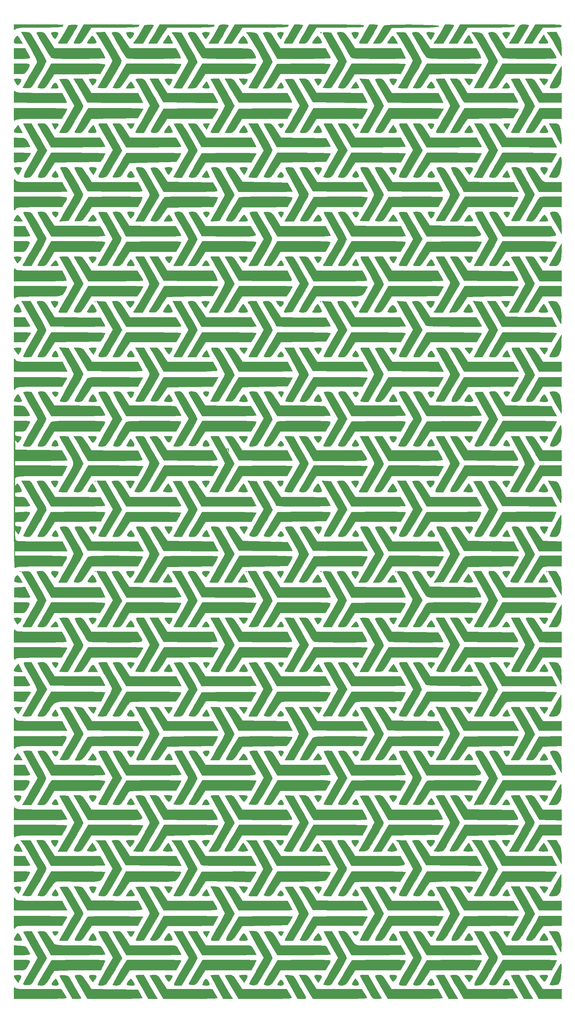
<source format=gbr>
G04 #@! TF.GenerationSoftware,KiCad,Pcbnew,9.0.2*
G04 #@! TF.CreationDate,2025-10-10T20:35:13-04:00*
G04 #@! TF.ProjectId,Trackball,54726163-6b62-4616-9c6c-2e6b69636164,rev?*
G04 #@! TF.SameCoordinates,Original*
G04 #@! TF.FileFunction,Legend,Top*
G04 #@! TF.FilePolarity,Positive*
%FSLAX46Y46*%
G04 Gerber Fmt 4.6, Leading zero omitted, Abs format (unit mm)*
G04 Created by KiCad (PCBNEW 9.0.2) date 2025-10-10 20:35:13*
%MOMM*%
%LPD*%
G01*
G04 APERTURE LIST*
%ADD10C,0.150000*%
%ADD11C,0.010000*%
G04 APERTURE END LIST*
D10*
X-18621904Y-78604819D02*
X-18621904Y-77604819D01*
X-18621904Y-78081009D02*
X-18050476Y-78081009D01*
X-18050476Y-78604819D02*
X-18050476Y-77604819D01*
X-17431428Y-78033390D02*
X-17526666Y-77985771D01*
X-17526666Y-77985771D02*
X-17574285Y-77938152D01*
X-17574285Y-77938152D02*
X-17621904Y-77842914D01*
X-17621904Y-77842914D02*
X-17621904Y-77795295D01*
X-17621904Y-77795295D02*
X-17574285Y-77700057D01*
X-17574285Y-77700057D02*
X-17526666Y-77652438D01*
X-17526666Y-77652438D02*
X-17431428Y-77604819D01*
X-17431428Y-77604819D02*
X-17240952Y-77604819D01*
X-17240952Y-77604819D02*
X-17145714Y-77652438D01*
X-17145714Y-77652438D02*
X-17098095Y-77700057D01*
X-17098095Y-77700057D02*
X-17050476Y-77795295D01*
X-17050476Y-77795295D02*
X-17050476Y-77842914D01*
X-17050476Y-77842914D02*
X-17098095Y-77938152D01*
X-17098095Y-77938152D02*
X-17145714Y-77985771D01*
X-17145714Y-77985771D02*
X-17240952Y-78033390D01*
X-17240952Y-78033390D02*
X-17431428Y-78033390D01*
X-17431428Y-78033390D02*
X-17526666Y-78081009D01*
X-17526666Y-78081009D02*
X-17574285Y-78128628D01*
X-17574285Y-78128628D02*
X-17621904Y-78223866D01*
X-17621904Y-78223866D02*
X-17621904Y-78414342D01*
X-17621904Y-78414342D02*
X-17574285Y-78509580D01*
X-17574285Y-78509580D02*
X-17526666Y-78557200D01*
X-17526666Y-78557200D02*
X-17431428Y-78604819D01*
X-17431428Y-78604819D02*
X-17240952Y-78604819D01*
X-17240952Y-78604819D02*
X-17145714Y-78557200D01*
X-17145714Y-78557200D02*
X-17098095Y-78509580D01*
X-17098095Y-78509580D02*
X-17050476Y-78414342D01*
X-17050476Y-78414342D02*
X-17050476Y-78223866D01*
X-17050476Y-78223866D02*
X-17098095Y-78128628D01*
X-17098095Y-78128628D02*
X-17145714Y-78081009D01*
X-17145714Y-78081009D02*
X-17240952Y-78033390D01*
D11*
X-75630527Y-112210526D02*
X-75764211Y-112344210D01*
X-75897895Y-112210526D01*
X-75764211Y-112076842D01*
X-75630527Y-112210526D01*
G36*
X-75630527Y-112210526D02*
G01*
X-75764211Y-112344210D01*
X-75897895Y-112210526D01*
X-75764211Y-112076842D01*
X-75630527Y-112210526D01*
G37*
X-54508421Y-112210526D02*
X-54642105Y-112344210D01*
X-54775790Y-112210526D01*
X-54642105Y-112076842D01*
X-54508421Y-112210526D01*
G36*
X-54508421Y-112210526D02*
G01*
X-54642105Y-112344210D01*
X-54775790Y-112210526D01*
X-54642105Y-112076842D01*
X-54508421Y-112210526D01*
G37*
X-11996842Y-112210526D02*
X-12130527Y-112344210D01*
X-12264211Y-112210526D01*
X-12130527Y-112076842D01*
X-11996842Y-112210526D01*
G36*
X-11996842Y-112210526D02*
G01*
X-12130527Y-112344210D01*
X-12264211Y-112210526D01*
X-12130527Y-112076842D01*
X-11996842Y-112210526D01*
G37*
X29980000Y-112210526D02*
X29846316Y-112344210D01*
X29712631Y-112210526D01*
X29846316Y-112076842D01*
X29980000Y-112210526D01*
G36*
X29980000Y-112210526D02*
G01*
X29846316Y-112344210D01*
X29712631Y-112210526D01*
X29846316Y-112076842D01*
X29980000Y-112210526D01*
G37*
X72491579Y-112210526D02*
X72357895Y-112344210D01*
X72224210Y-112210526D01*
X72357895Y-112076842D01*
X72491579Y-112210526D01*
G36*
X72491579Y-112210526D02*
G01*
X72357895Y-112344210D01*
X72224210Y-112210526D01*
X72357895Y-112076842D01*
X72491579Y-112210526D01*
G37*
X-54508421Y-86810526D02*
X-54642105Y-86944210D01*
X-54775790Y-86810526D01*
X-54642105Y-86676842D01*
X-54508421Y-86810526D01*
G36*
X-54508421Y-86810526D02*
G01*
X-54642105Y-86944210D01*
X-54775790Y-86810526D01*
X-54642105Y-86676842D01*
X-54508421Y-86810526D01*
G37*
X-54508421Y-36277895D02*
X-54642105Y-36411579D01*
X-54775790Y-36277895D01*
X-54642105Y-36144210D01*
X-54508421Y-36277895D01*
G36*
X-54508421Y-36277895D02*
G01*
X-54642105Y-36411579D01*
X-54775790Y-36277895D01*
X-54642105Y-36144210D01*
X-54508421Y-36277895D01*
G37*
X8857895Y-36277895D02*
X8724210Y-36411579D01*
X8590526Y-36277895D01*
X8724210Y-36144210D01*
X8857895Y-36277895D01*
G36*
X8857895Y-36277895D02*
G01*
X8724210Y-36411579D01*
X8590526Y-36277895D01*
X8724210Y-36144210D01*
X8857895Y-36277895D01*
G37*
X9036140Y-112165965D02*
X8999439Y-112324915D01*
X8857895Y-112344210D01*
X8637820Y-112246385D01*
X8679649Y-112165965D01*
X8996953Y-112133966D01*
X9036140Y-112165965D01*
G36*
X9036140Y-112165965D02*
G01*
X8999439Y-112324915D01*
X8857895Y-112344210D01*
X8637820Y-112246385D01*
X8679649Y-112165965D01*
X8996953Y-112133966D01*
X9036140Y-112165965D01*
G37*
X9036140Y39431930D02*
X8999439Y39272980D01*
X8857895Y39253684D01*
X8637820Y39351510D01*
X8679649Y39431930D01*
X8996953Y39463929D01*
X9036140Y39431930D01*
G36*
X9036140Y39431930D02*
G01*
X8999439Y39272980D01*
X8857895Y39253684D01*
X8637820Y39351510D01*
X8679649Y39431930D01*
X8996953Y39463929D01*
X9036140Y39431930D01*
G37*
X-75659090Y-139292431D02*
X-75084922Y-140417895D01*
X-76293514Y-140417895D01*
X-77115137Y-140351788D01*
X-77459662Y-140114145D01*
X-77350238Y-139645977D01*
X-76866354Y-138958221D01*
X-76233259Y-138166968D01*
X-75659090Y-139292431D01*
G36*
X-75659090Y-139292431D02*
G01*
X-75084922Y-140417895D01*
X-76293514Y-140417895D01*
X-77115137Y-140351788D01*
X-77459662Y-140114145D01*
X-77350238Y-139645977D01*
X-76866354Y-138958221D01*
X-76233259Y-138166968D01*
X-75659090Y-139292431D01*
G37*
X-54973236Y-138694011D02*
X-54564697Y-139305692D01*
X-54537434Y-139353960D01*
X-53939469Y-140417895D01*
X-56677601Y-140417895D01*
X-56194590Y-139595233D01*
X-55694164Y-138825093D01*
X-55318385Y-138529249D01*
X-54973236Y-138694011D01*
G36*
X-54973236Y-138694011D02*
G01*
X-54564697Y-139305692D01*
X-54537434Y-139353960D01*
X-53939469Y-140417895D01*
X-56677601Y-140417895D01*
X-56194590Y-139595233D01*
X-55694164Y-138825093D01*
X-55318385Y-138529249D01*
X-54973236Y-138694011D01*
G37*
X-65187709Y13787754D02*
X-64974172Y13544337D01*
X-65210140Y13054998D01*
X-65436036Y12760410D01*
X-65936282Y12142633D01*
X-66378691Y12998158D01*
X-66821101Y13853684D01*
X-65878445Y13853684D01*
X-65187709Y13787754D01*
G36*
X-65187709Y13787754D02*
G01*
X-64974172Y13544337D01*
X-65210140Y13054998D01*
X-65436036Y12760410D01*
X-65936282Y12142633D01*
X-66378691Y12998158D01*
X-66821101Y13853684D01*
X-65878445Y13853684D01*
X-65187709Y13787754D01*
G37*
X29450276Y-12023028D02*
X29817506Y-12541588D01*
X29944573Y-12749474D01*
X30496702Y-13685263D01*
X27836136Y-13685263D01*
X28440173Y-12752783D01*
X28853727Y-12172293D01*
X29160261Y-11844086D01*
X29218327Y-11816994D01*
X29450276Y-12023028D01*
G36*
X29450276Y-12023028D02*
G01*
X29817506Y-12541588D01*
X29944573Y-12749474D01*
X30496702Y-13685263D01*
X27836136Y-13685263D01*
X28440173Y-12752783D01*
X28853727Y-12172293D01*
X29160261Y-11844086D01*
X29218327Y-11816994D01*
X29450276Y-12023028D01*
G37*
X19063961Y-227303126D02*
X19498687Y-227996341D01*
X19465768Y-228436045D01*
X18961500Y-228634626D01*
X18661403Y-228649474D01*
X17888599Y-228588466D01*
X17599773Y-228357094D01*
X17753194Y-227882836D01*
X18002386Y-227504212D01*
X18575290Y-226699643D01*
X19063961Y-227303126D01*
G36*
X19063961Y-227303126D02*
G01*
X19498687Y-227996341D01*
X19465768Y-228436045D01*
X18961500Y-228634626D01*
X18661403Y-228649474D01*
X17888599Y-228588466D01*
X17599773Y-228357094D01*
X17753194Y-227882836D01*
X18002386Y-227504212D01*
X18575290Y-226699643D01*
X19063961Y-227303126D01*
G37*
X-75722364Y-225765796D02*
X-75430785Y-226000244D01*
X-75518227Y-226505251D01*
X-75823008Y-227145167D01*
X-76226135Y-227913493D01*
X-76854505Y-227145167D01*
X-77364870Y-226419629D01*
X-77441128Y-225973986D01*
X-77067755Y-225755375D01*
X-76432632Y-225708421D01*
X-75722364Y-225765796D01*
G36*
X-75722364Y-225765796D02*
G01*
X-75430785Y-226000244D01*
X-75518227Y-226505251D01*
X-75823008Y-227145167D01*
X-76226135Y-227913493D01*
X-76854505Y-227145167D01*
X-77364870Y-226419629D01*
X-77441128Y-225973986D01*
X-77067755Y-225755375D01*
X-76432632Y-225708421D01*
X-75722364Y-225765796D01*
G37*
X8800287Y-225780864D02*
X9092270Y-226044260D01*
X8959214Y-226567713D01*
X8622545Y-227133978D01*
X8123351Y-227891114D01*
X7554833Y-227092704D01*
X7105340Y-226363497D01*
X7062774Y-225937904D01*
X7453035Y-225744358D01*
X8055789Y-225708421D01*
X8800287Y-225780864D01*
G36*
X8800287Y-225780864D02*
G01*
X9092270Y-226044260D01*
X8959214Y-226567713D01*
X8622545Y-227133978D01*
X8123351Y-227891114D01*
X7554833Y-227092704D01*
X7105340Y-226363497D01*
X7062774Y-225937904D01*
X7453035Y-225744358D01*
X8055789Y-225708421D01*
X8800287Y-225780864D01*
G37*
X-54538385Y-225801515D02*
X-54250585Y-226100246D01*
X-54435696Y-226633788D01*
X-54772138Y-227082485D01*
X-55303223Y-227713684D01*
X-55835666Y-227045263D01*
X-56290900Y-226353635D01*
X-56299299Y-225934308D01*
X-55841770Y-225738683D01*
X-55310527Y-225708421D01*
X-54538385Y-225801515D01*
G36*
X-54538385Y-225801515D02*
G01*
X-54250585Y-226100246D01*
X-54435696Y-226633788D01*
X-54772138Y-227082485D01*
X-55303223Y-227713684D01*
X-55835666Y-227045263D01*
X-56290900Y-226353635D01*
X-56299299Y-225934308D01*
X-55841770Y-225738683D01*
X-55310527Y-225708421D01*
X-54538385Y-225801515D01*
G37*
X-65190736Y-213463629D02*
X-64980330Y-213678482D01*
X-65201216Y-214132610D01*
X-65327556Y-214305195D01*
X-65764229Y-214633201D01*
X-66199565Y-214439419D01*
X-66547969Y-213929320D01*
X-66676206Y-213584218D01*
X-66483176Y-213438841D01*
X-65880986Y-213409474D01*
X-65190736Y-213463629D01*
G36*
X-65190736Y-213463629D02*
G01*
X-64980330Y-213678482D01*
X-65201216Y-214132610D01*
X-65327556Y-214305195D01*
X-65764229Y-214633201D01*
X-66199565Y-214439419D01*
X-66547969Y-213929320D01*
X-66676206Y-213584218D01*
X-66483176Y-213438841D01*
X-65880986Y-213409474D01*
X-65190736Y-213463629D01*
G37*
X19297685Y-213463629D02*
X19508092Y-213678482D01*
X19287205Y-214132610D01*
X19160865Y-214305195D01*
X18724193Y-214633201D01*
X18288856Y-214439419D01*
X17940452Y-213929320D01*
X17812215Y-213584218D01*
X18005245Y-213438841D01*
X18607435Y-213409474D01*
X19297685Y-213463629D01*
G36*
X19297685Y-213463629D02*
G01*
X19508092Y-213678482D01*
X19287205Y-214132610D01*
X19160865Y-214305195D01*
X18724193Y-214633201D01*
X18288856Y-214439419D01*
X17940452Y-213929320D01*
X17812215Y-213584218D01*
X18005245Y-213438841D01*
X18607435Y-213409474D01*
X19297685Y-213463629D01*
G37*
X40783070Y-213478269D02*
X40681282Y-213926306D01*
X40507622Y-214279457D01*
X40137683Y-214855515D01*
X39818287Y-214941780D01*
X39446329Y-214535031D01*
X39263881Y-214240594D01*
X38807205Y-213467504D01*
X39757202Y-213356598D01*
X40497217Y-213315635D01*
X40783070Y-213478269D01*
G36*
X40783070Y-213478269D02*
G01*
X40681282Y-213926306D01*
X40507622Y-214279457D01*
X40137683Y-214855515D01*
X39818287Y-214941780D01*
X39446329Y-214535031D01*
X39263881Y-214240594D01*
X38807205Y-213467504D01*
X39757202Y-213356598D01*
X40497217Y-213315635D01*
X40783070Y-213478269D01*
G37*
X-65383835Y-202279487D02*
X-65009404Y-202967540D01*
X-65040385Y-203350347D01*
X-65506423Y-203503111D01*
X-65871579Y-203516842D01*
X-66559465Y-203422425D01*
X-66779865Y-203112713D01*
X-66546329Y-202548013D01*
X-66313680Y-202222052D01*
X-65831881Y-201595683D01*
X-65383835Y-202279487D01*
G36*
X-65383835Y-202279487D02*
G01*
X-65009404Y-202967540D01*
X-65040385Y-203350347D01*
X-65506423Y-203503111D01*
X-65871579Y-203516842D01*
X-66559465Y-203422425D01*
X-66779865Y-203112713D01*
X-66546329Y-202548013D01*
X-66313680Y-202222052D01*
X-65831881Y-201595683D01*
X-65383835Y-202279487D01*
G37*
X19104586Y-202279487D02*
X19479017Y-202967540D01*
X19448036Y-203350347D01*
X18981998Y-203503111D01*
X18616842Y-203516842D01*
X17928956Y-203422425D01*
X17708557Y-203112713D01*
X17942092Y-202548013D01*
X18174741Y-202222052D01*
X18656540Y-201595683D01*
X19104586Y-202279487D01*
G36*
X19104586Y-202279487D02*
G01*
X19479017Y-202967540D01*
X19448036Y-203350347D01*
X18981998Y-203503111D01*
X18616842Y-203516842D01*
X17928956Y-203422425D01*
X17708557Y-203112713D01*
X17942092Y-202548013D01*
X18174741Y-202222052D01*
X18656540Y-201595683D01*
X19104586Y-202279487D01*
G37*
X-75711632Y-200877201D02*
X-75432538Y-201055816D01*
X-75535315Y-201493730D01*
X-75810750Y-202031569D01*
X-76236932Y-202818927D01*
X-76869519Y-202083501D01*
X-77364200Y-201425656D01*
X-77425124Y-201044339D01*
X-77028957Y-200873303D01*
X-76432632Y-200843158D01*
X-75711632Y-200877201D01*
G36*
X-75711632Y-200877201D02*
G01*
X-75432538Y-201055816D01*
X-75535315Y-201493730D01*
X-75810750Y-202031569D01*
X-76236932Y-202818927D01*
X-76869519Y-202083501D01*
X-77364200Y-201425656D01*
X-77425124Y-201044339D01*
X-77028957Y-200873303D01*
X-76432632Y-200843158D01*
X-75711632Y-200877201D01*
G37*
X29898894Y-200877201D02*
X30177988Y-201055816D01*
X30075211Y-201493730D01*
X29799776Y-202031569D01*
X29373594Y-202818927D01*
X28741007Y-202083501D01*
X28246326Y-201425656D01*
X28185402Y-201044339D01*
X28581570Y-200873303D01*
X29177895Y-200843158D01*
X29898894Y-200877201D01*
G36*
X29898894Y-200877201D02*
G01*
X30177988Y-201055816D01*
X30075211Y-201493730D01*
X29799776Y-202031569D01*
X29373594Y-202818927D01*
X28741007Y-202083501D01*
X28246326Y-201425656D01*
X28185402Y-201044339D01*
X28581570Y-200873303D01*
X29177895Y-200843158D01*
X29898894Y-200877201D01*
G37*
X-1922398Y-187776791D02*
X-1641837Y-187953676D01*
X-1729764Y-188382000D01*
X-1895796Y-188744737D01*
X-2274561Y-189252929D01*
X-2688566Y-189242319D01*
X-3163170Y-188709193D01*
X-3264838Y-188544210D01*
X-3738653Y-187742105D01*
X-2654064Y-187742105D01*
X-1922398Y-187776791D01*
G36*
X-1922398Y-187776791D02*
G01*
X-1641837Y-187953676D01*
X-1729764Y-188382000D01*
X-1895796Y-188744737D01*
X-2274561Y-189252929D01*
X-2688566Y-189242319D01*
X-3163170Y-188709193D01*
X-3264838Y-188544210D01*
X-3738653Y-187742105D01*
X-2654064Y-187742105D01*
X-1922398Y-187776791D01*
G37*
X-23048876Y-176623627D02*
X-22856013Y-176904277D01*
X-22518392Y-177470245D01*
X-22527179Y-177748457D01*
X-22952757Y-177840822D01*
X-23508800Y-177849474D01*
X-24593390Y-177849474D01*
X-24119575Y-177047368D01*
X-23708546Y-176439196D01*
X-23393851Y-176302728D01*
X-23048876Y-176623627D01*
G36*
X-23048876Y-176623627D02*
G01*
X-22856013Y-176904277D01*
X-22518392Y-177470245D01*
X-22527179Y-177748457D01*
X-22952757Y-177840822D01*
X-23508800Y-177849474D01*
X-24593390Y-177849474D01*
X-24119575Y-177047368D01*
X-23708546Y-176439196D01*
X-23393851Y-176302728D01*
X-23048876Y-176623627D01*
G37*
X61439545Y-176623627D02*
X61632408Y-176904277D01*
X61970029Y-177470245D01*
X61961242Y-177748457D01*
X61535664Y-177840822D01*
X60979621Y-177849474D01*
X59895031Y-177849474D01*
X60368846Y-177047368D01*
X60779875Y-176439196D01*
X61094570Y-176302728D01*
X61439545Y-176623627D01*
G36*
X61439545Y-176623627D02*
G01*
X61632408Y-176904277D01*
X61970029Y-177470245D01*
X61961242Y-177748457D01*
X61535664Y-177840822D01*
X60979621Y-177849474D01*
X59895031Y-177849474D01*
X60368846Y-177047368D01*
X60779875Y-176439196D01*
X61094570Y-176302728D01*
X61439545Y-176623627D01*
G37*
X-33279059Y-175205170D02*
X-32939438Y-175362321D01*
X-32990258Y-175750760D01*
X-33280544Y-176328650D01*
X-33649481Y-176854595D01*
X-34002940Y-176929154D01*
X-34424472Y-176536070D01*
X-34763121Y-176040168D01*
X-35310407Y-175175789D01*
X-34080993Y-175175789D01*
X-33279059Y-175205170D01*
G36*
X-33279059Y-175205170D02*
G01*
X-32939438Y-175362321D01*
X-32990258Y-175750760D01*
X-33280544Y-176328650D01*
X-33649481Y-176854595D01*
X-34002940Y-176929154D01*
X-34424472Y-176536070D01*
X-34763121Y-176040168D01*
X-35310407Y-175175789D01*
X-34080993Y-175175789D01*
X-33279059Y-175205170D01*
G37*
X-12156953Y-175205170D02*
X-11817333Y-175362321D01*
X-11868153Y-175750760D01*
X-12158439Y-176328650D01*
X-12527376Y-176854595D01*
X-12880835Y-176929154D01*
X-13302366Y-176536070D01*
X-13641016Y-176040168D01*
X-14188302Y-175175789D01*
X-12958888Y-175175789D01*
X-12156953Y-175205170D01*
G36*
X-12156953Y-175205170D02*
G01*
X-11817333Y-175362321D01*
X-11868153Y-175750760D01*
X-12158439Y-176328650D01*
X-12527376Y-176854595D01*
X-12880835Y-176929154D01*
X-13302366Y-176536070D01*
X-13641016Y-176040168D01*
X-14188302Y-175175789D01*
X-12958888Y-175175789D01*
X-12156953Y-175205170D01*
G37*
X51209362Y-175205170D02*
X51548983Y-175362321D01*
X51498163Y-175750760D01*
X51207877Y-176328650D01*
X50838940Y-176854595D01*
X50485481Y-176929154D01*
X50063949Y-176536070D01*
X49725300Y-176040168D01*
X49178014Y-175175789D01*
X50407428Y-175175789D01*
X51209362Y-175205170D01*
G36*
X51209362Y-175205170D02*
G01*
X51548983Y-175362321D01*
X51498163Y-175750760D01*
X51207877Y-176328650D01*
X50838940Y-176854595D01*
X50485481Y-176929154D01*
X50063949Y-176536070D01*
X49725300Y-176040168D01*
X49178014Y-175175789D01*
X50407428Y-175175789D01*
X51209362Y-175205170D01*
G37*
X72331468Y-175205170D02*
X72671088Y-175362321D01*
X72620268Y-175750760D01*
X72329982Y-176328650D01*
X71961045Y-176854595D01*
X71607586Y-176929154D01*
X71186055Y-176536070D01*
X70847405Y-176040168D01*
X70300119Y-175175789D01*
X71529533Y-175175789D01*
X72331468Y-175205170D01*
G36*
X72331468Y-175205170D02*
G01*
X72671088Y-175362321D01*
X72620268Y-175750760D01*
X72329982Y-176328650D01*
X71961045Y-176854595D01*
X71607586Y-176929154D01*
X71186055Y-176536070D01*
X70847405Y-176040168D01*
X70300119Y-175175789D01*
X71529533Y-175175789D01*
X72331468Y-175205170D01*
G37*
X-22851773Y-151863473D02*
X-22525471Y-152540279D01*
X-22518218Y-152868732D01*
X-22902167Y-152974808D01*
X-23493684Y-152984210D01*
X-24224537Y-152944591D01*
X-24495278Y-152767464D01*
X-24337016Y-152365426D01*
X-23911631Y-151809909D01*
X-23279335Y-151036659D01*
X-22851773Y-151863473D01*
G36*
X-22851773Y-151863473D02*
G01*
X-22525471Y-152540279D01*
X-22518218Y-152868732D01*
X-22902167Y-152974808D01*
X-23493684Y-152984210D01*
X-24224537Y-152944591D01*
X-24495278Y-152767464D01*
X-24337016Y-152365426D01*
X-23911631Y-151809909D01*
X-23279335Y-151036659D01*
X-22851773Y-151863473D01*
G37*
X-65383835Y-151746856D02*
X-65009404Y-152434908D01*
X-65040385Y-152817715D01*
X-65506423Y-152970479D01*
X-65871579Y-152984210D01*
X-66559465Y-152889794D01*
X-66779865Y-152580081D01*
X-66546329Y-152015382D01*
X-66313680Y-151689421D01*
X-65831881Y-151063052D01*
X-65383835Y-151746856D01*
G36*
X-65383835Y-151746856D02*
G01*
X-65009404Y-152434908D01*
X-65040385Y-152817715D01*
X-65506423Y-152970479D01*
X-65871579Y-152984210D01*
X-66559465Y-152889794D01*
X-66779865Y-152580081D01*
X-66546329Y-152015382D01*
X-66313680Y-151689421D01*
X-65831881Y-151063052D01*
X-65383835Y-151746856D01*
G37*
X19104586Y-151746856D02*
X19479017Y-152434908D01*
X19448036Y-152817715D01*
X18981998Y-152970479D01*
X18616842Y-152984210D01*
X17928956Y-152889794D01*
X17708557Y-152580081D01*
X17942092Y-152015382D01*
X18174741Y-151689421D01*
X18656540Y-151063052D01*
X19104586Y-151746856D01*
G36*
X19104586Y-151746856D02*
G01*
X19479017Y-152434908D01*
X19448036Y-152817715D01*
X18981998Y-152970479D01*
X18616842Y-152984210D01*
X17928956Y-152889794D01*
X17708557Y-152580081D01*
X17942092Y-152015382D01*
X18174741Y-151689421D01*
X18656540Y-151063052D01*
X19104586Y-151746856D01*
G37*
X8815779Y-139330647D02*
X9426846Y-140417895D01*
X8072897Y-140417895D01*
X7306241Y-140382281D01*
X6818862Y-140291103D01*
X6726140Y-140217368D01*
X6887413Y-139904916D01*
X7283611Y-139359789D01*
X7469022Y-139130121D01*
X8204711Y-138243399D01*
X8815779Y-139330647D01*
G36*
X8815779Y-139330647D02*
G01*
X9426846Y-140417895D01*
X8072897Y-140417895D01*
X7306241Y-140382281D01*
X6818862Y-140291103D01*
X6726140Y-140217368D01*
X6887413Y-139904916D01*
X7283611Y-139359789D01*
X7469022Y-139130121D01*
X8204711Y-138243399D01*
X8815779Y-139330647D01*
G37*
X29937884Y-139330647D02*
X30548952Y-140417895D01*
X29195002Y-140417895D01*
X28428346Y-140382281D01*
X27940967Y-140291103D01*
X27848245Y-140217368D01*
X28009518Y-139904916D01*
X28405717Y-139359789D01*
X28591127Y-139130121D01*
X29326817Y-138243399D01*
X29937884Y-139330647D01*
G36*
X29937884Y-139330647D02*
G01*
X30548952Y-140417895D01*
X29195002Y-140417895D01*
X28428346Y-140382281D01*
X27940967Y-140291103D01*
X27848245Y-140217368D01*
X28009518Y-139904916D01*
X28405717Y-139359789D01*
X28591127Y-139130121D01*
X29326817Y-138243399D01*
X29937884Y-139330647D01*
G37*
X19299835Y-137798107D02*
X19513312Y-138021619D01*
X19301233Y-138507480D01*
X19112088Y-138788929D01*
X18671545Y-139417893D01*
X18182244Y-138781578D01*
X17778565Y-138178210D01*
X17789165Y-137865005D01*
X18251381Y-137752841D01*
X18616842Y-137744210D01*
X19299835Y-137798107D01*
G36*
X19299835Y-137798107D02*
G01*
X19513312Y-138021619D01*
X19301233Y-138507480D01*
X19112088Y-138788929D01*
X18671545Y-139417893D01*
X18182244Y-138781578D01*
X17778565Y-138178210D01*
X17789165Y-137865005D01*
X18251381Y-137752841D01*
X18616842Y-137744210D01*
X19299835Y-137798107D01*
G37*
X61806139Y-137794961D02*
X62015431Y-138006630D01*
X61793635Y-138468339D01*
X61563019Y-138781578D01*
X61073718Y-139417893D01*
X60633175Y-138788929D01*
X60266641Y-138175255D01*
X60308473Y-137860195D01*
X60802631Y-137751013D01*
X61128421Y-137744210D01*
X61806139Y-137794961D01*
G36*
X61806139Y-137794961D02*
G01*
X62015431Y-138006630D01*
X61793635Y-138468339D01*
X61563019Y-138781578D01*
X61073718Y-139417893D01*
X60633175Y-138788929D01*
X60266641Y-138175255D01*
X60308473Y-137860195D01*
X60802631Y-137751013D01*
X61128421Y-137744210D01*
X61806139Y-137794961D01*
G37*
X-22680669Y-137795513D02*
X-22472580Y-138008700D01*
X-22697470Y-138472689D01*
X-22917900Y-138771632D01*
X-23399698Y-139398001D01*
X-23847744Y-138714197D01*
X-24204842Y-138115246D01*
X-24191997Y-137833108D01*
X-23749510Y-137749057D01*
X-23360000Y-137744210D01*
X-22680669Y-137795513D01*
G36*
X-22680669Y-137795513D02*
G01*
X-22472580Y-138008700D01*
X-22697470Y-138472689D01*
X-22917900Y-138771632D01*
X-23399698Y-139398001D01*
X-23847744Y-138714197D01*
X-24204842Y-138115246D01*
X-24191997Y-137833108D01*
X-23749510Y-137749057D01*
X-23360000Y-137744210D01*
X-22680669Y-137795513D01*
G37*
X-43865210Y-137788538D02*
X-43602426Y-137980377D01*
X-43783788Y-138408008D01*
X-44086998Y-138813684D01*
X-44615790Y-139482105D01*
X-45144581Y-138813684D01*
X-45571072Y-138202545D01*
X-45579561Y-137880076D01*
X-45126399Y-137757997D01*
X-44615790Y-137744210D01*
X-43865210Y-137788538D01*
G36*
X-43865210Y-137788538D02*
G01*
X-43602426Y-137980377D01*
X-43783788Y-138408008D01*
X-44086998Y-138813684D01*
X-44615790Y-139482105D01*
X-45144581Y-138813684D01*
X-45571072Y-138202545D01*
X-45579561Y-137880076D01*
X-45126399Y-137757997D01*
X-44615790Y-137744210D01*
X-43865210Y-137788538D01*
G37*
X40623211Y-137788538D02*
X40885995Y-137980377D01*
X40704633Y-138408008D01*
X40401423Y-138813684D01*
X39872631Y-139482105D01*
X39343840Y-138813684D01*
X38917350Y-138202545D01*
X38908860Y-137880076D01*
X39362022Y-137757997D01*
X39872631Y-137744210D01*
X40623211Y-137788538D01*
G36*
X40623211Y-137788538D02*
G01*
X40885995Y-137980377D01*
X40704633Y-138408008D01*
X40401423Y-138813684D01*
X39872631Y-139482105D01*
X39343840Y-138813684D01*
X38917350Y-138202545D01*
X38908860Y-137880076D01*
X39362022Y-137757997D01*
X39872631Y-137744210D01*
X40623211Y-137788538D01*
G37*
X-65402651Y-126615257D02*
X-65246075Y-126928370D01*
X-65006851Y-127497685D01*
X-65043172Y-127765913D01*
X-65450436Y-127846346D01*
X-66023470Y-127851579D01*
X-67111150Y-127851579D01*
X-66540000Y-127049474D01*
X-66046742Y-126442603D01*
X-65700721Y-126300962D01*
X-65402651Y-126615257D01*
G36*
X-65402651Y-126615257D02*
G01*
X-65246075Y-126928370D01*
X-65006851Y-127497685D01*
X-65043172Y-127765913D01*
X-65450436Y-127846346D01*
X-66023470Y-127851579D01*
X-67111150Y-127851579D01*
X-66540000Y-127049474D01*
X-66046742Y-126442603D01*
X-65700721Y-126300962D01*
X-65402651Y-126615257D01*
G37*
X-23048876Y-126625732D02*
X-22856013Y-126906382D01*
X-22518392Y-127472350D01*
X-22527179Y-127750563D01*
X-22952757Y-127842927D01*
X-23508800Y-127851579D01*
X-24593390Y-127851579D01*
X-24119575Y-127049474D01*
X-23708546Y-126441301D01*
X-23393851Y-126304834D01*
X-23048876Y-126625732D01*
G36*
X-23048876Y-126625732D02*
G01*
X-22856013Y-126906382D01*
X-22518392Y-127472350D01*
X-22527179Y-127750563D01*
X-22952757Y-127842927D01*
X-23508800Y-127851579D01*
X-24593390Y-127851579D01*
X-24119575Y-127049474D01*
X-23708546Y-126441301D01*
X-23393851Y-126304834D01*
X-23048876Y-126625732D01*
G37*
X-2021695Y-126636488D02*
X-1879759Y-126928370D01*
X-1632963Y-127521620D01*
X-1688003Y-127783531D01*
X-2138916Y-127849620D01*
X-2520379Y-127851579D01*
X-3471285Y-127851579D01*
X-2997470Y-127049474D01*
X-2587268Y-126439149D01*
X-2295813Y-126305149D01*
X-2021695Y-126636488D01*
G36*
X-2021695Y-126636488D02*
G01*
X-1879759Y-126928370D01*
X-1632963Y-127521620D01*
X-1688003Y-127783531D01*
X-2138916Y-127849620D01*
X-2520379Y-127851579D01*
X-3471285Y-127851579D01*
X-2997470Y-127049474D01*
X-2587268Y-126439149D01*
X-2295813Y-126305149D01*
X-2021695Y-126636488D01*
G37*
X19085770Y-126615257D02*
X19242346Y-126928370D01*
X19481570Y-127497685D01*
X19445249Y-127765913D01*
X19037985Y-127846346D01*
X18464951Y-127851579D01*
X17377271Y-127851579D01*
X17948421Y-127049474D01*
X18441679Y-126442603D01*
X18787700Y-126300962D01*
X19085770Y-126615257D01*
G36*
X19085770Y-126615257D02*
G01*
X19242346Y-126928370D01*
X19481570Y-127497685D01*
X19445249Y-127765913D01*
X19037985Y-127846346D01*
X18464951Y-127851579D01*
X17377271Y-127851579D01*
X17948421Y-127049474D01*
X18441679Y-126442603D01*
X18787700Y-126300962D01*
X19085770Y-126615257D01*
G37*
X61439545Y-126625732D02*
X61632408Y-126906382D01*
X61970029Y-127472350D01*
X61961242Y-127750563D01*
X61535664Y-127842927D01*
X60979621Y-127851579D01*
X59895031Y-127851579D01*
X60368846Y-127049474D01*
X60779875Y-126441301D01*
X61094570Y-126304834D01*
X61439545Y-126625732D01*
G36*
X61439545Y-126625732D02*
G01*
X61632408Y-126906382D01*
X61970029Y-127472350D01*
X61961242Y-127750563D01*
X61535664Y-127842927D01*
X60979621Y-127851579D01*
X59895031Y-127851579D01*
X60368846Y-127049474D01*
X60779875Y-126441301D01*
X61094570Y-126304834D01*
X61439545Y-126625732D01*
G37*
X-12149774Y-125209736D02*
X-11810585Y-125369125D01*
X-11877450Y-125751862D01*
X-12200395Y-126315573D01*
X-12583295Y-126829330D01*
X-12911238Y-126917408D01*
X-13291851Y-126559391D01*
X-13641016Y-126042273D01*
X-14188302Y-125177895D01*
X-12958888Y-125177895D01*
X-12149774Y-125209736D01*
G36*
X-12149774Y-125209736D02*
G01*
X-11810585Y-125369125D01*
X-11877450Y-125751862D01*
X-12200395Y-126315573D01*
X-12583295Y-126829330D01*
X-12911238Y-126917408D01*
X-13291851Y-126559391D01*
X-13641016Y-126042273D01*
X-14188302Y-125177895D01*
X-12958888Y-125177895D01*
X-12149774Y-125209736D01*
G37*
X51216541Y-125209736D02*
X51555731Y-125369125D01*
X51488865Y-125751862D01*
X51165921Y-126315573D01*
X50783021Y-126829330D01*
X50455078Y-126917408D01*
X50074465Y-126559391D01*
X49725300Y-126042273D01*
X49178014Y-125177895D01*
X50407428Y-125177895D01*
X51216541Y-125209736D01*
G36*
X51216541Y-125209736D02*
G01*
X51555731Y-125369125D01*
X51488865Y-125751862D01*
X51165921Y-126315573D01*
X50783021Y-126829330D01*
X50455078Y-126917408D01*
X50074465Y-126559391D01*
X49725300Y-126042273D01*
X49178014Y-125177895D01*
X50407428Y-125177895D01*
X51216541Y-125209736D01*
G37*
X72331468Y-125207275D02*
X72671088Y-125364427D01*
X72620268Y-125752866D01*
X72329982Y-126330755D01*
X71961045Y-126856700D01*
X71607586Y-126931259D01*
X71186055Y-126538175D01*
X70847405Y-126042273D01*
X70300119Y-125177895D01*
X71529533Y-125177895D01*
X72331468Y-125207275D01*
G36*
X72331468Y-125207275D02*
G01*
X72671088Y-125364427D01*
X72620268Y-125752866D01*
X72329982Y-126330755D01*
X71961045Y-126856700D01*
X71607586Y-126931259D01*
X71186055Y-126538175D01*
X70847405Y-126042273D01*
X70300119Y-125177895D01*
X71529533Y-125177895D01*
X72331468Y-125207275D01*
G37*
X-76037641Y-113666868D02*
X-75689385Y-114218028D01*
X-75079823Y-115285263D01*
X-76141501Y-115285263D01*
X-76991361Y-115203465D01*
X-77372550Y-114921313D01*
X-77331038Y-114383671D01*
X-77183004Y-114036091D01*
X-76802667Y-113425156D01*
X-76444230Y-113299238D01*
X-76037641Y-113666868D01*
G36*
X-76037641Y-113666868D02*
G01*
X-75689385Y-114218028D01*
X-75079823Y-115285263D01*
X-76141501Y-115285263D01*
X-76991361Y-115203465D01*
X-77372550Y-114921313D01*
X-77331038Y-114383671D01*
X-77183004Y-114036091D01*
X-76802667Y-113425156D01*
X-76444230Y-113299238D01*
X-76037641Y-113666868D01*
G37*
X-1863020Y-112114507D02*
X-1628899Y-112303484D01*
X-1755414Y-112757752D01*
X-2013197Y-113257870D01*
X-2435511Y-114037845D01*
X-2932337Y-113391554D01*
X-3363004Y-112698925D01*
X-3348810Y-112280735D01*
X-2876239Y-112095378D01*
X-2505263Y-112076842D01*
X-1863020Y-112114507D01*
G36*
X-1863020Y-112114507D02*
G01*
X-1628899Y-112303484D01*
X-1755414Y-112757752D01*
X-2013197Y-113257870D01*
X-2435511Y-114037845D01*
X-2932337Y-113391554D01*
X-3363004Y-112698925D01*
X-3348810Y-112280735D01*
X-2876239Y-112095378D01*
X-2505263Y-112076842D01*
X-1863020Y-112114507D01*
G37*
X19213176Y-112143838D02*
X19500300Y-112395457D01*
X19373735Y-112907648D01*
X19030374Y-113499931D01*
X18547205Y-114254599D01*
X17980444Y-113458657D01*
X17531858Y-112730355D01*
X17490603Y-112305444D01*
X17882690Y-112112429D01*
X18483158Y-112076842D01*
X19213176Y-112143838D01*
G36*
X19213176Y-112143838D02*
G01*
X19500300Y-112395457D01*
X19373735Y-112907648D01*
X19030374Y-113499931D01*
X18547205Y-114254599D01*
X17980444Y-113458657D01*
X17531858Y-112730355D01*
X17490603Y-112305444D01*
X17882690Y-112112429D01*
X18483158Y-112076842D01*
X19213176Y-112143838D01*
G37*
X-65246565Y-112157169D02*
X-64965395Y-112432374D01*
X-65140434Y-112953793D01*
X-65454029Y-113404178D01*
X-65960377Y-114063094D01*
X-66508662Y-113404178D01*
X-66977907Y-112722155D01*
X-66994159Y-112304983D01*
X-66540479Y-112107996D01*
X-66005263Y-112076842D01*
X-65246565Y-112157169D01*
G36*
X-65246565Y-112157169D02*
G01*
X-64965395Y-112432374D01*
X-65140434Y-112953793D01*
X-65454029Y-113404178D01*
X-65960377Y-114063094D01*
X-66508662Y-113404178D01*
X-66977907Y-112722155D01*
X-66994159Y-112304983D01*
X-66540479Y-112107996D01*
X-66005263Y-112076842D01*
X-65246565Y-112157169D01*
G37*
X19104586Y-101214224D02*
X19479017Y-101902277D01*
X19448036Y-102285084D01*
X18981998Y-102437848D01*
X18616842Y-102451579D01*
X17928956Y-102357162D01*
X17708557Y-102047450D01*
X17942092Y-101482750D01*
X18174741Y-101156789D01*
X18656540Y-100530420D01*
X19104586Y-101214224D01*
G36*
X19104586Y-101214224D02*
G01*
X19479017Y-101902277D01*
X19448036Y-102285084D01*
X18981998Y-102437848D01*
X18616842Y-102451579D01*
X17928956Y-102357162D01*
X17708557Y-102047450D01*
X17942092Y-101482750D01*
X18174741Y-101156789D01*
X18656540Y-100530420D01*
X19104586Y-101214224D01*
G37*
X-54586682Y-99573351D02*
X-54289612Y-99820199D01*
X-54381969Y-100338631D01*
X-54689148Y-100967266D01*
X-55115833Y-101755584D01*
X-55746589Y-100967266D01*
X-56252111Y-100232362D01*
X-56326484Y-99780837D01*
X-55953610Y-99558909D01*
X-55310527Y-99510526D01*
X-54586682Y-99573351D01*
G36*
X-54586682Y-99573351D02*
G01*
X-54289612Y-99820199D01*
X-54381969Y-100338631D01*
X-54689148Y-100967266D01*
X-55115833Y-101755584D01*
X-55746589Y-100967266D01*
X-56252111Y-100232362D01*
X-56326484Y-99780837D01*
X-55953610Y-99558909D01*
X-55310527Y-99510526D01*
X-54586682Y-99573351D01*
G37*
X8779634Y-99573351D02*
X9076704Y-99820199D01*
X8984347Y-100338631D01*
X8677168Y-100967266D01*
X8250483Y-101755584D01*
X7619727Y-100967266D01*
X7114205Y-100232362D01*
X7039832Y-99780837D01*
X7412706Y-99558909D01*
X8055789Y-99510526D01*
X8779634Y-99573351D01*
G36*
X8779634Y-99573351D02*
G01*
X9076704Y-99820199D01*
X8984347Y-100338631D01*
X8677168Y-100967266D01*
X8250483Y-101755584D01*
X7619727Y-100967266D01*
X7114205Y-100232362D01*
X7039832Y-99780837D01*
X7412706Y-99558909D01*
X8055789Y-99510526D01*
X8779634Y-99573351D01*
G37*
X29901740Y-99573351D02*
X30198809Y-99820199D01*
X30106452Y-100338631D01*
X29799273Y-100967266D01*
X29372588Y-101755584D01*
X28741832Y-100967266D01*
X28236310Y-100232362D01*
X28161937Y-99780837D01*
X28534811Y-99558909D01*
X29177895Y-99510526D01*
X29901740Y-99573351D01*
G36*
X29901740Y-99573351D02*
G01*
X30198809Y-99820199D01*
X30106452Y-100338631D01*
X29799273Y-100967266D01*
X29372588Y-101755584D01*
X28741832Y-100967266D01*
X28236310Y-100232362D01*
X28161937Y-99780837D01*
X28534811Y-99558909D01*
X29177895Y-99510526D01*
X29901740Y-99573351D01*
G37*
X19063961Y-75705231D02*
X19498687Y-76398446D01*
X19465768Y-76838151D01*
X18961500Y-77036731D01*
X18661403Y-77051579D01*
X17888599Y-76990571D01*
X17599773Y-76759199D01*
X17753194Y-76284941D01*
X18002386Y-75906317D01*
X18575290Y-75101748D01*
X19063961Y-75705231D01*
G36*
X19063961Y-75705231D02*
G01*
X19498687Y-76398446D01*
X19465768Y-76838151D01*
X18961500Y-77036731D01*
X18661403Y-77051579D01*
X17888599Y-76990571D01*
X17599773Y-76759199D01*
X17753194Y-76284941D01*
X18002386Y-75906317D01*
X18575290Y-75101748D01*
X19063961Y-75705231D01*
G37*
X-54607620Y-74183755D02*
X-54265609Y-74440238D01*
X-54375548Y-74935167D01*
X-54657266Y-75387877D01*
X-55065667Y-75858598D01*
X-55412111Y-75900015D01*
X-55801023Y-75487008D01*
X-56077205Y-75046316D01*
X-56629334Y-74110526D01*
X-55435194Y-74110526D01*
X-54607620Y-74183755D01*
G36*
X-54607620Y-74183755D02*
G01*
X-54265609Y-74440238D01*
X-54375548Y-74935167D01*
X-54657266Y-75387877D01*
X-55065667Y-75858598D01*
X-55412111Y-75900015D01*
X-55801023Y-75487008D01*
X-56077205Y-75046316D01*
X-56629334Y-74110526D01*
X-55435194Y-74110526D01*
X-54607620Y-74183755D01*
G37*
X-33279059Y-74139907D02*
X-32939438Y-74297058D01*
X-32990258Y-74685497D01*
X-33280544Y-75263387D01*
X-33649481Y-75789332D01*
X-34002940Y-75863891D01*
X-34424472Y-75470806D01*
X-34763121Y-74974905D01*
X-35310407Y-74110526D01*
X-34080993Y-74110526D01*
X-33279059Y-74139907D01*
G36*
X-33279059Y-74139907D02*
G01*
X-32939438Y-74297058D01*
X-32990258Y-74685497D01*
X-33280544Y-75263387D01*
X-33649481Y-75789332D01*
X-34002940Y-75863891D01*
X-34424472Y-75470806D01*
X-34763121Y-74974905D01*
X-35310407Y-74110526D01*
X-34080993Y-74110526D01*
X-33279059Y-74139907D01*
G37*
X-1786450Y-61595008D02*
X-1615420Y-61822891D01*
X-1811453Y-62341095D01*
X-1940876Y-62581055D01*
X-2293330Y-63216847D01*
X-2733507Y-62588406D01*
X-3101041Y-61973187D01*
X-3069961Y-61656672D01*
X-2609168Y-61549140D01*
X-2371579Y-61544210D01*
X-1786450Y-61595008D01*
G36*
X-1786450Y-61595008D02*
G01*
X-1615420Y-61822891D01*
X-1811453Y-62341095D01*
X-1940876Y-62581055D01*
X-2293330Y-63216847D01*
X-2733507Y-62588406D01*
X-3101041Y-61973187D01*
X-3069961Y-61656672D01*
X-2609168Y-61549140D01*
X-2371579Y-61544210D01*
X-1786450Y-61595008D01*
G37*
X19104586Y-50681593D02*
X19479017Y-51369645D01*
X19448036Y-51752452D01*
X18981998Y-51905216D01*
X18616842Y-51918947D01*
X17928956Y-51824530D01*
X17708557Y-51514818D01*
X17942092Y-50950119D01*
X18174741Y-50624157D01*
X18656540Y-49997789D01*
X19104586Y-50681593D01*
G36*
X19104586Y-50681593D02*
G01*
X19479017Y-51369645D01*
X19448036Y-51752452D01*
X18981998Y-51905216D01*
X18616842Y-51918947D01*
X17928956Y-51824530D01*
X17708557Y-51514818D01*
X17942092Y-50950119D01*
X18174741Y-50624157D01*
X18656540Y-49997789D01*
X19104586Y-50681593D01*
G37*
X29898894Y-49279306D02*
X30177988Y-49457921D01*
X30075211Y-49895835D01*
X29799776Y-50433674D01*
X29373594Y-51221032D01*
X28741007Y-50485607D01*
X28246326Y-49827761D01*
X28185402Y-49446444D01*
X28581570Y-49275408D01*
X29177895Y-49245263D01*
X29898894Y-49279306D01*
G36*
X29898894Y-49279306D02*
G01*
X30177988Y-49457921D01*
X30075211Y-49895835D01*
X29799776Y-50433674D01*
X29373594Y-51221032D01*
X28741007Y-50485607D01*
X28246326Y-49827761D01*
X28185402Y-49446444D01*
X28581570Y-49275408D01*
X29177895Y-49245263D01*
X29898894Y-49279306D01*
G37*
X-1922398Y-36178896D02*
X-1641837Y-36355781D01*
X-1729764Y-36784106D01*
X-1895796Y-37146842D01*
X-2274561Y-37655034D01*
X-2688566Y-37644424D01*
X-3163170Y-37111298D01*
X-3264838Y-36946316D01*
X-3738653Y-36144210D01*
X-2654064Y-36144210D01*
X-1922398Y-36178896D01*
G36*
X-1922398Y-36178896D02*
G01*
X-1641837Y-36355781D01*
X-1729764Y-36784106D01*
X-1895796Y-37146842D01*
X-2274561Y-37655034D01*
X-2688566Y-37644424D01*
X-3163170Y-37111298D01*
X-3264838Y-36946316D01*
X-3738653Y-36144210D01*
X-2654064Y-36144210D01*
X-1922398Y-36178896D01*
G37*
X19126523Y-25133653D02*
X19452193Y-25808516D01*
X19470378Y-26136237D01*
X19123914Y-26242202D01*
X18616842Y-26251579D01*
X17959529Y-26208491D01*
X17729722Y-26012246D01*
X17891026Y-25562370D01*
X18192496Y-25080089D01*
X18700415Y-24309651D01*
X19126523Y-25133653D01*
G36*
X19126523Y-25133653D02*
G01*
X19452193Y-25808516D01*
X19470378Y-26136237D01*
X19123914Y-26242202D01*
X18616842Y-26251579D01*
X17959529Y-26208491D01*
X17729722Y-26012246D01*
X17891026Y-25562370D01*
X18192496Y-25080089D01*
X18700415Y-24309651D01*
X19126523Y-25133653D01*
G37*
X-65402651Y-25015257D02*
X-65246075Y-25328370D01*
X-65006851Y-25897685D01*
X-65043172Y-26165913D01*
X-65450436Y-26246346D01*
X-66023470Y-26251579D01*
X-67111150Y-26251579D01*
X-66540000Y-25449474D01*
X-66046742Y-24842603D01*
X-65700721Y-24700962D01*
X-65402651Y-25015257D01*
G36*
X-65402651Y-25015257D02*
G01*
X-65246075Y-25328370D01*
X-65006851Y-25897685D01*
X-65043172Y-26165913D01*
X-65450436Y-26246346D01*
X-66023470Y-26251579D01*
X-67111150Y-26251579D01*
X-66540000Y-25449474D01*
X-66046742Y-24842603D01*
X-65700721Y-24700962D01*
X-65402651Y-25015257D01*
G37*
X-23048876Y-25025732D02*
X-22856013Y-25306382D01*
X-22518392Y-25872350D01*
X-22527179Y-26150563D01*
X-22952757Y-26242927D01*
X-23508800Y-26251579D01*
X-24593390Y-26251579D01*
X-24119575Y-25449474D01*
X-23708546Y-24841301D01*
X-23393851Y-24704834D01*
X-23048876Y-25025732D01*
G36*
X-23048876Y-25025732D02*
G01*
X-22856013Y-25306382D01*
X-22518392Y-25872350D01*
X-22527179Y-26150563D01*
X-22952757Y-26242927D01*
X-23508800Y-26251579D01*
X-24593390Y-26251579D01*
X-24119575Y-25449474D01*
X-23708546Y-24841301D01*
X-23393851Y-24704834D01*
X-23048876Y-25025732D01*
G37*
X-2021695Y-25036488D02*
X-1879759Y-25328370D01*
X-1632963Y-25921620D01*
X-1688003Y-26183531D01*
X-2138916Y-26249620D01*
X-2520379Y-26251579D01*
X-3471285Y-26251579D01*
X-2997470Y-25449474D01*
X-2587268Y-24839149D01*
X-2295813Y-24705149D01*
X-2021695Y-25036488D01*
G36*
X-2021695Y-25036488D02*
G01*
X-1879759Y-25328370D01*
X-1632963Y-25921620D01*
X-1688003Y-26183531D01*
X-2138916Y-26249620D01*
X-2520379Y-26251579D01*
X-3471285Y-26251579D01*
X-2997470Y-25449474D01*
X-2587268Y-24839149D01*
X-2295813Y-24705149D01*
X-2021695Y-25036488D01*
G37*
X61479974Y-25013134D02*
X61647997Y-25241596D01*
X61991706Y-25820947D01*
X61943863Y-26126161D01*
X61449542Y-26240235D01*
X60979621Y-26251579D01*
X59895031Y-26251579D01*
X60368846Y-25449474D01*
X60787759Y-24838833D01*
X61117624Y-24699969D01*
X61479974Y-25013134D01*
G36*
X61479974Y-25013134D02*
G01*
X61647997Y-25241596D01*
X61991706Y-25820947D01*
X61943863Y-26126161D01*
X61449542Y-26240235D01*
X60979621Y-26251579D01*
X59895031Y-26251579D01*
X60368846Y-25449474D01*
X60787759Y-24838833D01*
X61117624Y-24699969D01*
X61479974Y-25013134D01*
G37*
X-12156953Y-23607275D02*
X-11817333Y-23764427D01*
X-11868153Y-24152866D01*
X-12158439Y-24730755D01*
X-12527376Y-25256700D01*
X-12880835Y-25331259D01*
X-13302366Y-24938175D01*
X-13641016Y-24442273D01*
X-14188302Y-23577895D01*
X-12958888Y-23577895D01*
X-12156953Y-23607275D01*
G36*
X-12156953Y-23607275D02*
G01*
X-11817333Y-23764427D01*
X-11868153Y-24152866D01*
X-12158439Y-24730755D01*
X-12527376Y-25256700D01*
X-12880835Y-25331259D01*
X-13302366Y-24938175D01*
X-13641016Y-24442273D01*
X-14188302Y-23577895D01*
X-12958888Y-23577895D01*
X-12156953Y-23607275D01*
G37*
X51209362Y-23607275D02*
X51548983Y-23764427D01*
X51498163Y-24152866D01*
X51207877Y-24730755D01*
X50838940Y-25256700D01*
X50485481Y-25331259D01*
X50063949Y-24938175D01*
X49725300Y-24442273D01*
X49178014Y-23577895D01*
X50407428Y-23577895D01*
X51209362Y-23607275D01*
G36*
X51209362Y-23607275D02*
G01*
X51548983Y-23764427D01*
X51498163Y-24152866D01*
X51207877Y-24730755D01*
X50838940Y-25256700D01*
X50485481Y-25331259D01*
X50063949Y-24938175D01*
X49725300Y-24442273D01*
X49178014Y-23577895D01*
X50407428Y-23577895D01*
X51209362Y-23607275D01*
G37*
X72331468Y-23607275D02*
X72671088Y-23764427D01*
X72620268Y-24152866D01*
X72329982Y-24730755D01*
X71961045Y-25256700D01*
X71607586Y-25331259D01*
X71186055Y-24938175D01*
X70847405Y-24442273D01*
X70300119Y-23577895D01*
X71529533Y-23577895D01*
X72331468Y-23607275D01*
G36*
X72331468Y-23607275D02*
G01*
X72671088Y-23764427D01*
X72620268Y-24152866D01*
X72329982Y-24730755D01*
X71961045Y-25256700D01*
X71607586Y-25331259D01*
X71186055Y-24938175D01*
X70847405Y-24442273D01*
X70300119Y-23577895D01*
X71529533Y-23577895D01*
X72331468Y-23607275D01*
G37*
X-54929218Y-12053591D02*
X-54657266Y-12407912D01*
X-54283232Y-13077836D01*
X-54338688Y-13475841D01*
X-54857831Y-13657262D01*
X-55446669Y-13685263D01*
X-56652285Y-13685263D01*
X-56048248Y-12752783D01*
X-55578365Y-12089990D01*
X-55245230Y-11866812D01*
X-54929218Y-12053591D01*
G36*
X-54929218Y-12053591D02*
G01*
X-54657266Y-12407912D01*
X-54283232Y-13077836D01*
X-54338688Y-13475841D01*
X-54857831Y-13657262D01*
X-55446669Y-13685263D01*
X-56652285Y-13685263D01*
X-56048248Y-12752783D01*
X-55578365Y-12089990D01*
X-55245230Y-11866812D01*
X-54929218Y-12053591D01*
G37*
X8437098Y-12053591D02*
X8709049Y-12407912D01*
X9083084Y-13077836D01*
X9027628Y-13475841D01*
X8508485Y-13657262D01*
X7919647Y-13685263D01*
X6714031Y-13685263D01*
X7318068Y-12752783D01*
X7787951Y-12089990D01*
X8121086Y-11866812D01*
X8437098Y-12053591D01*
G36*
X8437098Y-12053591D02*
G01*
X8709049Y-12407912D01*
X9083084Y-13077836D01*
X9027628Y-13475841D01*
X8508485Y-13657262D01*
X7919647Y-13685263D01*
X6714031Y-13685263D01*
X7318068Y-12752783D01*
X7787951Y-12089990D01*
X8121086Y-11866812D01*
X8437098Y-12053591D01*
G37*
X-1786450Y-11062376D02*
X-1615420Y-11290259D01*
X-1811453Y-11808464D01*
X-1940876Y-12048424D01*
X-2293330Y-12684216D01*
X-2733507Y-12055775D01*
X-3101041Y-11440555D01*
X-3069961Y-11124040D01*
X-2609168Y-11016508D01*
X-2371579Y-11011579D01*
X-1786450Y-11062376D01*
G36*
X-1786450Y-11062376D02*
G01*
X-1615420Y-11290259D01*
X-1811453Y-11808464D01*
X-1940876Y-12048424D01*
X-2293330Y-12684216D01*
X-2733507Y-12055775D01*
X-3101041Y-11440555D01*
X-3069961Y-11124040D01*
X-2609168Y-11016508D01*
X-2371579Y-11011579D01*
X-1786450Y-11062376D01*
G37*
X19112088Y-74229D02*
X19500827Y-776323D01*
X19451627Y-1193801D01*
X18947398Y-1371936D01*
X18616842Y-1386316D01*
X17929944Y-1292573D01*
X17709073Y-984235D01*
X17940684Y-420639D01*
X18182244Y-81580D01*
X18671545Y554735D01*
X19112088Y-74229D01*
G36*
X19112088Y-74229D02*
G01*
X19500827Y-776323D01*
X19451627Y-1193801D01*
X18947398Y-1371936D01*
X18616842Y-1386316D01*
X17929944Y-1292573D01*
X17709073Y-984235D01*
X17940684Y-420639D01*
X18182244Y-81580D01*
X18671545Y554735D01*
X19112088Y-74229D01*
G37*
X-65383835Y-148961D02*
X-65009404Y-837014D01*
X-65040385Y-1219820D01*
X-65506423Y-1372584D01*
X-65871579Y-1386316D01*
X-66559465Y-1291899D01*
X-66779865Y-982187D01*
X-66546329Y-417487D01*
X-66313680Y-91526D01*
X-65831881Y534843D01*
X-65383835Y-148961D01*
G36*
X-65383835Y-148961D02*
G01*
X-65009404Y-837014D01*
X-65040385Y-1219820D01*
X-65506423Y-1372584D01*
X-65871579Y-1386316D01*
X-66559465Y-1291899D01*
X-66779865Y-982187D01*
X-66546329Y-417487D01*
X-66313680Y-91526D01*
X-65831881Y534843D01*
X-65383835Y-148961D01*
G37*
X-54586682Y1491912D02*
X-54289612Y1245064D01*
X-54381969Y726632D01*
X-54689148Y97998D01*
X-55115833Y-690321D01*
X-55746589Y97998D01*
X-56252111Y832901D01*
X-56326484Y1284426D01*
X-55953610Y1506354D01*
X-55310527Y1554737D01*
X-54586682Y1491912D01*
G36*
X-54586682Y1491912D02*
G01*
X-54289612Y1245064D01*
X-54381969Y726632D01*
X-54689148Y97998D01*
X-55115833Y-690321D01*
X-55746589Y97998D01*
X-56252111Y832901D01*
X-56326484Y1284426D01*
X-55953610Y1506354D01*
X-55310527Y1554737D01*
X-54586682Y1491912D01*
G37*
X8800287Y1482294D02*
X9092270Y1218898D01*
X8959214Y695445D01*
X8622545Y129180D01*
X8123351Y-627956D01*
X7554833Y170454D01*
X7105340Y899661D01*
X7062774Y1325254D01*
X7453035Y1518800D01*
X8055789Y1554737D01*
X8800287Y1482294D01*
G36*
X8800287Y1482294D02*
G01*
X9092270Y1218898D01*
X8959214Y695445D01*
X8622545Y129180D01*
X8123351Y-627956D01*
X7554833Y170454D01*
X7105340Y899661D01*
X7062774Y1325254D01*
X7453035Y1518800D01*
X8055789Y1554737D01*
X8800287Y1482294D01*
G37*
X29190148Y1507371D02*
X29885670Y1358476D01*
X30131544Y1031882D01*
X29968619Y433625D01*
X29800948Y102407D01*
X29377209Y-681502D01*
X28625667Y236091D01*
X28155403Y934050D01*
X28137099Y1354853D01*
X28582452Y1524842D01*
X29190148Y1507371D01*
G36*
X29190148Y1507371D02*
G01*
X29885670Y1358476D01*
X30131544Y1031882D01*
X29968619Y433625D01*
X29800948Y102407D01*
X29377209Y-681502D01*
X28625667Y236091D01*
X28155403Y934050D01*
X28137099Y1354853D01*
X28582452Y1524842D01*
X29190148Y1507371D01*
G37*
X19304041Y13798264D02*
X19514481Y13570580D01*
X19294583Y13078498D01*
X19130200Y12834824D01*
X18707768Y12231718D01*
X18194410Y12884347D01*
X17784021Y13464707D01*
X17778884Y13751820D01*
X18223035Y13846729D01*
X18616842Y13853684D01*
X19304041Y13798264D01*
G36*
X19304041Y13798264D02*
G01*
X19514481Y13570580D01*
X19294583Y13078498D01*
X19130200Y12834824D01*
X18707768Y12231718D01*
X18194410Y12884347D01*
X17784021Y13464707D01*
X17778884Y13751820D01*
X18223035Y13846729D01*
X18616842Y13853684D01*
X19304041Y13798264D01*
G37*
X-22851773Y24867053D02*
X-22525471Y24190247D01*
X-22518218Y23861794D01*
X-22902167Y23755719D01*
X-23493684Y23746316D01*
X-24224537Y23785935D01*
X-24495278Y23963062D01*
X-24337016Y24365101D01*
X-23911631Y24920618D01*
X-23279335Y25693867D01*
X-22851773Y24867053D01*
G36*
X-22851773Y24867053D02*
G01*
X-22525471Y24190247D01*
X-22518218Y23861794D01*
X-22902167Y23755719D01*
X-23493684Y23746316D01*
X-24224537Y23785935D01*
X-24495278Y23963062D01*
X-24337016Y24365101D01*
X-23911631Y24920618D01*
X-23279335Y25693867D01*
X-22851773Y24867053D01*
G37*
X-65351500Y24880835D02*
X-65246075Y24669525D01*
X-65005213Y24095107D01*
X-65045369Y23828069D01*
X-65461768Y23750683D01*
X-65992828Y23746316D01*
X-67049866Y23746316D01*
X-66594407Y24546731D01*
X-66127714Y25179900D01*
X-65724566Y25290253D01*
X-65351500Y24880835D01*
G36*
X-65351500Y24880835D02*
G01*
X-65246075Y24669525D01*
X-65005213Y24095107D01*
X-65045369Y23828069D01*
X-65461768Y23750683D01*
X-65992828Y23746316D01*
X-67049866Y23746316D01*
X-66594407Y24546731D01*
X-66127714Y25179900D01*
X-65724566Y25290253D01*
X-65351500Y24880835D01*
G37*
X-2021695Y24961406D02*
X-1879759Y24669525D01*
X-1632963Y24076275D01*
X-1688003Y23814364D01*
X-2138916Y23748275D01*
X-2520379Y23746316D01*
X-3471285Y23746316D01*
X-2997470Y24548421D01*
X-2587268Y25158746D01*
X-2295813Y25292745D01*
X-2021695Y24961406D01*
G36*
X-2021695Y24961406D02*
G01*
X-1879759Y24669525D01*
X-1632963Y24076275D01*
X-1688003Y23814364D01*
X-2138916Y23748275D01*
X-2520379Y23746316D01*
X-3471285Y23746316D01*
X-2997470Y24548421D01*
X-2587268Y25158746D01*
X-2295813Y25292745D01*
X-2021695Y24961406D01*
G37*
X61479974Y24984761D02*
X61647997Y24756298D01*
X61991706Y24176948D01*
X61943863Y23871734D01*
X61449542Y23757659D01*
X60979621Y23746316D01*
X59895031Y23746316D01*
X60368846Y24548421D01*
X60787759Y25159062D01*
X61117624Y25297925D01*
X61479974Y24984761D01*
G36*
X61479974Y24984761D02*
G01*
X61647997Y24756298D01*
X61991706Y24176948D01*
X61943863Y23871734D01*
X61449542Y23757659D01*
X60979621Y23746316D01*
X59895031Y23746316D01*
X60368846Y24548421D01*
X60787759Y25159062D01*
X61117624Y25297925D01*
X61479974Y24984761D01*
G37*
X-12149774Y26388159D02*
X-11810585Y26228769D01*
X-11877450Y25846033D01*
X-12200395Y25282322D01*
X-12583295Y24768565D01*
X-12911238Y24680487D01*
X-13291851Y25038504D01*
X-13641016Y25555622D01*
X-14188302Y26420000D01*
X-12958888Y26420000D01*
X-12149774Y26388159D01*
G36*
X-12149774Y26388159D02*
G01*
X-11810585Y26228769D01*
X-11877450Y25846033D01*
X-12200395Y25282322D01*
X-12583295Y24768565D01*
X-12911238Y24680487D01*
X-13291851Y25038504D01*
X-13641016Y25555622D01*
X-14188302Y26420000D01*
X-12958888Y26420000D01*
X-12149774Y26388159D01*
G37*
X51216541Y26388159D02*
X51555731Y26228769D01*
X51488865Y25846033D01*
X51165921Y25282322D01*
X50783021Y24768565D01*
X50455078Y24680487D01*
X50074465Y25038504D01*
X49725300Y25555622D01*
X49178014Y26420000D01*
X50407428Y26420000D01*
X51216541Y26388159D01*
G36*
X51216541Y26388159D02*
G01*
X51555731Y26228769D01*
X51488865Y25846033D01*
X51165921Y25282322D01*
X50783021Y24768565D01*
X50455078Y24680487D01*
X50074465Y25038504D01*
X49725300Y25555622D01*
X49178014Y26420000D01*
X50407428Y26420000D01*
X51216541Y26388159D01*
G37*
X72338647Y26388159D02*
X72677836Y26228769D01*
X72610971Y25846033D01*
X72288026Y25282322D01*
X71905126Y24768565D01*
X71577183Y24680487D01*
X71196570Y25038504D01*
X70847405Y25555622D01*
X70300119Y26420000D01*
X71529533Y26420000D01*
X72338647Y26388159D01*
G36*
X72338647Y26388159D02*
G01*
X72677836Y26228769D01*
X72610971Y25846033D01*
X72288026Y25282322D01*
X71905126Y24768565D01*
X71577183Y24680487D01*
X71196570Y25038504D01*
X70847405Y25555622D01*
X70300119Y26420000D01*
X71529533Y26420000D01*
X72338647Y26388159D01*
G37*
X-1863020Y39483388D02*
X-1628899Y39294410D01*
X-1755414Y38840143D01*
X-2013197Y38340025D01*
X-2435511Y37560050D01*
X-2932337Y38206341D01*
X-3363004Y38898970D01*
X-3348810Y39317160D01*
X-2876239Y39502516D01*
X-2505263Y39521053D01*
X-1863020Y39483388D01*
G36*
X-1863020Y39483388D02*
G01*
X-1628899Y39294410D01*
X-1755414Y38840143D01*
X-2013197Y38340025D01*
X-2435511Y37560050D01*
X-2932337Y38206341D01*
X-3363004Y38898970D01*
X-3348810Y39317160D01*
X-2876239Y39502516D01*
X-2505263Y39521053D01*
X-1863020Y39483388D01*
G37*
X-1760526Y-213473355D02*
X-1618555Y-213721037D01*
X-1909802Y-214236574D01*
X-1979030Y-214329523D01*
X-2294700Y-214690111D01*
X-2529732Y-214621043D01*
X-2764129Y-214329523D01*
X-3110121Y-213772162D01*
X-3027650Y-213493800D01*
X-2480853Y-213410383D01*
X-2371579Y-213409474D01*
X-1760526Y-213473355D01*
G36*
X-1760526Y-213473355D02*
G01*
X-1618555Y-213721037D01*
X-1909802Y-214236574D01*
X-1979030Y-214329523D01*
X-2294700Y-214690111D01*
X-2529732Y-214621043D01*
X-2764129Y-214329523D01*
X-3110121Y-213772162D01*
X-3027650Y-213493800D01*
X-2480853Y-213410383D01*
X-2371579Y-213409474D01*
X-1760526Y-213473355D01*
G37*
X-73648122Y-193524202D02*
X-73261038Y-194234037D01*
X-73010175Y-194727206D01*
X-72956842Y-194861044D01*
X-73203737Y-194906241D01*
X-73862573Y-194940806D01*
X-74810583Y-194959338D01*
X-75229474Y-194961053D01*
X-77502105Y-194961053D01*
X-77502105Y-192287368D01*
X-74339402Y-192287368D01*
X-73648122Y-193524202D01*
G36*
X-73648122Y-193524202D02*
G01*
X-73261038Y-194234037D01*
X-73010175Y-194727206D01*
X-72956842Y-194861044D01*
X-73203737Y-194906241D01*
X-73862573Y-194940806D01*
X-74810583Y-194959338D01*
X-75229474Y-194961053D01*
X-77502105Y-194961053D01*
X-77502105Y-192287368D01*
X-74339402Y-192287368D01*
X-73648122Y-193524202D01*
G37*
X-2132233Y-176497896D02*
X-1928510Y-176835735D01*
X-1636502Y-177457396D01*
X-1717684Y-177755658D01*
X-2239421Y-177845771D01*
X-2521043Y-177849474D01*
X-3116348Y-177802364D01*
X-3295424Y-177606214D01*
X-3069698Y-177178792D01*
X-2680473Y-176702051D01*
X-2357800Y-176390739D01*
X-2132233Y-176497896D01*
G36*
X-2132233Y-176497896D02*
G01*
X-1928510Y-176835735D01*
X-1636502Y-177457396D01*
X-1717684Y-177755658D01*
X-2239421Y-177845771D01*
X-2521043Y-177849474D01*
X-3116348Y-177802364D01*
X-3295424Y-177606214D01*
X-3069698Y-177178792D01*
X-2680473Y-176702051D01*
X-2357800Y-176390739D01*
X-2132233Y-176497896D01*
G37*
X-73629767Y-167947954D02*
X-73260035Y-168701194D01*
X-73015616Y-169244388D01*
X-72956842Y-169418480D01*
X-73203725Y-169482911D01*
X-73862532Y-169532188D01*
X-74810505Y-169558607D01*
X-75229474Y-169561053D01*
X-77502105Y-169561053D01*
X-77502105Y-166620000D01*
X-74302693Y-166620000D01*
X-73629767Y-167947954D01*
G36*
X-73629767Y-167947954D02*
G01*
X-73260035Y-168701194D01*
X-73015616Y-169244388D01*
X-72956842Y-169418480D01*
X-73203725Y-169482911D01*
X-73862532Y-169532188D01*
X-74810505Y-169558607D01*
X-75229474Y-169561053D01*
X-77502105Y-169561053D01*
X-77502105Y-166620000D01*
X-74302693Y-166620000D01*
X-73629767Y-167947954D01*
G37*
X-22697764Y-162652447D02*
X-22482977Y-162865450D01*
X-22638971Y-163374611D01*
X-22750532Y-163612105D01*
X-23133906Y-164128581D01*
X-23553367Y-164114549D01*
X-23923601Y-163745789D01*
X-24263732Y-163125188D01*
X-24132879Y-162755020D01*
X-23519816Y-162612654D01*
X-23360000Y-162609474D01*
X-22697764Y-162652447D01*
G36*
X-22697764Y-162652447D02*
G01*
X-22482977Y-162865450D01*
X-22638971Y-163374611D01*
X-22750532Y-163612105D01*
X-23133906Y-164128581D01*
X-23553367Y-164114549D01*
X-23923601Y-163745789D01*
X-24263732Y-163125188D01*
X-24132879Y-162755020D01*
X-23519816Y-162612654D01*
X-23360000Y-162609474D01*
X-22697764Y-162652447D01*
G37*
X-73650669Y-142938663D02*
X-73255494Y-143640389D01*
X-73004217Y-144139272D01*
X-72956842Y-144275505D01*
X-73203721Y-144344610D01*
X-73862520Y-144397461D01*
X-74810482Y-144425798D01*
X-75229474Y-144428421D01*
X-77502105Y-144428421D01*
X-77502105Y-141754737D01*
X-74344496Y-141754737D01*
X-73650669Y-142938663D01*
G36*
X-73650669Y-142938663D02*
G01*
X-73255494Y-143640389D01*
X-73004217Y-144139272D01*
X-72956842Y-144275505D01*
X-73203721Y-144344610D01*
X-73862520Y-144397461D01*
X-74810482Y-144425798D01*
X-75229474Y-144428421D01*
X-77502105Y-144428421D01*
X-77502105Y-141754737D01*
X-74344496Y-141754737D01*
X-73650669Y-142938663D01*
G37*
X-1752627Y-137816826D02*
X-1607338Y-138081970D01*
X-1905809Y-138610584D01*
X-1970527Y-138695740D01*
X-2292109Y-139055765D01*
X-2531011Y-138989429D01*
X-2772632Y-138695740D01*
X-3122725Y-138130467D01*
X-3032672Y-137837241D01*
X-2472572Y-137745120D01*
X-2371579Y-137744210D01*
X-1752627Y-137816826D01*
G36*
X-1752627Y-137816826D02*
G01*
X-1607338Y-138081970D01*
X-1905809Y-138610584D01*
X-1970527Y-138695740D01*
X-2292109Y-139055765D01*
X-2531011Y-138989429D01*
X-2772632Y-138695740D01*
X-3122725Y-138130467D01*
X-3032672Y-137837241D01*
X-2472572Y-137745120D01*
X-2371579Y-137744210D01*
X-1752627Y-137816826D01*
G37*
X61814303Y-61599148D02*
X62025698Y-61825522D01*
X61808256Y-62315669D01*
X61636114Y-62571158D01*
X61297731Y-62983241D01*
X61016023Y-62979805D01*
X60700325Y-62722894D01*
X60240996Y-62153034D01*
X60283852Y-61755440D01*
X60818172Y-61559625D01*
X61128421Y-61544210D01*
X61814303Y-61599148D01*
G36*
X61814303Y-61599148D02*
G01*
X62025698Y-61825522D01*
X61808256Y-62315669D01*
X61636114Y-62571158D01*
X61297731Y-62983241D01*
X61016023Y-62979805D01*
X60700325Y-62722894D01*
X60240996Y-62153034D01*
X60283852Y-61755440D01*
X60818172Y-61559625D01*
X61128421Y-61544210D01*
X61814303Y-61599148D01*
G37*
X-22800197Y-61639390D02*
X-22573389Y-61948072D01*
X-22807539Y-62504966D01*
X-22863457Y-62587077D01*
X-23197431Y-62990103D01*
X-23481805Y-62974529D01*
X-23788096Y-62722894D01*
X-24238423Y-62154647D01*
X-24205954Y-61746287D01*
X-23703650Y-61552647D01*
X-23509464Y-61544210D01*
X-22800197Y-61639390D01*
G36*
X-22800197Y-61639390D02*
G01*
X-22573389Y-61948072D01*
X-22807539Y-62504966D01*
X-22863457Y-62587077D01*
X-23197431Y-62990103D01*
X-23481805Y-62974529D01*
X-23788096Y-62722894D01*
X-24238423Y-62154647D01*
X-24205954Y-61746287D01*
X-23703650Y-61552647D01*
X-23509464Y-61544210D01*
X-22800197Y-61639390D01*
G37*
X18687998Y-61624960D02*
X19309283Y-61817008D01*
X19436046Y-62191238D01*
X19125191Y-62747368D01*
X18818656Y-63097463D01*
X18577403Y-63073080D01*
X18200707Y-62653678D01*
X18199886Y-62652676D01*
X17845730Y-62047812D01*
X17958501Y-61691687D01*
X18527014Y-61607848D01*
X18687998Y-61624960D01*
G36*
X18687998Y-61624960D02*
G01*
X19309283Y-61817008D01*
X19436046Y-62191238D01*
X19125191Y-62747368D01*
X18818656Y-63097463D01*
X18577403Y-63073080D01*
X18200707Y-62653678D01*
X18199886Y-62652676D01*
X17845730Y-62047812D01*
X17958501Y-61691687D01*
X18527014Y-61607848D01*
X18687998Y-61624960D01*
G37*
X-74038770Y-44974231D02*
X-73222590Y-44992617D01*
X-72765337Y-45019219D01*
X-72708078Y-45034210D01*
X-72849234Y-45277045D01*
X-73194334Y-45834372D01*
X-73532791Y-46371053D01*
X-74338899Y-47641053D01*
X-77502105Y-47641053D01*
X-77502105Y-44967368D01*
X-75095790Y-44967368D01*
X-74038770Y-44974231D01*
G36*
X-74038770Y-44974231D02*
G01*
X-73222590Y-44992617D01*
X-72765337Y-45019219D01*
X-72708078Y-45034210D01*
X-72849234Y-45277045D01*
X-73194334Y-45834372D01*
X-73532791Y-46371053D01*
X-74338899Y-47641053D01*
X-77502105Y-47641053D01*
X-77502105Y-44967368D01*
X-75095790Y-44967368D01*
X-74038770Y-44974231D01*
G37*
X-73650669Y-41873400D02*
X-73255494Y-42575126D01*
X-73004217Y-43074009D01*
X-72956842Y-43210242D01*
X-73203721Y-43279347D01*
X-73862520Y-43332198D01*
X-74810482Y-43360535D01*
X-75229474Y-43363158D01*
X-77502105Y-43363158D01*
X-77502105Y-40689474D01*
X-74344496Y-40689474D01*
X-73650669Y-41873400D01*
G36*
X-73650669Y-41873400D02*
G01*
X-73255494Y-42575126D01*
X-73004217Y-43074009D01*
X-72956842Y-43210242D01*
X-73203721Y-43279347D01*
X-73862520Y-43332198D01*
X-74810482Y-43360535D01*
X-75229474Y-43363158D01*
X-77502105Y-43363158D01*
X-77502105Y-40689474D01*
X-74344496Y-40689474D01*
X-73650669Y-41873400D01*
G37*
X-73629767Y-16350059D02*
X-73260035Y-17103300D01*
X-73015616Y-17646493D01*
X-72956842Y-17820585D01*
X-73203725Y-17885017D01*
X-73862532Y-17934293D01*
X-74810505Y-17960712D01*
X-75229474Y-17963158D01*
X-77502105Y-17963158D01*
X-77502105Y-15022105D01*
X-74302693Y-15022105D01*
X-73629767Y-16350059D01*
G36*
X-73629767Y-16350059D02*
G01*
X-73260035Y-17103300D01*
X-73015616Y-17646493D01*
X-72956842Y-17820585D01*
X-73203725Y-17885017D01*
X-73862532Y-17934293D01*
X-74810505Y-17960712D01*
X-75229474Y-17963158D01*
X-77502105Y-17963158D01*
X-77502105Y-15022105D01*
X-74302693Y-15022105D01*
X-73629767Y-16350059D01*
G37*
X-1752627Y13781068D02*
X-1607338Y13515925D01*
X-1905809Y12987311D01*
X-1970527Y12902155D01*
X-2292109Y12542130D01*
X-2531011Y12608465D01*
X-2772632Y12902155D01*
X-3122725Y13467428D01*
X-3032672Y13760654D01*
X-2472572Y13852775D01*
X-2371579Y13853684D01*
X-1752627Y13781068D01*
G36*
X-1752627Y13781068D02*
G01*
X-1607338Y13515925D01*
X-1905809Y12987311D01*
X-1970527Y12902155D01*
X-2292109Y12542130D01*
X-2531011Y12608465D01*
X-2772632Y12902155D01*
X-3122725Y13467428D01*
X-3032672Y13760654D01*
X-2472572Y13852775D01*
X-2371579Y13853684D01*
X-1752627Y13781068D01*
G37*
X-43956332Y13839045D02*
X-43579264Y13802417D01*
X-43550258Y13786842D01*
X-43660067Y13528170D01*
X-43884468Y13072693D01*
X-44294737Y12475505D01*
X-44686879Y12403240D01*
X-45119252Y12854880D01*
X-45240167Y13049018D01*
X-45715495Y13853684D01*
X-44630906Y13853684D01*
X-43956332Y13839045D01*
G36*
X-43956332Y13839045D02*
G01*
X-43579264Y13802417D01*
X-43550258Y13786842D01*
X-43660067Y13528170D01*
X-43884468Y13072693D01*
X-44294737Y12475505D01*
X-44686879Y12403240D01*
X-45119252Y12854880D01*
X-45240167Y13049018D01*
X-45715495Y13853684D01*
X-44630906Y13853684D01*
X-43956332Y13839045D01*
G37*
X-73648122Y33738956D02*
X-73257945Y32999792D01*
X-73007282Y32446073D01*
X-72956842Y32268429D01*
X-73203686Y32162827D01*
X-73862397Y32082060D01*
X-74810247Y32038750D01*
X-75229474Y32034737D01*
X-77502105Y32034737D01*
X-77502105Y34975790D01*
X-74339402Y34975790D01*
X-73648122Y33738956D01*
G36*
X-73648122Y33738956D02*
G01*
X-73257945Y32999792D01*
X-73007282Y32446073D01*
X-72956842Y32268429D01*
X-73203686Y32162827D01*
X-73862397Y32082060D01*
X-74810247Y32038750D01*
X-75229474Y32034737D01*
X-77502105Y32034737D01*
X-77502105Y34975790D01*
X-74339402Y34975790D01*
X-73648122Y33738956D01*
G37*
X-44162317Y-227192587D02*
X-43954235Y-227566722D01*
X-43638143Y-228227893D01*
X-43644607Y-228543820D01*
X-44046286Y-228642010D01*
X-44571228Y-228649474D01*
X-45398506Y-228600677D01*
X-45744462Y-228409171D01*
X-45657222Y-228007285D01*
X-45353274Y-227549778D01*
X-44855200Y-226961308D01*
X-44497846Y-226841765D01*
X-44162317Y-227192587D01*
G36*
X-44162317Y-227192587D02*
G01*
X-43954235Y-227566722D01*
X-43638143Y-228227893D01*
X-43644607Y-228543820D01*
X-44046286Y-228642010D01*
X-44571228Y-228649474D01*
X-45398506Y-228600677D01*
X-45744462Y-228409171D01*
X-45657222Y-228007285D01*
X-45353274Y-227549778D01*
X-44855200Y-226961308D01*
X-44497846Y-226841765D01*
X-44162317Y-227192587D01*
G37*
X-1980554Y-227413141D02*
X-1967183Y-227430576D01*
X-1598395Y-228080707D01*
X-1698313Y-228477975D01*
X-2275773Y-228642395D01*
X-2505263Y-228649474D01*
X-3178199Y-228600095D01*
X-3390428Y-228394140D01*
X-3173719Y-227944883D01*
X-2897027Y-227580000D01*
X-2514324Y-227140513D01*
X-2271036Y-227094889D01*
X-1980554Y-227413141D01*
G36*
X-1980554Y-227413141D02*
G01*
X-1967183Y-227430576D01*
X-1598395Y-228080707D01*
X-1698313Y-228477975D01*
X-2275773Y-228642395D01*
X-2505263Y-228649474D01*
X-3178199Y-228600095D01*
X-3390428Y-228394140D01*
X-3173719Y-227944883D01*
X-2897027Y-227580000D01*
X-2514324Y-227140513D01*
X-2271036Y-227094889D01*
X-1980554Y-227413141D01*
G37*
X-65401270Y-227142583D02*
X-65246075Y-227458896D01*
X-64983113Y-228160779D01*
X-65058618Y-228518974D01*
X-65525491Y-228641895D01*
X-65827018Y-228649474D01*
X-66595947Y-228591072D01*
X-66880335Y-228368330D01*
X-66722221Y-227909945D01*
X-66475380Y-227549778D01*
X-65994845Y-226967079D01*
X-65675069Y-226834176D01*
X-65401270Y-227142583D01*
G36*
X-65401270Y-227142583D02*
G01*
X-65246075Y-227458896D01*
X-64983113Y-228160779D01*
X-65058618Y-228518974D01*
X-65525491Y-228641895D01*
X-65827018Y-228649474D01*
X-66595947Y-228591072D01*
X-66880335Y-228368330D01*
X-66722221Y-227909945D01*
X-66475380Y-227549778D01*
X-65994845Y-226967079D01*
X-65675069Y-226834176D01*
X-65401270Y-227142583D01*
G37*
X-23148258Y-227021056D02*
X-22856013Y-227436909D01*
X-22493026Y-228111308D01*
X-22547677Y-228484338D01*
X-23062426Y-228634011D01*
X-23515965Y-228649474D01*
X-24167670Y-228606620D01*
X-24499665Y-228499093D01*
X-24510018Y-228448947D01*
X-24023435Y-227480755D01*
X-23685145Y-226951165D01*
X-23418852Y-226813493D01*
X-23148258Y-227021056D01*
G36*
X-23148258Y-227021056D02*
G01*
X-22856013Y-227436909D01*
X-22493026Y-228111308D01*
X-22547677Y-228484338D01*
X-23062426Y-228634011D01*
X-23515965Y-228649474D01*
X-24167670Y-228606620D01*
X-24499665Y-228499093D01*
X-24510018Y-228448947D01*
X-24023435Y-227480755D01*
X-23685145Y-226951165D01*
X-23418852Y-226813493D01*
X-23148258Y-227021056D01*
G37*
X29935229Y-225788097D02*
X30212959Y-226066629D01*
X30040094Y-226603273D01*
X29799680Y-226978421D01*
X29361816Y-227473132D01*
X29003747Y-227484330D01*
X28627526Y-226997724D01*
X28516340Y-226791172D01*
X28200511Y-226130218D01*
X28210802Y-225814263D01*
X28625027Y-225715947D01*
X29177895Y-225708421D01*
X29935229Y-225788097D01*
G36*
X29935229Y-225788097D02*
G01*
X30212959Y-226066629D01*
X30040094Y-226603273D01*
X29799680Y-226978421D01*
X29361816Y-227473132D01*
X29003747Y-227484330D01*
X28627526Y-226997724D01*
X28516340Y-226791172D01*
X28200511Y-226130218D01*
X28210802Y-225814263D01*
X28625027Y-225715947D01*
X29177895Y-225708421D01*
X29935229Y-225788097D01*
G37*
X51263211Y-225779100D02*
X51600213Y-226028373D01*
X51472622Y-226512099D01*
X51102242Y-227045263D01*
X50579532Y-227713684D01*
X49914644Y-226911579D01*
X49485305Y-226349220D01*
X49252984Y-225958798D01*
X49240141Y-225908947D01*
X49473102Y-225789420D01*
X50073657Y-225717670D01*
X50433684Y-225708421D01*
X51263211Y-225779100D01*
G36*
X51263211Y-225779100D02*
G01*
X51600213Y-226028373D01*
X51472622Y-226512099D01*
X51102242Y-227045263D01*
X50579532Y-227713684D01*
X49914644Y-226911579D01*
X49485305Y-226349220D01*
X49252984Y-225958798D01*
X49240141Y-225908947D01*
X49473102Y-225789420D01*
X50073657Y-225717670D01*
X50433684Y-225708421D01*
X51263211Y-225779100D01*
G37*
X-12153003Y-225735737D02*
X-11821369Y-225893246D01*
X-11875819Y-226294287D01*
X-12226853Y-227000488D01*
X-12701818Y-227891502D01*
X-13418804Y-226951485D01*
X-13853882Y-226349774D01*
X-14108416Y-225937232D01*
X-14135790Y-225859945D01*
X-13896633Y-225769548D01*
X-13291592Y-225715350D01*
X-12932632Y-225708421D01*
X-12153003Y-225735737D01*
G36*
X-12153003Y-225735737D02*
G01*
X-11821369Y-225893246D01*
X-11875819Y-226294287D01*
X-12226853Y-227000488D01*
X-12701818Y-227891502D01*
X-13418804Y-226951485D01*
X-13853882Y-226349774D01*
X-14108416Y-225937232D01*
X-14135790Y-225859945D01*
X-13896633Y-225769548D01*
X-13291592Y-225715350D01*
X-12932632Y-225708421D01*
X-12153003Y-225735737D01*
G37*
X-22744320Y-213426252D02*
X-22441647Y-213467512D01*
X-22434916Y-213476316D01*
X-22555589Y-213731202D01*
X-22835254Y-214262635D01*
X-22867934Y-214323133D01*
X-23290248Y-215103108D01*
X-23787074Y-214456817D01*
X-24194995Y-213849341D01*
X-24190842Y-213533115D01*
X-23738197Y-213418829D01*
X-23360000Y-213409474D01*
X-22744320Y-213426252D01*
G36*
X-22744320Y-213426252D02*
G01*
X-22441647Y-213467512D01*
X-22434916Y-213476316D01*
X-22555589Y-213731202D01*
X-22835254Y-214262635D01*
X-22867934Y-214323133D01*
X-23290248Y-215103108D01*
X-23787074Y-214456817D01*
X-24194995Y-213849341D01*
X-24190842Y-213533115D01*
X-23738197Y-213418829D01*
X-23360000Y-213409474D01*
X-22744320Y-213426252D01*
G37*
X61744101Y-213426252D02*
X62046774Y-213467512D01*
X62053505Y-213476316D01*
X61932832Y-213731202D01*
X61653167Y-214262635D01*
X61620487Y-214323133D01*
X61198173Y-215103108D01*
X60701347Y-214456817D01*
X60293426Y-213849341D01*
X60297579Y-213533115D01*
X60750224Y-213418829D01*
X61128421Y-213409474D01*
X61744101Y-213426252D01*
G36*
X61744101Y-213426252D02*
G01*
X62046774Y-213467512D01*
X62053505Y-213476316D01*
X61932832Y-213731202D01*
X61653167Y-214262635D01*
X61620487Y-214323133D01*
X61198173Y-215103108D01*
X60701347Y-214456817D01*
X60293426Y-213849341D01*
X60297579Y-213533115D01*
X60750224Y-213418829D01*
X61128421Y-213409474D01*
X61744101Y-213426252D01*
G37*
X-43958195Y-213424094D02*
X-43584680Y-213460680D01*
X-43557021Y-213476316D01*
X-43677665Y-213731493D01*
X-43954485Y-214256045D01*
X-43966612Y-214278421D01*
X-44343444Y-214851275D01*
X-44663673Y-214942630D01*
X-45033058Y-214546939D01*
X-45241680Y-214211579D01*
X-45715495Y-213409474D01*
X-44630906Y-213409474D01*
X-43958195Y-213424094D01*
G36*
X-43958195Y-213424094D02*
G01*
X-43584680Y-213460680D01*
X-43557021Y-213476316D01*
X-43677665Y-213731493D01*
X-43954485Y-214256045D01*
X-43966612Y-214278421D01*
X-44343444Y-214851275D01*
X-44663673Y-214942630D01*
X-45033058Y-214546939D01*
X-45241680Y-214211579D01*
X-45715495Y-213409474D01*
X-44630906Y-213409474D01*
X-43958195Y-213424094D01*
G37*
X-2011255Y-202288862D02*
X-1992400Y-202313684D01*
X-1617483Y-202963339D01*
X-1703028Y-203351236D01*
X-2262676Y-203509377D01*
X-2505263Y-203516842D01*
X-3177842Y-203467783D01*
X-3390852Y-203261040D01*
X-3178421Y-202807262D01*
X-2913741Y-202447368D01*
X-2541858Y-202004967D01*
X-2304026Y-201961272D01*
X-2011255Y-202288862D01*
G36*
X-2011255Y-202288862D02*
G01*
X-1992400Y-202313684D01*
X-1617483Y-202963339D01*
X-1703028Y-203351236D01*
X-2262676Y-203509377D01*
X-2505263Y-203516842D01*
X-3177842Y-203467783D01*
X-3390852Y-203261040D01*
X-3178421Y-202807262D01*
X-2913741Y-202447368D01*
X-2541858Y-202004967D01*
X-2304026Y-201961272D01*
X-2011255Y-202288862D01*
G37*
X40404664Y-202195409D02*
X40534186Y-202434091D01*
X40850015Y-203095045D01*
X40839724Y-203411000D01*
X40425498Y-203509316D01*
X39872631Y-203516842D01*
X39118859Y-203449850D01*
X38843542Y-203197035D01*
X39005789Y-202680643D01*
X39234960Y-202304277D01*
X39672616Y-201770762D01*
X40030647Y-201731288D01*
X40404664Y-202195409D01*
G36*
X40404664Y-202195409D02*
G01*
X40534186Y-202434091D01*
X40850015Y-203095045D01*
X40839724Y-203411000D01*
X40425498Y-203509316D01*
X39872631Y-203516842D01*
X39118859Y-203449850D01*
X38843542Y-203197035D01*
X39005789Y-202680643D01*
X39234960Y-202304277D01*
X39672616Y-201770762D01*
X40030647Y-201731288D01*
X40404664Y-202195409D01*
G37*
X-54588599Y-200879039D02*
X-54307678Y-201064038D01*
X-54421479Y-201514193D01*
X-54661349Y-201979474D01*
X-54980246Y-202502803D01*
X-55246825Y-202688053D01*
X-55531349Y-202495744D01*
X-55904083Y-201886396D01*
X-56326860Y-201043684D01*
X-56153734Y-200920148D01*
X-55602707Y-200849547D01*
X-55332807Y-200843158D01*
X-54588599Y-200879039D01*
G36*
X-54588599Y-200879039D02*
G01*
X-54307678Y-201064038D01*
X-54421479Y-201514193D01*
X-54661349Y-201979474D01*
X-54980246Y-202502803D01*
X-55246825Y-202688053D01*
X-55531349Y-202495744D01*
X-55904083Y-201886396D01*
X-56326860Y-201043684D01*
X-56153734Y-200920148D01*
X-55602707Y-200849547D01*
X-55332807Y-200843158D01*
X-54588599Y-200879039D01*
G37*
X8776613Y-200877160D02*
X9055802Y-201055636D01*
X8953283Y-201493292D01*
X8677168Y-202032529D01*
X8250483Y-202820847D01*
X7619727Y-202032529D01*
X7208994Y-201471033D01*
X6995924Y-201085743D01*
X6987644Y-201043684D01*
X7224096Y-200918093D01*
X7816373Y-200848259D01*
X8055789Y-200843158D01*
X8776613Y-200877160D01*
G36*
X8776613Y-200877160D02*
G01*
X9055802Y-201055636D01*
X8953283Y-201493292D01*
X8677168Y-202032529D01*
X8250483Y-202820847D01*
X7619727Y-202032529D01*
X7208994Y-201471033D01*
X6995924Y-201085743D01*
X6987644Y-201043684D01*
X7224096Y-200918093D01*
X7816373Y-200848259D01*
X8055789Y-200843158D01*
X8776613Y-200877160D01*
G37*
X-33257687Y-200876056D02*
X-32928630Y-201039896D01*
X-33006771Y-201432400D01*
X-33321673Y-201979474D01*
X-33673095Y-202483848D01*
X-33907559Y-202710440D01*
X-33916138Y-202711427D01*
X-34133522Y-202506611D01*
X-34510977Y-201997727D01*
X-34658774Y-201775638D01*
X-35262811Y-200843158D01*
X-34057195Y-200843158D01*
X-33257687Y-200876056D01*
G36*
X-33257687Y-200876056D02*
G01*
X-32928630Y-201039896D01*
X-33006771Y-201432400D01*
X-33321673Y-201979474D01*
X-33673095Y-202483848D01*
X-33907559Y-202710440D01*
X-33916138Y-202711427D01*
X-34133522Y-202506611D01*
X-34510977Y-201997727D01*
X-34658774Y-201775638D01*
X-35262811Y-200843158D01*
X-34057195Y-200843158D01*
X-33257687Y-200876056D01*
G37*
X-12135582Y-200876056D02*
X-11806525Y-201039896D01*
X-11884666Y-201432400D01*
X-12199568Y-201979474D01*
X-12550990Y-202483848D01*
X-12785454Y-202710440D01*
X-12794033Y-202711427D01*
X-13011417Y-202506611D01*
X-13388872Y-201997727D01*
X-13536669Y-201775638D01*
X-14140706Y-200843158D01*
X-12935090Y-200843158D01*
X-12135582Y-200876056D01*
G36*
X-12135582Y-200876056D02*
G01*
X-11806525Y-201039896D01*
X-11884666Y-201432400D01*
X-12199568Y-201979474D01*
X-12550990Y-202483848D01*
X-12785454Y-202710440D01*
X-12794033Y-202711427D01*
X-13011417Y-202506611D01*
X-13388872Y-201997727D01*
X-13536669Y-201775638D01*
X-14140706Y-200843158D01*
X-12935090Y-200843158D01*
X-12135582Y-200876056D01*
G37*
X51219914Y-200873369D02*
X51539867Y-201033416D01*
X51456469Y-201427416D01*
X51144503Y-201978996D01*
X50801855Y-202484597D01*
X50574753Y-202710144D01*
X50567368Y-202710949D01*
X50353131Y-202506545D01*
X49977555Y-201998083D01*
X49829647Y-201775638D01*
X49225610Y-200843158D01*
X50431226Y-200843158D01*
X51219914Y-200873369D01*
G36*
X51219914Y-200873369D02*
G01*
X51539867Y-201033416D01*
X51456469Y-201427416D01*
X51144503Y-201978996D01*
X50801855Y-202484597D01*
X50574753Y-202710144D01*
X50567368Y-202710949D01*
X50353131Y-202506545D01*
X49977555Y-201998083D01*
X49829647Y-201775638D01*
X49225610Y-200843158D01*
X50431226Y-200843158D01*
X51219914Y-200873369D01*
G37*
X72352839Y-200876056D02*
X72681896Y-201039896D01*
X72603755Y-201432400D01*
X72288853Y-201979474D01*
X71937431Y-202483848D01*
X71702967Y-202710440D01*
X71694388Y-202711427D01*
X71477005Y-202506611D01*
X71099549Y-201997727D01*
X70951752Y-201775638D01*
X70347715Y-200843158D01*
X71553331Y-200843158D01*
X72352839Y-200876056D01*
G36*
X72352839Y-200876056D02*
G01*
X72681896Y-201039896D01*
X72603755Y-201432400D01*
X72288853Y-201979474D01*
X71937431Y-202483848D01*
X71702967Y-202710440D01*
X71694388Y-202711427D01*
X71477005Y-202506611D01*
X71099549Y-201997727D01*
X70951752Y-201775638D01*
X70347715Y-200843158D01*
X71553331Y-200843158D01*
X72352839Y-200876056D01*
G37*
X40531435Y-187774388D02*
X40852849Y-187935345D01*
X40765866Y-188321143D01*
X40454666Y-188840262D01*
X39995920Y-189433365D01*
X39621721Y-189536325D01*
X39214672Y-189154135D01*
X39038639Y-188900495D01*
X38650742Y-188246312D01*
X38632905Y-187899184D01*
X39043086Y-187763239D01*
X39738947Y-187742105D01*
X40531435Y-187774388D01*
G36*
X40531435Y-187774388D02*
G01*
X40852849Y-187935345D01*
X40765866Y-188321143D01*
X40454666Y-188840262D01*
X39995920Y-189433365D01*
X39621721Y-189536325D01*
X39214672Y-189154135D01*
X39038639Y-188900495D01*
X38650742Y-188246312D01*
X38632905Y-187899184D01*
X39043086Y-187763239D01*
X39738947Y-187742105D01*
X40531435Y-187774388D01*
G37*
X-65274544Y-187778476D02*
X-65000880Y-187964847D01*
X-65118063Y-188417112D01*
X-65356086Y-188878421D01*
X-65736068Y-189454311D01*
X-66058486Y-189541856D01*
X-66429831Y-189137570D01*
X-66616038Y-188837168D01*
X-66971948Y-188181112D01*
X-66976640Y-187858939D01*
X-66564023Y-187752154D01*
X-66005263Y-187742105D01*
X-65274544Y-187778476D01*
G36*
X-65274544Y-187778476D02*
G01*
X-65000880Y-187964847D01*
X-65118063Y-188417112D01*
X-65356086Y-188878421D01*
X-65736068Y-189454311D01*
X-66058486Y-189541856D01*
X-66429831Y-189137570D01*
X-66616038Y-188837168D01*
X-66971948Y-188181112D01*
X-66976640Y-187858939D01*
X-66564023Y-187752154D01*
X-66005263Y-187742105D01*
X-65274544Y-187778476D01*
G37*
X19219996Y-187780954D02*
X19492101Y-187968917D01*
X19355977Y-188413121D01*
X19082537Y-188878421D01*
X18689662Y-189441871D01*
X18401347Y-189541228D01*
X18076413Y-189171680D01*
X17872383Y-188837168D01*
X17516473Y-188181112D01*
X17511781Y-187858939D01*
X17924398Y-187752154D01*
X18483158Y-187742105D01*
X19219996Y-187780954D01*
G36*
X19219996Y-187780954D02*
G01*
X19492101Y-187968917D01*
X19355977Y-188413121D01*
X19082537Y-188878421D01*
X18689662Y-189441871D01*
X18401347Y-189541228D01*
X18076413Y-189171680D01*
X17872383Y-188837168D01*
X17516473Y-188181112D01*
X17511781Y-187858939D01*
X17924398Y-187752154D01*
X18483158Y-187742105D01*
X19219996Y-187780954D01*
G37*
X40095836Y-176178223D02*
X40430286Y-176727225D01*
X40888964Y-177648947D01*
X40715839Y-177772483D01*
X40164812Y-177843085D01*
X39894912Y-177849474D01*
X39145564Y-177822542D01*
X38862797Y-177663382D01*
X38978656Y-177254445D01*
X39261857Y-176754411D01*
X39589417Y-176234586D01*
X39841478Y-176028267D01*
X40095836Y-176178223D01*
G36*
X40095836Y-176178223D02*
G01*
X40430286Y-176727225D01*
X40888964Y-177648947D01*
X40715839Y-177772483D01*
X40164812Y-177843085D01*
X39894912Y-177849474D01*
X39145564Y-177822542D01*
X38862797Y-177663382D01*
X38978656Y-177254445D01*
X39261857Y-176754411D01*
X39589417Y-176234586D01*
X39841478Y-176028267D01*
X40095836Y-176178223D01*
G37*
X-65608836Y-176348516D02*
X-65273347Y-176867264D01*
X-65246075Y-176926265D01*
X-64998400Y-177522354D01*
X-65055787Y-177783391D01*
X-65512010Y-177847779D01*
X-65871579Y-177849474D01*
X-66560226Y-177793518D01*
X-66769611Y-177564390D01*
X-66547007Y-177070198D01*
X-66391155Y-176839491D01*
X-65949617Y-176341670D01*
X-65608836Y-176348516D01*
G36*
X-65608836Y-176348516D02*
G01*
X-65273347Y-176867264D01*
X-65246075Y-176926265D01*
X-64998400Y-177522354D01*
X-65055787Y-177783391D01*
X-65512010Y-177847779D01*
X-65871579Y-177849474D01*
X-66560226Y-177793518D01*
X-66769611Y-177564390D01*
X-66547007Y-177070198D01*
X-66391155Y-176839491D01*
X-65949617Y-176341670D01*
X-65608836Y-176348516D01*
G37*
X18879585Y-176348516D02*
X19215075Y-176867264D01*
X19242346Y-176926265D01*
X19490021Y-177522354D01*
X19432634Y-177783391D01*
X18976411Y-177847779D01*
X18616842Y-177849474D01*
X17928195Y-177793518D01*
X17718810Y-177564390D01*
X17941414Y-177070198D01*
X18097266Y-176839491D01*
X18538805Y-176341670D01*
X18879585Y-176348516D01*
G36*
X18879585Y-176348516D02*
G01*
X19215075Y-176867264D01*
X19242346Y-176926265D01*
X19490021Y-177522354D01*
X19432634Y-177783391D01*
X18976411Y-177847779D01*
X18616842Y-177849474D01*
X17928195Y-177793518D01*
X17718810Y-177564390D01*
X17941414Y-177070198D01*
X18097266Y-176839491D01*
X18538805Y-176341670D01*
X18879585Y-176348516D01*
G37*
X-54553192Y-175255465D02*
X-54275462Y-175533997D01*
X-54448327Y-176070641D01*
X-54688741Y-176445789D01*
X-55126605Y-176940501D01*
X-55484674Y-176951699D01*
X-55860895Y-176465092D01*
X-55972082Y-176258541D01*
X-56287910Y-175597586D01*
X-56277619Y-175281631D01*
X-55863394Y-175183316D01*
X-55310527Y-175175789D01*
X-54553192Y-175255465D01*
G36*
X-54553192Y-175255465D02*
G01*
X-54275462Y-175533997D01*
X-54448327Y-176070641D01*
X-54688741Y-176445789D01*
X-55126605Y-176940501D01*
X-55484674Y-176951699D01*
X-55860895Y-176465092D01*
X-55972082Y-176258541D01*
X-56287910Y-175597586D01*
X-56277619Y-175281631D01*
X-55863394Y-175183316D01*
X-55310527Y-175175789D01*
X-54553192Y-175255465D01*
G37*
X-75704328Y-175239157D02*
X-75424188Y-175493733D01*
X-75538457Y-176036230D01*
X-75726756Y-176445789D01*
X-76100133Y-176951691D01*
X-76494456Y-176945867D01*
X-76950177Y-176422944D01*
X-77043406Y-176270852D01*
X-77399316Y-175614796D01*
X-77404008Y-175292623D01*
X-76991391Y-175185839D01*
X-76432632Y-175175789D01*
X-75704328Y-175239157D01*
G36*
X-75704328Y-175239157D02*
G01*
X-75424188Y-175493733D01*
X-75538457Y-176036230D01*
X-75726756Y-176445789D01*
X-76100133Y-176951691D01*
X-76494456Y-176945867D01*
X-76950177Y-176422944D01*
X-77043406Y-176270852D01*
X-77399316Y-175614796D01*
X-77404008Y-175292623D01*
X-76991391Y-175185839D01*
X-76432632Y-175175789D01*
X-75704328Y-175239157D01*
G37*
X19311415Y-162709410D02*
X19527554Y-163029836D01*
X19278338Y-163601674D01*
X19125739Y-163812631D01*
X18819089Y-164162408D01*
X18577713Y-164138359D01*
X18201303Y-163719646D01*
X18198453Y-163716169D01*
X17771398Y-163099286D01*
X17780763Y-162756915D01*
X18252200Y-162621202D01*
X18616842Y-162609474D01*
X19311415Y-162709410D01*
G36*
X19311415Y-162709410D02*
G01*
X19527554Y-163029836D01*
X19278338Y-163601674D01*
X19125739Y-163812631D01*
X18819089Y-164162408D01*
X18577713Y-164138359D01*
X18201303Y-163719646D01*
X18198453Y-163716169D01*
X17771398Y-163099286D01*
X17780763Y-162756915D01*
X18252200Y-162621202D01*
X18616842Y-162609474D01*
X19311415Y-162709410D01*
G37*
X61790658Y-162652447D02*
X62005445Y-162865450D01*
X61849450Y-163374611D01*
X61737889Y-163612105D01*
X61339489Y-164126776D01*
X60921372Y-164112085D01*
X60520417Y-163570404D01*
X60502916Y-163532683D01*
X60255242Y-162936593D01*
X60312629Y-162675557D01*
X60768851Y-162611168D01*
X61128421Y-162609474D01*
X61790658Y-162652447D01*
G36*
X61790658Y-162652447D02*
G01*
X62005445Y-162865450D01*
X61849450Y-163374611D01*
X61737889Y-163612105D01*
X61339489Y-164126776D01*
X60921372Y-164112085D01*
X60520417Y-163570404D01*
X60502916Y-163532683D01*
X60255242Y-162936593D01*
X60312629Y-162675557D01*
X60768851Y-162611168D01*
X61128421Y-162609474D01*
X61790658Y-162652447D01*
G37*
X-1753225Y-162728467D02*
X-1604008Y-163093556D01*
X-1919865Y-163716907D01*
X-1976267Y-163793113D01*
X-2279394Y-164142812D01*
X-2497710Y-164120580D01*
X-2774379Y-163678830D01*
X-2870100Y-163495998D01*
X-3126568Y-162920345D01*
X-3032390Y-162669520D01*
X-2512552Y-162610129D01*
X-2371579Y-162609474D01*
X-1753225Y-162728467D01*
G36*
X-1753225Y-162728467D02*
G01*
X-1604008Y-163093556D01*
X-1919865Y-163716907D01*
X-1976267Y-163793113D01*
X-2279394Y-164142812D01*
X-2497710Y-164120580D01*
X-2774379Y-163678830D01*
X-2870100Y-163495998D01*
X-3126568Y-162920345D01*
X-3032390Y-162669520D01*
X-2512552Y-162610129D01*
X-2371579Y-162609474D01*
X-1753225Y-162728467D01*
G37*
X-65177219Y-162709221D02*
X-64960768Y-163029795D01*
X-65208585Y-163603199D01*
X-65358716Y-163812631D01*
X-65658948Y-164157511D01*
X-65895085Y-164132434D01*
X-66256119Y-163709979D01*
X-66280057Y-163678947D01*
X-66698577Y-163062833D01*
X-66709257Y-162739835D01*
X-66277969Y-162620606D01*
X-65871579Y-162609474D01*
X-65177219Y-162709221D01*
G36*
X-65177219Y-162709221D02*
G01*
X-64960768Y-163029795D01*
X-65208585Y-163603199D01*
X-65358716Y-163812631D01*
X-65658948Y-164157511D01*
X-65895085Y-164132434D01*
X-66256119Y-163709979D01*
X-66280057Y-163678947D01*
X-66698577Y-163062833D01*
X-66709257Y-162739835D01*
X-66277969Y-162620606D01*
X-65871579Y-162609474D01*
X-65177219Y-162709221D01*
G37*
X-43885071Y-162645844D02*
X-43611407Y-162832216D01*
X-43728589Y-163284480D01*
X-43966612Y-163745789D01*
X-44346594Y-164321679D01*
X-44669012Y-164409224D01*
X-45040357Y-164004939D01*
X-45226564Y-163704537D01*
X-45582474Y-163048481D01*
X-45587166Y-162726308D01*
X-45174549Y-162619523D01*
X-44615790Y-162609474D01*
X-43885071Y-162645844D01*
G36*
X-43885071Y-162645844D02*
G01*
X-43611407Y-162832216D01*
X-43728589Y-163284480D01*
X-43966612Y-163745789D01*
X-44346594Y-164321679D01*
X-44669012Y-164409224D01*
X-45040357Y-164004939D01*
X-45226564Y-163704537D01*
X-45582474Y-163048481D01*
X-45587166Y-162726308D01*
X-45174549Y-162619523D01*
X-44615790Y-162609474D01*
X-43885071Y-162645844D01*
G37*
X40479426Y-162676143D02*
X40768769Y-162931518D01*
X40648478Y-163458647D01*
X40507622Y-163746825D01*
X40138097Y-164322483D01*
X39818997Y-164409255D01*
X39447293Y-164003646D01*
X39261857Y-163704537D01*
X38905655Y-163049111D01*
X38887276Y-162726539D01*
X39256215Y-162619328D01*
X39723168Y-162609474D01*
X40479426Y-162676143D01*
G36*
X40479426Y-162676143D02*
G01*
X40768769Y-162931518D01*
X40648478Y-163458647D01*
X40507622Y-163746825D01*
X40138097Y-164322483D01*
X39818997Y-164409255D01*
X39447293Y-164003646D01*
X39261857Y-163704537D01*
X38905655Y-163049111D01*
X38887276Y-162726539D01*
X39256215Y-162619328D01*
X39723168Y-162609474D01*
X40479426Y-162676143D01*
G37*
X-2011255Y-151756230D02*
X-1992400Y-151781053D01*
X-1617483Y-152430707D01*
X-1703028Y-152818604D01*
X-2262676Y-152976745D01*
X-2505263Y-152984210D01*
X-3177842Y-152935151D01*
X-3390852Y-152728408D01*
X-3178421Y-152274631D01*
X-2913741Y-151914737D01*
X-2541858Y-151472335D01*
X-2304026Y-151428641D01*
X-2011255Y-151756230D01*
G36*
X-2011255Y-151756230D02*
G01*
X-1992400Y-151781053D01*
X-1617483Y-152430707D01*
X-1703028Y-152818604D01*
X-2262676Y-152976745D01*
X-2505263Y-152984210D01*
X-3177842Y-152935151D01*
X-3390852Y-152728408D01*
X-3178421Y-152274631D01*
X-2913741Y-151914737D01*
X-2541858Y-151472335D01*
X-2304026Y-151428641D01*
X-2011255Y-151756230D01*
G37*
X-44083757Y-151662778D02*
X-43954235Y-151901459D01*
X-43638407Y-152562414D01*
X-43648697Y-152878369D01*
X-44062923Y-152976684D01*
X-44615790Y-152984210D01*
X-45369562Y-152917218D01*
X-45644879Y-152664404D01*
X-45482633Y-152148011D01*
X-45253461Y-151771646D01*
X-44815805Y-151238130D01*
X-44457775Y-151198656D01*
X-44083757Y-151662778D01*
G36*
X-44083757Y-151662778D02*
G01*
X-43954235Y-151901459D01*
X-43638407Y-152562414D01*
X-43648697Y-152878369D01*
X-44062923Y-152976684D01*
X-44615790Y-152984210D01*
X-45369562Y-152917218D01*
X-45644879Y-152664404D01*
X-45482633Y-152148011D01*
X-45253461Y-151771646D01*
X-44815805Y-151238130D01*
X-44457775Y-151198656D01*
X-44083757Y-151662778D01*
G37*
X40404664Y-151662778D02*
X40534186Y-151901459D01*
X40850015Y-152562414D01*
X40839724Y-152878369D01*
X40425498Y-152976684D01*
X39872631Y-152984210D01*
X39118859Y-152917218D01*
X38843542Y-152664404D01*
X39005789Y-152148011D01*
X39234960Y-151771646D01*
X39672616Y-151238130D01*
X40030647Y-151198656D01*
X40404664Y-151662778D01*
G36*
X40404664Y-151662778D02*
G01*
X40534186Y-151901459D01*
X40850015Y-152562414D01*
X40839724Y-152878369D01*
X40425498Y-152976684D01*
X39872631Y-152984210D01*
X39118859Y-152917218D01*
X38843542Y-152664404D01*
X39005789Y-152148011D01*
X39234960Y-151771646D01*
X39672616Y-151238130D01*
X40030647Y-151198656D01*
X40404664Y-151662778D01*
G37*
X-75586685Y-150323766D02*
X-75167168Y-150357273D01*
X-75117940Y-150377368D01*
X-75258280Y-150624431D01*
X-75580950Y-151158313D01*
X-75699948Y-151351957D01*
X-76259806Y-152259703D01*
X-76880956Y-151537574D01*
X-77367787Y-150888405D01*
X-77416180Y-150512769D01*
X-76994130Y-150343184D01*
X-76298948Y-150310526D01*
X-75586685Y-150323766D01*
G36*
X-75586685Y-150323766D02*
G01*
X-75167168Y-150357273D01*
X-75117940Y-150377368D01*
X-75258280Y-150624431D01*
X-75580950Y-151158313D01*
X-75699948Y-151351957D01*
X-76259806Y-152259703D01*
X-76880956Y-151537574D01*
X-77367787Y-150888405D01*
X-77416180Y-150512769D01*
X-76994130Y-150343184D01*
X-76298948Y-150310526D01*
X-75586685Y-150323766D01*
G37*
X-54661126Y-150340585D02*
X-54326322Y-150499460D01*
X-54381179Y-150890197D01*
X-54661349Y-151446842D01*
X-54964815Y-151957601D01*
X-55150162Y-152181664D01*
X-55153648Y-152182105D01*
X-55356515Y-151990214D01*
X-55758725Y-151506433D01*
X-55960821Y-151246316D01*
X-56674582Y-150310526D01*
X-55457817Y-150310526D01*
X-54661126Y-150340585D01*
G36*
X-54661126Y-150340585D02*
G01*
X-54326322Y-150499460D01*
X-54381179Y-150890197D01*
X-54661349Y-151446842D01*
X-54964815Y-151957601D01*
X-55150162Y-152181664D01*
X-55153648Y-152182105D01*
X-55356515Y-151990214D01*
X-55758725Y-151506433D01*
X-55960821Y-151246316D01*
X-56674582Y-150310526D01*
X-55457817Y-150310526D01*
X-54661126Y-150340585D01*
G37*
X-33268507Y-150340738D02*
X-32948554Y-150500785D01*
X-33031952Y-150894784D01*
X-33343918Y-151446364D01*
X-33686566Y-151951966D01*
X-33913668Y-152177513D01*
X-33921053Y-152178318D01*
X-34135290Y-151973914D01*
X-34510866Y-151465451D01*
X-34658774Y-151243006D01*
X-35262811Y-150310526D01*
X-34057195Y-150310526D01*
X-33268507Y-150340738D01*
G36*
X-33268507Y-150340738D02*
G01*
X-32948554Y-150500785D01*
X-33031952Y-150894784D01*
X-33343918Y-151446364D01*
X-33686566Y-151951966D01*
X-33913668Y-152177513D01*
X-33921053Y-152178318D01*
X-34135290Y-151973914D01*
X-34510866Y-151465451D01*
X-34658774Y-151243006D01*
X-35262811Y-150310526D01*
X-34057195Y-150310526D01*
X-33268507Y-150340738D01*
G37*
X-12146402Y-150340738D02*
X-11826448Y-150500785D01*
X-11909846Y-150894784D01*
X-12221813Y-151446364D01*
X-12564461Y-151951966D01*
X-12791563Y-152177513D01*
X-12798948Y-152178318D01*
X-13013185Y-151973914D01*
X-13388761Y-151465451D01*
X-13536669Y-151243006D01*
X-14140706Y-150310526D01*
X-12935090Y-150310526D01*
X-12146402Y-150340738D01*
G36*
X-12146402Y-150340738D02*
G01*
X-11826448Y-150500785D01*
X-11909846Y-150894784D01*
X-12221813Y-151446364D01*
X-12564461Y-151951966D01*
X-12791563Y-152177513D01*
X-12798948Y-152178318D01*
X-13013185Y-151973914D01*
X-13388761Y-151465451D01*
X-13536669Y-151243006D01*
X-14140706Y-150310526D01*
X-12935090Y-150310526D01*
X-12146402Y-150340738D01*
G37*
X8705190Y-150340585D02*
X9039994Y-150499460D01*
X8985137Y-150890197D01*
X8704966Y-151446842D01*
X8401501Y-151957601D01*
X8216154Y-152181664D01*
X8212668Y-152182105D01*
X8009801Y-151990214D01*
X7607591Y-151506433D01*
X7405495Y-151246316D01*
X6691734Y-150310526D01*
X7908498Y-150310526D01*
X8705190Y-150340585D01*
G36*
X8705190Y-150340585D02*
G01*
X9039994Y-150499460D01*
X8985137Y-150890197D01*
X8704966Y-151446842D01*
X8401501Y-151957601D01*
X8216154Y-152181664D01*
X8212668Y-152182105D01*
X8009801Y-151990214D01*
X7607591Y-151506433D01*
X7405495Y-151246316D01*
X6691734Y-150310526D01*
X7908498Y-150310526D01*
X8705190Y-150340585D01*
G37*
X29827295Y-150340585D02*
X30162099Y-150499460D01*
X30107242Y-150890197D01*
X29827072Y-151446842D01*
X29523606Y-151957601D01*
X29338259Y-152181664D01*
X29334773Y-152182105D01*
X29131906Y-151990214D01*
X28729696Y-151506433D01*
X28527600Y-151246316D01*
X27813839Y-150310526D01*
X29030604Y-150310526D01*
X29827295Y-150340585D01*
G36*
X29827295Y-150340585D02*
G01*
X30162099Y-150499460D01*
X30107242Y-150890197D01*
X29827072Y-151446842D01*
X29523606Y-151957601D01*
X29338259Y-152181664D01*
X29334773Y-152182105D01*
X29131906Y-151990214D01*
X28729696Y-151506433D01*
X28527600Y-151246316D01*
X27813839Y-150310526D01*
X29030604Y-150310526D01*
X29827295Y-150340585D01*
G37*
X51230734Y-150343424D02*
X51559791Y-150507265D01*
X51481650Y-150899768D01*
X51166748Y-151446842D01*
X50815326Y-151951216D01*
X50580862Y-152177808D01*
X50572283Y-152178796D01*
X50354899Y-151973979D01*
X49977444Y-151465095D01*
X49829647Y-151243006D01*
X49225610Y-150310526D01*
X50431226Y-150310526D01*
X51230734Y-150343424D01*
G36*
X51230734Y-150343424D02*
G01*
X51559791Y-150507265D01*
X51481650Y-150899768D01*
X51166748Y-151446842D01*
X50815326Y-151951216D01*
X50580862Y-152177808D01*
X50572283Y-152178796D01*
X50354899Y-151973979D01*
X49977444Y-151465095D01*
X49829647Y-151243006D01*
X49225610Y-150310526D01*
X50431226Y-150310526D01*
X51230734Y-150343424D01*
G37*
X72352839Y-150343424D02*
X72681896Y-150507265D01*
X72603755Y-150899768D01*
X72288853Y-151446842D01*
X71937431Y-151951216D01*
X71702967Y-152177808D01*
X71694388Y-152178796D01*
X71477005Y-151973979D01*
X71099549Y-151465095D01*
X70951752Y-151243006D01*
X70347715Y-150310526D01*
X71553331Y-150310526D01*
X72352839Y-150343424D01*
G36*
X72352839Y-150343424D02*
G01*
X72681896Y-150507265D01*
X72603755Y-150899768D01*
X72288853Y-151446842D01*
X71937431Y-151951216D01*
X71702967Y-152177808D01*
X71694388Y-152178796D01*
X71477005Y-151973979D01*
X71099549Y-151465095D01*
X70951752Y-151243006D01*
X70347715Y-150310526D01*
X71553331Y-150310526D01*
X72352839Y-150343424D01*
G37*
X-65209342Y-137787183D02*
X-64994555Y-138000187D01*
X-65150550Y-138509348D01*
X-65262111Y-138746842D01*
X-65584710Y-139244582D01*
X-65903961Y-139256970D01*
X-66315922Y-138779050D01*
X-66375566Y-138689407D01*
X-66723510Y-138100983D01*
X-66695422Y-137827059D01*
X-66227536Y-137748044D01*
X-65871579Y-137744210D01*
X-65209342Y-137787183D01*
G36*
X-65209342Y-137787183D02*
G01*
X-64994555Y-138000187D01*
X-65150550Y-138509348D01*
X-65262111Y-138746842D01*
X-65584710Y-139244582D01*
X-65903961Y-139256970D01*
X-66315922Y-138779050D01*
X-66375566Y-138689407D01*
X-66723510Y-138100983D01*
X-66695422Y-137827059D01*
X-66227536Y-137748044D01*
X-65871579Y-137744210D01*
X-65209342Y-137787183D01*
G37*
X29908613Y-125214265D02*
X30182278Y-125400637D01*
X30065095Y-125852901D01*
X29827072Y-126314210D01*
X29447090Y-126890100D01*
X29124672Y-126977645D01*
X28753327Y-126573360D01*
X28567120Y-126272958D01*
X28211210Y-125616902D01*
X28206518Y-125294729D01*
X28619135Y-125187944D01*
X29177895Y-125177895D01*
X29908613Y-125214265D01*
G36*
X29908613Y-125214265D02*
G01*
X30182278Y-125400637D01*
X30065095Y-125852901D01*
X29827072Y-126314210D01*
X29447090Y-126890100D01*
X29124672Y-126977645D01*
X28753327Y-126573360D01*
X28567120Y-126272958D01*
X28211210Y-125616902D01*
X28206518Y-125294729D01*
X28619135Y-125187944D01*
X29177895Y-125177895D01*
X29908613Y-125214265D01*
G37*
X-73636361Y-117937047D02*
X-73264370Y-118696330D01*
X-73017553Y-119248399D01*
X-72956842Y-119431398D01*
X-73203138Y-119492947D01*
X-73859100Y-119523171D01*
X-74800345Y-119517800D01*
X-75162632Y-119507129D01*
X-77368421Y-119429474D01*
X-77368421Y-116755789D01*
X-75842150Y-116675936D01*
X-74315880Y-116596082D01*
X-73636361Y-117937047D01*
G36*
X-73636361Y-117937047D02*
G01*
X-73264370Y-118696330D01*
X-73017553Y-119248399D01*
X-72956842Y-119431398D01*
X-73203138Y-119492947D01*
X-73859100Y-119523171D01*
X-74800345Y-119517800D01*
X-75162632Y-119507129D01*
X-77368421Y-119429474D01*
X-77368421Y-116755789D01*
X-75842150Y-116675936D01*
X-74315880Y-116596082D01*
X-73636361Y-117937047D01*
G37*
X-43945321Y-112111195D02*
X-43616683Y-112278167D01*
X-43705601Y-112673628D01*
X-44049165Y-113235231D01*
X-44496894Y-113819414D01*
X-44845572Y-113924197D01*
X-45233043Y-113549578D01*
X-45449783Y-113235231D01*
X-45837679Y-112581049D01*
X-45855516Y-112233921D01*
X-45445335Y-112097976D01*
X-44749474Y-112076842D01*
X-43945321Y-112111195D01*
G36*
X-43945321Y-112111195D02*
G01*
X-43616683Y-112278167D01*
X-43705601Y-112673628D01*
X-44049165Y-113235231D01*
X-44496894Y-113819414D01*
X-44845572Y-113924197D01*
X-45233043Y-113549578D01*
X-45449783Y-113235231D01*
X-45837679Y-112581049D01*
X-45855516Y-112233921D01*
X-45445335Y-112097976D01*
X-44749474Y-112076842D01*
X-43945321Y-112111195D01*
G37*
X40543100Y-112111195D02*
X40871738Y-112278167D01*
X40782820Y-112673628D01*
X40439256Y-113235231D01*
X39991528Y-113819414D01*
X39642849Y-113924197D01*
X39255378Y-113549578D01*
X39038639Y-113235231D01*
X38650742Y-112581049D01*
X38632905Y-112233921D01*
X39043086Y-112097976D01*
X39738947Y-112076842D01*
X40543100Y-112111195D01*
G36*
X40543100Y-112111195D02*
G01*
X40871738Y-112278167D01*
X40782820Y-112673628D01*
X40439256Y-113235231D01*
X39991528Y-113819414D01*
X39642849Y-113924197D01*
X39255378Y-113549578D01*
X39038639Y-113235231D01*
X38650742Y-112581049D01*
X38632905Y-112233921D01*
X39043086Y-112097976D01*
X39738947Y-112076842D01*
X40543100Y-112111195D01*
G37*
X-44083757Y-101130146D02*
X-43954235Y-101368828D01*
X-43638407Y-102029782D01*
X-43648697Y-102345737D01*
X-44062923Y-102444053D01*
X-44615790Y-102451579D01*
X-45369562Y-102384587D01*
X-45644879Y-102131772D01*
X-45482633Y-101615380D01*
X-45253461Y-101239014D01*
X-44815805Y-100705499D01*
X-44457775Y-100666025D01*
X-44083757Y-101130146D01*
G36*
X-44083757Y-101130146D02*
G01*
X-43954235Y-101368828D01*
X-43638407Y-102029782D01*
X-43648697Y-102345737D01*
X-44062923Y-102444053D01*
X-44615790Y-102451579D01*
X-45369562Y-102384587D01*
X-45644879Y-102131772D01*
X-45482633Y-101615380D01*
X-45253461Y-101239014D01*
X-44815805Y-100705499D01*
X-44457775Y-100666025D01*
X-44083757Y-101130146D01*
G37*
X40404664Y-101130146D02*
X40534186Y-101368828D01*
X40850015Y-102029782D01*
X40839724Y-102345737D01*
X40425498Y-102444053D01*
X39872631Y-102451579D01*
X39118859Y-102384587D01*
X38843542Y-102131772D01*
X39005789Y-101615380D01*
X39234960Y-101239014D01*
X39672616Y-100705499D01*
X40030647Y-100666025D01*
X40404664Y-101130146D01*
G36*
X40404664Y-101130146D02*
G01*
X40534186Y-101368828D01*
X40850015Y-102029782D01*
X40839724Y-102345737D01*
X40425498Y-102444053D01*
X39872631Y-102451579D01*
X39118859Y-102384587D01*
X38843542Y-102131772D01*
X39005789Y-101615380D01*
X39234960Y-101239014D01*
X39672616Y-100705499D01*
X40030647Y-100666025D01*
X40404664Y-101130146D01*
G37*
X-65355106Y-101125840D02*
X-65270000Y-101303811D01*
X-64995566Y-101989823D01*
X-65048268Y-102330028D01*
X-65490315Y-102443114D01*
X-65871579Y-102451579D01*
X-66549199Y-102377169D01*
X-66772980Y-102104629D01*
X-66573663Y-101559997D01*
X-66375566Y-101239014D01*
X-65963888Y-100708816D01*
X-65663090Y-100668785D01*
X-65355106Y-101125840D01*
G36*
X-65355106Y-101125840D02*
G01*
X-65270000Y-101303811D01*
X-64995566Y-101989823D01*
X-65048268Y-102330028D01*
X-65490315Y-102443114D01*
X-65871579Y-102451579D01*
X-66549199Y-102377169D01*
X-66772980Y-102104629D01*
X-66573663Y-101559997D01*
X-66375566Y-101239014D01*
X-65963888Y-100708816D01*
X-65663090Y-100668785D01*
X-65355106Y-101125840D01*
G37*
X-1970843Y-101227905D02*
X-1967183Y-101232681D01*
X-1601861Y-101891654D01*
X-1706734Y-102298624D01*
X-2280825Y-102450524D01*
X-2355800Y-102451579D01*
X-3054875Y-102366789D01*
X-3265099Y-102080588D01*
X-3009803Y-101545232D01*
X-2882061Y-101374630D01*
X-2507273Y-100938163D01*
X-2266388Y-100899007D01*
X-1970843Y-101227905D01*
G36*
X-1970843Y-101227905D02*
G01*
X-1967183Y-101232681D01*
X-1601861Y-101891654D01*
X-1706734Y-102298624D01*
X-2280825Y-102450524D01*
X-2355800Y-102451579D01*
X-3054875Y-102366789D01*
X-3265099Y-102080588D01*
X-3009803Y-101545232D01*
X-2882061Y-101374630D01*
X-2507273Y-100938163D01*
X-2266388Y-100899007D01*
X-1970843Y-101227905D01*
G37*
X-12047624Y-99581154D02*
X-11778898Y-99842364D01*
X-11921543Y-100368148D01*
X-12245314Y-100923005D01*
X-12722065Y-101667062D01*
X-13417365Y-100755477D01*
X-13806731Y-100164453D01*
X-13965214Y-99754074D01*
X-13945981Y-99677209D01*
X-13593098Y-99569358D01*
X-12930244Y-99512931D01*
X-12754386Y-99510526D01*
X-12047624Y-99581154D01*
G36*
X-12047624Y-99581154D02*
G01*
X-11778898Y-99842364D01*
X-11921543Y-100368148D01*
X-12245314Y-100923005D01*
X-12722065Y-101667062D01*
X-13417365Y-100755477D01*
X-13806731Y-100164453D01*
X-13965214Y-99754074D01*
X-13945981Y-99677209D01*
X-13593098Y-99569358D01*
X-12930244Y-99512931D01*
X-12754386Y-99510526D01*
X-12047624Y-99581154D01*
G37*
X51318692Y-99581154D02*
X51587418Y-99842364D01*
X51444773Y-100368148D01*
X51121002Y-100923005D01*
X50644251Y-101667062D01*
X49948951Y-100755477D01*
X49559584Y-100164453D01*
X49401101Y-99754074D01*
X49420334Y-99677209D01*
X49773217Y-99569358D01*
X50436071Y-99512931D01*
X50611930Y-99510526D01*
X51318692Y-99581154D01*
G36*
X51318692Y-99581154D02*
G01*
X51587418Y-99842364D01*
X51444773Y-100368148D01*
X51121002Y-100923005D01*
X50644251Y-101667062D01*
X49948951Y-100755477D01*
X49559584Y-100164453D01*
X49401101Y-99754074D01*
X49420334Y-99677209D01*
X49773217Y-99569358D01*
X50436071Y-99512931D01*
X50611930Y-99510526D01*
X51318692Y-99581154D01*
G37*
X-65283336Y-86712723D02*
X-65002415Y-86897723D01*
X-65116216Y-87347877D01*
X-65356086Y-87813158D01*
X-65674983Y-88336488D01*
X-65941562Y-88521737D01*
X-66226086Y-88329428D01*
X-66598820Y-87720080D01*
X-67021597Y-86877368D01*
X-66848471Y-86753832D01*
X-66297444Y-86683231D01*
X-66027544Y-86676842D01*
X-65283336Y-86712723D01*
G36*
X-65283336Y-86712723D02*
G01*
X-65002415Y-86897723D01*
X-65116216Y-87347877D01*
X-65356086Y-87813158D01*
X-65674983Y-88336488D01*
X-65941562Y-88521737D01*
X-66226086Y-88329428D01*
X-66598820Y-87720080D01*
X-67021597Y-86877368D01*
X-66848471Y-86753832D01*
X-66297444Y-86683231D01*
X-66027544Y-86676842D01*
X-65283336Y-86712723D01*
G37*
X19203981Y-86710844D02*
X19483170Y-86889320D01*
X19380652Y-87326976D01*
X19104536Y-87866213D01*
X18677851Y-88654531D01*
X18047096Y-87866213D01*
X17636362Y-87304717D01*
X17423292Y-86919427D01*
X17415012Y-86877368D01*
X17651465Y-86751778D01*
X18243742Y-86681943D01*
X18483158Y-86676842D01*
X19203981Y-86710844D01*
G36*
X19203981Y-86710844D02*
G01*
X19483170Y-86889320D01*
X19380652Y-87326976D01*
X19104536Y-87866213D01*
X18677851Y-88654531D01*
X18047096Y-87866213D01*
X17636362Y-87304717D01*
X17423292Y-86919427D01*
X17415012Y-86877368D01*
X17651465Y-86751778D01*
X18243742Y-86681943D01*
X18483158Y-86676842D01*
X19203981Y-86710844D01*
G37*
X-1843027Y-86719815D02*
X-1628240Y-86932819D01*
X-1784234Y-87441980D01*
X-1895796Y-87679474D01*
X-2294196Y-88194144D01*
X-2712312Y-88179453D01*
X-3113267Y-87637772D01*
X-3130768Y-87600051D01*
X-3378442Y-87003961D01*
X-3321055Y-86742925D01*
X-2864833Y-86678537D01*
X-2505263Y-86676842D01*
X-1843027Y-86719815D01*
G36*
X-1843027Y-86719815D02*
G01*
X-1628240Y-86932819D01*
X-1784234Y-87441980D01*
X-1895796Y-87679474D01*
X-2294196Y-88194144D01*
X-2712312Y-88179453D01*
X-3113267Y-87637772D01*
X-3130768Y-87600051D01*
X-3378442Y-87003961D01*
X-3321055Y-86742925D01*
X-2864833Y-86678537D01*
X-2505263Y-86676842D01*
X-1843027Y-86719815D01*
G37*
X-65392691Y-75565682D02*
X-65246075Y-75861001D01*
X-64986850Y-76532777D01*
X-65053438Y-76864823D01*
X-65505323Y-76981103D01*
X-65789965Y-76994489D01*
X-66577162Y-76960918D01*
X-66885718Y-76758347D01*
X-66761308Y-76322844D01*
X-66526634Y-75963334D01*
X-66037719Y-75365479D01*
X-65692955Y-75235582D01*
X-65392691Y-75565682D01*
G36*
X-65392691Y-75565682D02*
G01*
X-65246075Y-75861001D01*
X-64986850Y-76532777D01*
X-65053438Y-76864823D01*
X-65505323Y-76981103D01*
X-65789965Y-76994489D01*
X-66577162Y-76960918D01*
X-66885718Y-76758347D01*
X-66761308Y-76322844D01*
X-66526634Y-75963334D01*
X-66037719Y-75365479D01*
X-65692955Y-75235582D01*
X-65392691Y-75565682D01*
G37*
X61503475Y-75689868D02*
X61656292Y-75968828D01*
X61971180Y-76620662D01*
X61974136Y-76919219D01*
X61600379Y-76985416D01*
X61124685Y-76961112D01*
X60442667Y-76893096D01*
X60204372Y-76711415D01*
X60319747Y-76270385D01*
X60478193Y-75915263D01*
X60823099Y-75330487D01*
X61141302Y-75254284D01*
X61503475Y-75689868D01*
G36*
X61503475Y-75689868D02*
G01*
X61656292Y-75968828D01*
X61971180Y-76620662D01*
X61974136Y-76919219D01*
X61600379Y-76985416D01*
X61124685Y-76961112D01*
X60442667Y-76893096D01*
X60204372Y-76711415D01*
X60319747Y-76270385D01*
X60478193Y-75915263D01*
X60823099Y-75330487D01*
X61141302Y-75254284D01*
X61503475Y-75689868D01*
G37*
X-23021622Y-75595909D02*
X-22856013Y-75839014D01*
X-22490753Y-76518599D01*
X-22533875Y-76895292D01*
X-23012791Y-77041441D01*
X-23315439Y-77051579D01*
X-24088984Y-76989829D01*
X-24390545Y-76753935D01*
X-24273786Y-76267929D01*
X-24097414Y-75944589D01*
X-23693321Y-75354771D01*
X-23377859Y-75242212D01*
X-23021622Y-75595909D01*
G36*
X-23021622Y-75595909D02*
G01*
X-22856013Y-75839014D01*
X-22490753Y-76518599D01*
X-22533875Y-76895292D01*
X-23012791Y-77041441D01*
X-23315439Y-77051579D01*
X-24088984Y-76989829D01*
X-24390545Y-76753935D01*
X-24273786Y-76267929D01*
X-24097414Y-75944589D01*
X-23693321Y-75354771D01*
X-23377859Y-75242212D01*
X-23021622Y-75595909D01*
G37*
X-1970843Y-75827905D02*
X-1967183Y-75832681D01*
X-1601861Y-76491654D01*
X-1706734Y-76898624D01*
X-2280825Y-77050524D01*
X-2355800Y-77051579D01*
X-3054875Y-76966789D01*
X-3265099Y-76680588D01*
X-3009803Y-76145232D01*
X-2882061Y-75974630D01*
X-2507273Y-75538163D01*
X-2266388Y-75499007D01*
X-1970843Y-75827905D01*
G36*
X-1970843Y-75827905D02*
G01*
X-1967183Y-75832681D01*
X-1601861Y-76491654D01*
X-1706734Y-76898624D01*
X-2280825Y-77050524D01*
X-2355800Y-77051579D01*
X-3054875Y-76966789D01*
X-3265099Y-76680588D01*
X-3009803Y-76145232D01*
X-2882061Y-75974630D01*
X-2507273Y-75538163D01*
X-2266388Y-75499007D01*
X-1970843Y-75827905D01*
G37*
X29946576Y-74195784D02*
X30231320Y-74486089D01*
X30058617Y-75033243D01*
X29831155Y-75387877D01*
X29382883Y-75880763D01*
X29007564Y-75882543D01*
X28616928Y-75380152D01*
X28516340Y-75193277D01*
X28200511Y-74532323D01*
X28210802Y-74216368D01*
X28625027Y-74118052D01*
X29177895Y-74110526D01*
X29946576Y-74195784D01*
G36*
X29946576Y-74195784D02*
G01*
X30231320Y-74486089D01*
X30058617Y-75033243D01*
X29831155Y-75387877D01*
X29382883Y-75880763D01*
X29007564Y-75882543D01*
X28616928Y-75380152D01*
X28516340Y-75193277D01*
X28200511Y-74532323D01*
X28210802Y-74216368D01*
X28625027Y-74118052D01*
X29177895Y-74110526D01*
X29946576Y-74195784D01*
G37*
X-65178424Y-61665734D02*
X-64959543Y-61965697D01*
X-65202004Y-62524830D01*
X-65362682Y-62747368D01*
X-65669333Y-63097145D01*
X-65910708Y-63073096D01*
X-66287118Y-62654383D01*
X-66289968Y-62650906D01*
X-66710796Y-62061367D01*
X-66706621Y-61747581D01*
X-66241200Y-61618138D01*
X-65871579Y-61595674D01*
X-65178424Y-61665734D01*
G36*
X-65178424Y-61665734D02*
G01*
X-64959543Y-61965697D01*
X-65202004Y-62524830D01*
X-65362682Y-62747368D01*
X-65669333Y-63097145D01*
X-65910708Y-63073096D01*
X-66287118Y-62654383D01*
X-66289968Y-62650906D01*
X-66710796Y-62061367D01*
X-66706621Y-61747581D01*
X-66241200Y-61618138D01*
X-65871579Y-61595674D01*
X-65178424Y-61665734D01*
G37*
X40568031Y-61630654D02*
X40773934Y-61935377D01*
X40552264Y-62526466D01*
X40457975Y-62687616D01*
X40073020Y-63248479D01*
X39787110Y-63342661D01*
X39460592Y-62965884D01*
X39268902Y-62651200D01*
X38977542Y-62006450D01*
X39105234Y-61664846D01*
X39696948Y-61547685D01*
X39901413Y-61544210D01*
X40568031Y-61630654D01*
G36*
X40568031Y-61630654D02*
G01*
X40773934Y-61935377D01*
X40552264Y-62526466D01*
X40457975Y-62687616D01*
X40073020Y-63248479D01*
X39787110Y-63342661D01*
X39460592Y-62965884D01*
X39268902Y-62651200D01*
X38977542Y-62006450D01*
X39105234Y-61664846D01*
X39696948Y-61547685D01*
X39901413Y-61544210D01*
X40568031Y-61630654D01*
G37*
X-2011255Y-50690967D02*
X-1992400Y-50715789D01*
X-1617483Y-51365444D01*
X-1703028Y-51753341D01*
X-2262676Y-51911482D01*
X-2505263Y-51918947D01*
X-3177842Y-51869888D01*
X-3390852Y-51663145D01*
X-3178421Y-51209367D01*
X-2913741Y-50849474D01*
X-2541858Y-50407072D01*
X-2304026Y-50363377D01*
X-2011255Y-50690967D01*
G36*
X-2011255Y-50690967D02*
G01*
X-1992400Y-50715789D01*
X-1617483Y-51365444D01*
X-1703028Y-51753341D01*
X-2262676Y-51911482D01*
X-2505263Y-51918947D01*
X-3177842Y-51869888D01*
X-3390852Y-51663145D01*
X-3178421Y-51209367D01*
X-2913741Y-50849474D01*
X-2541858Y-50407072D01*
X-2304026Y-50363377D01*
X-2011255Y-50690967D01*
G37*
X-44083757Y-50597515D02*
X-43954235Y-50836196D01*
X-43638407Y-51497150D01*
X-43648697Y-51813106D01*
X-44062923Y-51911421D01*
X-44615790Y-51918947D01*
X-45369562Y-51851955D01*
X-45644879Y-51599140D01*
X-45482633Y-51082748D01*
X-45253461Y-50706382D01*
X-44815805Y-50172867D01*
X-44457775Y-50133393D01*
X-44083757Y-50597515D01*
G36*
X-44083757Y-50597515D02*
G01*
X-43954235Y-50836196D01*
X-43638407Y-51497150D01*
X-43648697Y-51813106D01*
X-44062923Y-51911421D01*
X-44615790Y-51918947D01*
X-45369562Y-51851955D01*
X-45644879Y-51599140D01*
X-45482633Y-51082748D01*
X-45253461Y-50706382D01*
X-44815805Y-50172867D01*
X-44457775Y-50133393D01*
X-44083757Y-50597515D01*
G37*
X40404664Y-50597515D02*
X40534186Y-50836196D01*
X40850015Y-51497150D01*
X40839724Y-51813106D01*
X40425498Y-51911421D01*
X39872631Y-51918947D01*
X39118859Y-51851955D01*
X38843542Y-51599140D01*
X39005789Y-51082748D01*
X39234960Y-50706382D01*
X39672616Y-50172867D01*
X40030647Y-50133393D01*
X40404664Y-50597515D01*
G36*
X40404664Y-50597515D02*
G01*
X40534186Y-50836196D01*
X40850015Y-51497150D01*
X40839724Y-51813106D01*
X40425498Y-51911421D01*
X39872631Y-51918947D01*
X39118859Y-51851955D01*
X38843542Y-51599140D01*
X39005789Y-51082748D01*
X39234960Y-50706382D01*
X39672616Y-50172867D01*
X40030647Y-50133393D01*
X40404664Y-50597515D01*
G37*
X-65355106Y-50593209D02*
X-65270000Y-50771179D01*
X-64995566Y-51457191D01*
X-65048268Y-51797396D01*
X-65490315Y-51910483D01*
X-65871579Y-51918947D01*
X-66549199Y-51844537D01*
X-66772980Y-51571998D01*
X-66573663Y-51027366D01*
X-66375566Y-50706382D01*
X-65963888Y-50176184D01*
X-65663090Y-50136153D01*
X-65355106Y-50593209D01*
G36*
X-65355106Y-50593209D02*
G01*
X-65270000Y-50771179D01*
X-64995566Y-51457191D01*
X-65048268Y-51797396D01*
X-65490315Y-51910483D01*
X-65871579Y-51918947D01*
X-66549199Y-51844537D01*
X-66772980Y-51571998D01*
X-66573663Y-51027366D01*
X-66375566Y-50706382D01*
X-65963888Y-50176184D01*
X-65663090Y-50136153D01*
X-65355106Y-50593209D01*
G37*
X-75711808Y-49279265D02*
X-75432619Y-49457741D01*
X-75535138Y-49895397D01*
X-75811253Y-50434634D01*
X-76237938Y-51222952D01*
X-76868694Y-50434634D01*
X-77279427Y-49873138D01*
X-77492497Y-49487848D01*
X-77500777Y-49445789D01*
X-77264325Y-49320199D01*
X-76672048Y-49250364D01*
X-76432632Y-49245263D01*
X-75711808Y-49279265D01*
G36*
X-75711808Y-49279265D02*
G01*
X-75432619Y-49457741D01*
X-75535138Y-49895397D01*
X-75811253Y-50434634D01*
X-76237938Y-51222952D01*
X-76868694Y-50434634D01*
X-77279427Y-49873138D01*
X-77492497Y-49487848D01*
X-77500777Y-49445789D01*
X-77264325Y-49320199D01*
X-76672048Y-49250364D01*
X-76432632Y-49245263D01*
X-75711808Y-49279265D01*
G37*
X-54589703Y-49279265D02*
X-54310514Y-49457741D01*
X-54413033Y-49895397D01*
X-54689148Y-50434634D01*
X-55115833Y-51222952D01*
X-55746589Y-50434634D01*
X-56157322Y-49873138D01*
X-56370392Y-49487848D01*
X-56378672Y-49445789D01*
X-56142219Y-49320199D01*
X-55549942Y-49250364D01*
X-55310527Y-49245263D01*
X-54589703Y-49279265D01*
G36*
X-54589703Y-49279265D02*
G01*
X-54310514Y-49457741D01*
X-54413033Y-49895397D01*
X-54689148Y-50434634D01*
X-55115833Y-51222952D01*
X-55746589Y-50434634D01*
X-56157322Y-49873138D01*
X-56370392Y-49487848D01*
X-56378672Y-49445789D01*
X-56142219Y-49320199D01*
X-55549942Y-49250364D01*
X-55310527Y-49245263D01*
X-54589703Y-49279265D01*
G37*
X8794432Y-49284905D02*
X9069458Y-49471804D01*
X8930757Y-49907915D01*
X8622545Y-50403452D01*
X8123351Y-51160588D01*
X7554833Y-50362178D01*
X7181266Y-49798096D01*
X6992066Y-49435194D01*
X6986316Y-49404516D01*
X7223733Y-49304750D01*
X7816763Y-49249300D01*
X8055789Y-49245263D01*
X8794432Y-49284905D01*
G36*
X8794432Y-49284905D02*
G01*
X9069458Y-49471804D01*
X8930757Y-49907915D01*
X8622545Y-50403452D01*
X8123351Y-51160588D01*
X7554833Y-50362178D01*
X7181266Y-49798096D01*
X6992066Y-49435194D01*
X6986316Y-49404516D01*
X7223733Y-49304750D01*
X7816763Y-49249300D01*
X8055789Y-49245263D01*
X8794432Y-49284905D01*
G37*
X-12159200Y-49275759D02*
X-11824978Y-49432196D01*
X-11900677Y-49811999D01*
X-12240925Y-50383117D01*
X-12583970Y-50861238D01*
X-12822436Y-50926746D01*
X-13102254Y-50650485D01*
X-13709352Y-49906203D01*
X-13971825Y-49485796D01*
X-13880670Y-49296843D01*
X-13426884Y-49246924D01*
X-12965370Y-49245263D01*
X-12159200Y-49275759D01*
G36*
X-12159200Y-49275759D02*
G01*
X-11824978Y-49432196D01*
X-11900677Y-49811999D01*
X-12240925Y-50383117D01*
X-12583970Y-50861238D01*
X-12822436Y-50926746D01*
X-13102254Y-50650485D01*
X-13709352Y-49906203D01*
X-13971825Y-49485796D01*
X-13880670Y-49296843D01*
X-13426884Y-49246924D01*
X-12965370Y-49245263D01*
X-12159200Y-49275759D01*
G37*
X51207116Y-49275759D02*
X51541338Y-49432196D01*
X51465638Y-49811999D01*
X51125391Y-50383117D01*
X50782345Y-50861238D01*
X50543880Y-50926746D01*
X50264062Y-50650485D01*
X49656964Y-49906203D01*
X49394491Y-49485796D01*
X49485646Y-49296843D01*
X49939432Y-49246924D01*
X50400946Y-49245263D01*
X51207116Y-49275759D01*
G36*
X51207116Y-49275759D02*
G01*
X51541338Y-49432196D01*
X51465638Y-49811999D01*
X51125391Y-50383117D01*
X50782345Y-50861238D01*
X50543880Y-50926746D01*
X50264062Y-50650485D01*
X49656964Y-49906203D01*
X49394491Y-49485796D01*
X49485646Y-49296843D01*
X49939432Y-49246924D01*
X50400946Y-49245263D01*
X51207116Y-49275759D01*
G37*
X-33276361Y-49272801D02*
X-32955601Y-49429373D01*
X-33020559Y-49825917D01*
X-33295583Y-50381579D01*
X-33619651Y-50894675D01*
X-33864724Y-51113435D01*
X-33868800Y-51113532D01*
X-34116429Y-50907755D01*
X-34511749Y-50396763D01*
X-34658774Y-50177743D01*
X-35262811Y-49245263D01*
X-34057195Y-49245263D01*
X-33276361Y-49272801D01*
G36*
X-33276361Y-49272801D02*
G01*
X-32955601Y-49429373D01*
X-33020559Y-49825917D01*
X-33295583Y-50381579D01*
X-33619651Y-50894675D01*
X-33864724Y-51113435D01*
X-33868800Y-51113532D01*
X-34116429Y-50907755D01*
X-34511749Y-50396763D01*
X-34658774Y-50177743D01*
X-35262811Y-49245263D01*
X-34057195Y-49245263D01*
X-33276361Y-49272801D01*
G37*
X72342019Y-49275475D02*
X72661973Y-49435521D01*
X72578575Y-49829521D01*
X72266608Y-50381101D01*
X71923960Y-50886702D01*
X71696858Y-51112249D01*
X71689473Y-51113055D01*
X71475236Y-50908651D01*
X71099660Y-50400188D01*
X70951752Y-50177743D01*
X70347715Y-49245263D01*
X71553331Y-49245263D01*
X72342019Y-49275475D01*
G36*
X72342019Y-49275475D02*
G01*
X72661973Y-49435521D01*
X72578575Y-49829521D01*
X72266608Y-50381101D01*
X71923960Y-50886702D01*
X71696858Y-51112249D01*
X71689473Y-51113055D01*
X71475236Y-50908651D01*
X71099660Y-50400188D01*
X70951752Y-50177743D01*
X70347715Y-49245263D01*
X71553331Y-49245263D01*
X72342019Y-49275475D01*
G37*
X-65283336Y-36180091D02*
X-65002415Y-36365091D01*
X-65116216Y-36815245D01*
X-65356086Y-37280526D01*
X-65674983Y-37803856D01*
X-65941562Y-37989106D01*
X-66226086Y-37796796D01*
X-66598820Y-37187449D01*
X-67021597Y-36344737D01*
X-66848471Y-36221201D01*
X-66297444Y-36150599D01*
X-66027544Y-36144210D01*
X-65283336Y-36180091D01*
G36*
X-65283336Y-36180091D02*
G01*
X-65002415Y-36365091D01*
X-65116216Y-36815245D01*
X-65356086Y-37280526D01*
X-65674983Y-37803856D01*
X-65941562Y-37989106D01*
X-66226086Y-37796796D01*
X-66598820Y-37187449D01*
X-67021597Y-36344737D01*
X-66848471Y-36221201D01*
X-66297444Y-36150599D01*
X-66027544Y-36144210D01*
X-65283336Y-36180091D01*
G37*
X19211048Y-36182507D02*
X19490629Y-36368934D01*
X19358324Y-36810796D01*
X19082537Y-37280526D01*
X18755851Y-37775007D01*
X18505699Y-37966621D01*
X18253689Y-37809962D01*
X17921426Y-37259626D01*
X17466825Y-36344737D01*
X17639950Y-36221201D01*
X18190977Y-36150599D01*
X18460877Y-36144210D01*
X19211048Y-36182507D01*
G36*
X19211048Y-36182507D02*
G01*
X19490629Y-36368934D01*
X19358324Y-36810796D01*
X19082537Y-37280526D01*
X18755851Y-37775007D01*
X18505699Y-37966621D01*
X18253689Y-37809962D01*
X17921426Y-37259626D01*
X17466825Y-36344737D01*
X17639950Y-36221201D01*
X18190977Y-36150599D01*
X18460877Y-36144210D01*
X19211048Y-36182507D01*
G37*
X61557453Y-36157196D02*
X61990410Y-36190129D01*
X62047111Y-36211053D01*
X61929199Y-36469293D01*
X61660241Y-37020730D01*
X61595051Y-37152120D01*
X61235774Y-37750942D01*
X60914208Y-37891985D01*
X60534062Y-37565666D01*
X60152668Y-37008589D01*
X59605383Y-36144210D01*
X60834796Y-36144210D01*
X61557453Y-36157196D01*
G36*
X61557453Y-36157196D02*
G01*
X61990410Y-36190129D01*
X62047111Y-36211053D01*
X61929199Y-36469293D01*
X61660241Y-37020730D01*
X61595051Y-37152120D01*
X61235774Y-37750942D01*
X60914208Y-37891985D01*
X60534062Y-37565666D01*
X60152668Y-37008589D01*
X59605383Y-36144210D01*
X60834796Y-36144210D01*
X61557453Y-36157196D01*
G37*
X40065036Y-24520103D02*
X40348934Y-24985544D01*
X40792691Y-25854309D01*
X40888964Y-26051053D01*
X40710859Y-26168780D01*
X40147967Y-26240905D01*
X39758770Y-26251579D01*
X38530873Y-26251579D01*
X39134910Y-25319099D01*
X39544535Y-24739028D01*
X39842030Y-24410666D01*
X39896557Y-24383310D01*
X40065036Y-24520103D01*
G36*
X40065036Y-24520103D02*
G01*
X40348934Y-24985544D01*
X40792691Y-25854309D01*
X40888964Y-26051053D01*
X40710859Y-26168780D01*
X40147967Y-26240905D01*
X39758770Y-26251579D01*
X38530873Y-26251579D01*
X39134910Y-25319099D01*
X39544535Y-24739028D01*
X39842030Y-24410666D01*
X39896557Y-24383310D01*
X40065036Y-24520103D01*
G37*
X-33190334Y-23614265D02*
X-32916670Y-23800637D01*
X-33033852Y-24252901D01*
X-33271876Y-24714210D01*
X-33626259Y-25283606D01*
X-33918755Y-25385045D01*
X-34310650Y-25036511D01*
X-34470879Y-24847895D01*
X-34913703Y-24188835D01*
X-34894482Y-23786724D01*
X-34395936Y-23601646D01*
X-33921053Y-23577895D01*
X-33190334Y-23614265D01*
G36*
X-33190334Y-23614265D02*
G01*
X-32916670Y-23800637D01*
X-33033852Y-24252901D01*
X-33271876Y-24714210D01*
X-33626259Y-25283606D01*
X-33918755Y-25385045D01*
X-34310650Y-25036511D01*
X-34470879Y-24847895D01*
X-34913703Y-24188835D01*
X-34894482Y-23786724D01*
X-34395936Y-23601646D01*
X-33921053Y-23577895D01*
X-33190334Y-23614265D01*
G37*
X29908613Y-23614265D02*
X30182278Y-23800637D01*
X30065095Y-24252901D01*
X29827072Y-24714210D01*
X29447090Y-25290100D01*
X29124672Y-25377645D01*
X28753327Y-24973360D01*
X28567120Y-24672958D01*
X28211210Y-24016902D01*
X28206518Y-23694729D01*
X28619135Y-23587944D01*
X29177895Y-23577895D01*
X29908613Y-23614265D01*
G36*
X29908613Y-23614265D02*
G01*
X30182278Y-23800637D01*
X30065095Y-24252901D01*
X29827072Y-24714210D01*
X29447090Y-25290100D01*
X29124672Y-25377645D01*
X28753327Y-24973360D01*
X28567120Y-24672958D01*
X28211210Y-24016902D01*
X28206518Y-23694729D01*
X28619135Y-23587944D01*
X29177895Y-23577895D01*
X29908613Y-23614265D01*
G37*
X19311415Y-11111516D02*
X19527554Y-11431941D01*
X19278338Y-12003780D01*
X19125739Y-12214737D01*
X18819089Y-12564513D01*
X18577713Y-12540464D01*
X18201303Y-12121752D01*
X18198453Y-12118275D01*
X17771398Y-11501392D01*
X17780763Y-11159020D01*
X18252200Y-11023307D01*
X18616842Y-11011579D01*
X19311415Y-11111516D01*
G36*
X19311415Y-11111516D02*
G01*
X19527554Y-11431941D01*
X19278338Y-12003780D01*
X19125739Y-12214737D01*
X18819089Y-12564513D01*
X18577713Y-12540464D01*
X18201303Y-12121752D01*
X18198453Y-12118275D01*
X17771398Y-11501392D01*
X17780763Y-11159020D01*
X18252200Y-11023307D01*
X18616842Y-11011579D01*
X19311415Y-11111516D01*
G37*
X-22697764Y-11054552D02*
X-22482977Y-11267556D01*
X-22638971Y-11776717D01*
X-22750532Y-12014210D01*
X-23088175Y-12518234D01*
X-23433709Y-12521218D01*
X-23878041Y-12023753D01*
X-23879576Y-12021561D01*
X-24231231Y-11422451D01*
X-24166119Y-11117996D01*
X-23636969Y-11016305D01*
X-23360000Y-11011579D01*
X-22697764Y-11054552D01*
G36*
X-22697764Y-11054552D02*
G01*
X-22482977Y-11267556D01*
X-22638971Y-11776717D01*
X-22750532Y-12014210D01*
X-23088175Y-12518234D01*
X-23433709Y-12521218D01*
X-23878041Y-12023753D01*
X-23879576Y-12021561D01*
X-24231231Y-11422451D01*
X-24166119Y-11117996D01*
X-23636969Y-11016305D01*
X-23360000Y-11011579D01*
X-22697764Y-11054552D01*
G37*
X61790658Y-11054552D02*
X62005445Y-11267556D01*
X61849450Y-11776717D01*
X61737889Y-12014210D01*
X61400247Y-12518234D01*
X61054712Y-12521218D01*
X60610380Y-12023753D01*
X60608845Y-12021561D01*
X60257190Y-11422451D01*
X60322302Y-11117996D01*
X60851452Y-11016305D01*
X61128421Y-11011579D01*
X61790658Y-11054552D01*
G36*
X61790658Y-11054552D02*
G01*
X62005445Y-11267556D01*
X61849450Y-11776717D01*
X61737889Y-12014210D01*
X61400247Y-12518234D01*
X61054712Y-12521218D01*
X60610380Y-12023753D01*
X60608845Y-12021561D01*
X60257190Y-11422451D01*
X60322302Y-11117996D01*
X60851452Y-11016305D01*
X61128421Y-11011579D01*
X61790658Y-11054552D01*
G37*
X-65177219Y-11111326D02*
X-64960768Y-11431901D01*
X-65208585Y-12005304D01*
X-65358716Y-12214737D01*
X-65658948Y-12559616D01*
X-65895085Y-12534539D01*
X-66256119Y-12112084D01*
X-66280057Y-12081053D01*
X-66698577Y-11464938D01*
X-66709257Y-11141941D01*
X-66277969Y-11022711D01*
X-65871579Y-11011579D01*
X-65177219Y-11111326D01*
G36*
X-65177219Y-11111326D02*
G01*
X-64960768Y-11431901D01*
X-65208585Y-12005304D01*
X-65358716Y-12214737D01*
X-65658948Y-12559616D01*
X-65895085Y-12534539D01*
X-66256119Y-12112084D01*
X-66280057Y-12081053D01*
X-66698577Y-11464938D01*
X-66709257Y-11141941D01*
X-66277969Y-11022711D01*
X-65871579Y-11011579D01*
X-65177219Y-11111326D01*
G37*
X-43885071Y-11047949D02*
X-43611407Y-11234321D01*
X-43728589Y-11686585D01*
X-43966612Y-12147895D01*
X-44346594Y-12723784D01*
X-44669012Y-12811330D01*
X-45040357Y-12407044D01*
X-45226564Y-12106642D01*
X-45582474Y-11450586D01*
X-45587166Y-11128413D01*
X-45174549Y-11021628D01*
X-44615790Y-11011579D01*
X-43885071Y-11047949D01*
G36*
X-43885071Y-11047949D02*
G01*
X-43611407Y-11234321D01*
X-43728589Y-11686585D01*
X-43966612Y-12147895D01*
X-44346594Y-12723784D01*
X-44669012Y-12811330D01*
X-45040357Y-12407044D01*
X-45226564Y-12106642D01*
X-45582474Y-11450586D01*
X-45587166Y-11128413D01*
X-45174549Y-11021628D01*
X-44615790Y-11011579D01*
X-43885071Y-11047949D01*
G37*
X40603350Y-11047949D02*
X40877014Y-11234321D01*
X40759832Y-11686585D01*
X40521809Y-12147895D01*
X40141827Y-12723784D01*
X39819409Y-12811330D01*
X39448064Y-12407044D01*
X39261857Y-12106642D01*
X38905947Y-11450586D01*
X38901255Y-11128413D01*
X39313872Y-11021628D01*
X39872631Y-11011579D01*
X40603350Y-11047949D01*
G36*
X40603350Y-11047949D02*
G01*
X40877014Y-11234321D01*
X40759832Y-11686585D01*
X40521809Y-12147895D01*
X40141827Y-12723784D01*
X39819409Y-12811330D01*
X39448064Y-12407044D01*
X39261857Y-12106642D01*
X38905947Y-11450586D01*
X38901255Y-11128413D01*
X39313872Y-11021628D01*
X39872631Y-11011579D01*
X40603350Y-11047949D01*
G37*
X-2011255Y-158335D02*
X-1992400Y-183158D01*
X-1617483Y-832812D01*
X-1703028Y-1220709D01*
X-2262676Y-1378850D01*
X-2505263Y-1386316D01*
X-3177842Y-1337257D01*
X-3390852Y-1130513D01*
X-3178421Y-676736D01*
X-2913741Y-316842D01*
X-2541858Y125559D01*
X-2304026Y169254D01*
X-2011255Y-158335D01*
G36*
X-2011255Y-158335D02*
G01*
X-1992400Y-183158D01*
X-1617483Y-832812D01*
X-1703028Y-1220709D01*
X-2262676Y-1378850D01*
X-2505263Y-1386316D01*
X-3177842Y-1337257D01*
X-3390852Y-1130513D01*
X-3178421Y-676736D01*
X-2913741Y-316842D01*
X-2541858Y125559D01*
X-2304026Y169254D01*
X-2011255Y-158335D01*
G37*
X-44083757Y-64883D02*
X-43954235Y-303565D01*
X-43638407Y-964519D01*
X-43648697Y-1280474D01*
X-44062923Y-1378789D01*
X-44615790Y-1386316D01*
X-45369562Y-1319323D01*
X-45644879Y-1066509D01*
X-45482633Y-550116D01*
X-45253461Y-173751D01*
X-44815805Y359765D01*
X-44457775Y399238D01*
X-44083757Y-64883D01*
G36*
X-44083757Y-64883D02*
G01*
X-43954235Y-303565D01*
X-43638407Y-964519D01*
X-43648697Y-1280474D01*
X-44062923Y-1378789D01*
X-44615790Y-1386316D01*
X-45369562Y-1319323D01*
X-45644879Y-1066509D01*
X-45482633Y-550116D01*
X-45253461Y-173751D01*
X-44815805Y359765D01*
X-44457775Y399238D01*
X-44083757Y-64883D01*
G37*
X40404664Y-64883D02*
X40534186Y-303565D01*
X40850015Y-964519D01*
X40839724Y-1280474D01*
X40425498Y-1378789D01*
X39872631Y-1386316D01*
X39118859Y-1319323D01*
X38843542Y-1066509D01*
X39005789Y-550116D01*
X39234960Y-173751D01*
X39672616Y359765D01*
X40030647Y399238D01*
X40404664Y-64883D01*
G36*
X40404664Y-64883D02*
G01*
X40534186Y-303565D01*
X40850015Y-964519D01*
X40839724Y-1280474D01*
X40425498Y-1378789D01*
X39872631Y-1386316D01*
X39118859Y-1319323D01*
X38843542Y-1066509D01*
X39005789Y-550116D01*
X39234960Y-173751D01*
X39672616Y359765D01*
X40030647Y399238D01*
X40404664Y-64883D01*
G37*
X-12061630Y1486604D02*
X-11780844Y1231967D01*
X-11912574Y715471D01*
X-12250624Y133480D01*
X-12732685Y-619357D01*
X-13416554Y254466D01*
X-13812754Y843862D01*
X-13980356Y1266170D01*
X-13968643Y1341513D01*
X-13641219Y1477436D01*
X-12990915Y1550649D01*
X-12783168Y1554737D01*
X-12061630Y1486604D01*
G36*
X-12061630Y1486604D02*
G01*
X-11780844Y1231967D01*
X-11912574Y715471D01*
X-12250624Y133480D01*
X-12732685Y-619357D01*
X-13416554Y254466D01*
X-13812754Y843862D01*
X-13980356Y1266170D01*
X-13968643Y1341513D01*
X-13641219Y1477436D01*
X-12990915Y1550649D01*
X-12783168Y1554737D01*
X-12061630Y1486604D01*
G37*
X51304686Y1486604D02*
X51585472Y1231967D01*
X51453741Y715471D01*
X51115692Y133480D01*
X50633631Y-619357D01*
X49949762Y254466D01*
X49553562Y843862D01*
X49385960Y1266170D01*
X49397673Y1341513D01*
X49725097Y1477436D01*
X50375401Y1550649D01*
X50583147Y1554737D01*
X51304686Y1486604D01*
G36*
X51304686Y1486604D02*
G01*
X51585472Y1231967D01*
X51453741Y715471D01*
X51115692Y133480D01*
X50633631Y-619357D01*
X49949762Y254466D01*
X49553562Y843862D01*
X49385960Y1266170D01*
X49397673Y1341513D01*
X49725097Y1477436D01*
X50375401Y1550649D01*
X50583147Y1554737D01*
X51304686Y1486604D01*
G37*
X-75752500Y1508605D02*
X-75326865Y1393878D01*
X-75284144Y1354211D01*
X-75338483Y1018529D01*
X-75610411Y431363D01*
X-75716873Y245624D01*
X-76260173Y-662436D01*
X-76879811Y111940D01*
X-77379600Y842209D01*
X-77446336Y1290613D01*
X-77064352Y1509551D01*
X-76448411Y1554737D01*
X-75752500Y1508605D01*
G36*
X-75752500Y1508605D02*
G01*
X-75326865Y1393878D01*
X-75284144Y1354211D01*
X-75338483Y1018529D01*
X-75610411Y431363D01*
X-75716873Y245624D01*
X-76260173Y-662436D01*
X-76879811Y111940D01*
X-77379600Y842209D01*
X-77446336Y1290613D01*
X-77064352Y1509551D01*
X-76448411Y1554737D01*
X-75752500Y1508605D01*
G37*
X29743036Y12608018D02*
X30162802Y11859640D01*
X30174318Y11421563D01*
X29741559Y11220172D01*
X29044210Y11180000D01*
X28326466Y11214839D01*
X27896100Y11302978D01*
X27841052Y11355289D01*
X27989507Y11657508D01*
X28362373Y12208211D01*
X28541640Y12449096D01*
X29242228Y13367615D01*
X29743036Y12608018D01*
G36*
X29743036Y12608018D02*
G01*
X30162802Y11859640D01*
X30174318Y11421563D01*
X29741559Y11220172D01*
X29044210Y11180000D01*
X28326466Y11214839D01*
X27896100Y11302978D01*
X27841052Y11355289D01*
X27989507Y11657508D01*
X28362373Y12208211D01*
X28541640Y12449096D01*
X29242228Y13367615D01*
X29743036Y12608018D01*
G37*
X-54678899Y12587992D02*
X-54332292Y11817339D01*
X-54337731Y11391722D01*
X-54748865Y11212439D01*
X-55444211Y11180000D01*
X-56161885Y11221853D01*
X-56592268Y11327739D01*
X-56647369Y11390626D01*
X-56489695Y11707167D01*
X-56092394Y12257883D01*
X-55882057Y12517972D01*
X-55116745Y13434693D01*
X-54678899Y12587992D01*
G36*
X-54678899Y12587992D02*
G01*
X-54332292Y11817339D01*
X-54337731Y11391722D01*
X-54748865Y11212439D01*
X-55444211Y11180000D01*
X-56161885Y11221853D01*
X-56592268Y11327739D01*
X-56647369Y11390626D01*
X-56489695Y11707167D01*
X-56092394Y12257883D01*
X-55882057Y12517972D01*
X-55116745Y13434693D01*
X-54678899Y12587992D01*
G37*
X-75679002Y12405274D02*
X-75321137Y11773663D01*
X-75115320Y11361843D01*
X-75095790Y11298401D01*
X-75334981Y11227761D01*
X-75940099Y11185411D01*
X-76298948Y11180000D01*
X-77135162Y11261249D01*
X-77484513Y11530580D01*
X-77361992Y12026369D01*
X-76882160Y12673016D01*
X-76262215Y13393746D01*
X-75679002Y12405274D01*
G36*
X-75679002Y12405274D02*
G01*
X-75321137Y11773663D01*
X-75115320Y11361843D01*
X-75095790Y11298401D01*
X-75334981Y11227761D01*
X-75940099Y11185411D01*
X-76298948Y11180000D01*
X-77135162Y11261249D01*
X-77484513Y11530580D01*
X-77361992Y12026369D01*
X-76882160Y12673016D01*
X-76262215Y13393746D01*
X-75679002Y12405274D01*
G37*
X61744101Y13836906D02*
X62046774Y13795646D01*
X62053505Y13786842D01*
X61932827Y13532002D01*
X61652730Y12999530D01*
X61616725Y12932844D01*
X61190649Y12145689D01*
X60691640Y12761938D01*
X60276201Y13374197D01*
X60298618Y13712024D01*
X60786152Y13843560D01*
X61128421Y13853684D01*
X61744101Y13836906D01*
G36*
X61744101Y13836906D02*
G01*
X62046774Y13795646D01*
X62053505Y13786842D01*
X61932827Y13532002D01*
X61652730Y12999530D01*
X61616725Y12932844D01*
X61190649Y12145689D01*
X60691640Y12761938D01*
X60276201Y13374197D01*
X60298618Y13712024D01*
X60786152Y13843560D01*
X61128421Y13853684D01*
X61744101Y13836906D01*
G37*
X-22744320Y13836906D02*
X-22441647Y13795646D01*
X-22434916Y13786842D01*
X-22555589Y13531956D01*
X-22835254Y13000523D01*
X-22867934Y12940025D01*
X-23290248Y12160050D01*
X-23787074Y12806341D01*
X-24194995Y13413817D01*
X-24190842Y13730043D01*
X-23738197Y13844329D01*
X-23360000Y13853684D01*
X-22744320Y13836906D01*
G36*
X-22744320Y13836906D02*
G01*
X-22441647Y13795646D01*
X-22434916Y13786842D01*
X-22555589Y13531956D01*
X-22835254Y13000523D01*
X-22867934Y12940025D01*
X-23290248Y12160050D01*
X-23787074Y12806341D01*
X-24194995Y13413817D01*
X-24190842Y13730043D01*
X-23738197Y13844329D01*
X-23360000Y13853684D01*
X-22744320Y13836906D01*
G37*
X39957304Y13804581D02*
X40573020Y13725924D01*
X40751967Y13550876D01*
X40590135Y13137129D01*
X40510324Y12984737D01*
X40146609Y12415445D01*
X39825126Y12326317D01*
X39418891Y12713324D01*
X39244777Y12944583D01*
X38912108Y13492741D01*
X38973451Y13769507D01*
X39479031Y13835500D01*
X39957304Y13804581D01*
G36*
X39957304Y13804581D02*
G01*
X40573020Y13725924D01*
X40751967Y13550876D01*
X40590135Y13137129D01*
X40510324Y12984737D01*
X40146609Y12415445D01*
X39825126Y12326317D01*
X39418891Y12713324D01*
X39244777Y12944583D01*
X38912108Y13492741D01*
X38973451Y13769507D01*
X39479031Y13835500D01*
X39957304Y13804581D01*
G37*
X-75710704Y26384119D02*
X-75429783Y26199119D01*
X-75543584Y25748965D01*
X-75783455Y25283684D01*
X-76102352Y24760354D01*
X-76368930Y24575105D01*
X-76653454Y24767414D01*
X-77026188Y25376762D01*
X-77448965Y26219474D01*
X-77275840Y26343010D01*
X-76724813Y26413611D01*
X-76454913Y26420000D01*
X-75710704Y26384119D01*
G36*
X-75710704Y26384119D02*
G01*
X-75429783Y26199119D01*
X-75543584Y25748965D01*
X-75783455Y25283684D01*
X-76102352Y24760354D01*
X-76368930Y24575105D01*
X-76653454Y24767414D01*
X-77026188Y25376762D01*
X-77448965Y26219474D01*
X-77275840Y26343010D01*
X-76724813Y26413611D01*
X-76454913Y26420000D01*
X-75710704Y26384119D01*
G37*
X29908613Y26383630D02*
X30182278Y26197258D01*
X30065095Y25744994D01*
X29827072Y25283684D01*
X29447090Y24707795D01*
X29124672Y24620249D01*
X28753327Y25024535D01*
X28567120Y25324937D01*
X28211210Y25980993D01*
X28206518Y26303166D01*
X28619135Y26409951D01*
X29177895Y26420000D01*
X29908613Y26383630D01*
G36*
X29908613Y26383630D02*
G01*
X30182278Y26197258D01*
X30065095Y25744994D01*
X29827072Y25283684D01*
X29447090Y24707795D01*
X29124672Y24620249D01*
X28753327Y25024535D01*
X28567120Y25324937D01*
X28211210Y25980993D01*
X28206518Y26303166D01*
X28619135Y26409951D01*
X29177895Y26420000D01*
X29908613Y26383630D01*
G37*
X19213877Y39484682D02*
X19487541Y39298311D01*
X19370358Y38846046D01*
X19132335Y38384737D01*
X18720685Y37797028D01*
X18355944Y37724952D01*
X17968848Y38171341D01*
X17821603Y38438302D01*
X17505774Y39099256D01*
X17516065Y39415211D01*
X17930291Y39513526D01*
X18483158Y39521053D01*
X19213877Y39484682D01*
G36*
X19213877Y39484682D02*
G01*
X19487541Y39298311D01*
X19370358Y38846046D01*
X19132335Y38384737D01*
X18720685Y37797028D01*
X18355944Y37724952D01*
X17968848Y38171341D01*
X17821603Y38438302D01*
X17505774Y39099256D01*
X17516065Y39415211D01*
X17930291Y39513526D01*
X18483158Y39521053D01*
X19213877Y39484682D01*
G37*
X-44073898Y39458449D02*
X-43728087Y39228204D01*
X-43816205Y38766671D01*
X-44062627Y38345984D01*
X-44502609Y37772374D01*
X-44849004Y37674695D01*
X-45237571Y38054578D01*
X-45449783Y38362663D01*
X-45843356Y39028559D01*
X-45858628Y39375414D01*
X-45447182Y39505038D01*
X-44898937Y39521053D01*
X-44073898Y39458449D01*
G36*
X-44073898Y39458449D02*
G01*
X-43728087Y39228204D01*
X-43816205Y38766671D01*
X-44062627Y38345984D01*
X-44502609Y37772374D01*
X-44849004Y37674695D01*
X-45237571Y38054578D01*
X-45449783Y38362663D01*
X-45843356Y39028559D01*
X-45858628Y39375414D01*
X-45447182Y39505038D01*
X-44898937Y39521053D01*
X-44073898Y39458449D01*
G37*
X-65274544Y39484682D02*
X-65000880Y39298311D01*
X-65118063Y38846046D01*
X-65356086Y38384737D01*
X-65736068Y37808847D01*
X-66058486Y37721302D01*
X-66429831Y38125587D01*
X-66616038Y38425990D01*
X-66971948Y39082046D01*
X-66976640Y39404219D01*
X-66564023Y39511004D01*
X-66005263Y39521053D01*
X-65274544Y39484682D01*
G36*
X-65274544Y39484682D02*
G01*
X-65000880Y39298311D01*
X-65118063Y38846046D01*
X-65356086Y38384737D01*
X-65736068Y37808847D01*
X-66058486Y37721302D01*
X-66429831Y38125587D01*
X-66616038Y38425990D01*
X-66971948Y39082046D01*
X-66976640Y39404219D01*
X-66564023Y39511004D01*
X-66005263Y39521053D01*
X-65274544Y39484682D01*
G37*
X61502577Y-227285930D02*
X61656292Y-227566722D01*
X61968058Y-228210810D01*
X61964866Y-228514747D01*
X61566088Y-228602396D01*
X60983016Y-228601035D01*
X60332391Y-228555295D01*
X60000119Y-228458595D01*
X59988964Y-228417267D01*
X60160664Y-228078274D01*
X60444653Y-227513158D01*
X60814986Y-226929462D01*
X61141081Y-226852546D01*
X61502577Y-227285930D01*
G36*
X61502577Y-227285930D02*
G01*
X61656292Y-227566722D01*
X61968058Y-228210810D01*
X61964866Y-228514747D01*
X61566088Y-228602396D01*
X60983016Y-228601035D01*
X60332391Y-228555295D01*
X60000119Y-228458595D01*
X59988964Y-228417267D01*
X60160664Y-228078274D01*
X60444653Y-227513158D01*
X60814986Y-226929462D01*
X61141081Y-226852546D01*
X61502577Y-227285930D01*
G37*
X-33229867Y-225778682D02*
X-32888904Y-226025768D01*
X-33014022Y-226504135D01*
X-33395605Y-227045263D01*
X-33777670Y-227486474D01*
X-34021128Y-227533863D01*
X-34317363Y-227214378D01*
X-34345040Y-227178947D01*
X-34902603Y-226420716D01*
X-35090202Y-225979246D01*
X-34891768Y-225770426D01*
X-34291236Y-225710143D01*
X-34064144Y-225708421D01*
X-33229867Y-225778682D01*
G36*
X-33229867Y-225778682D02*
G01*
X-32888904Y-226025768D01*
X-33014022Y-226504135D01*
X-33395605Y-227045263D01*
X-33777670Y-227486474D01*
X-34021128Y-227533863D01*
X-34317363Y-227214378D01*
X-34345040Y-227178947D01*
X-34902603Y-226420716D01*
X-35090202Y-225979246D01*
X-34891768Y-225770426D01*
X-34291236Y-225710143D01*
X-34064144Y-225708421D01*
X-33229867Y-225778682D01*
G37*
X-44390045Y-201855698D02*
X-44038188Y-202305594D01*
X-43716022Y-202857168D01*
X-43549956Y-203318281D01*
X-43546316Y-203369880D01*
X-43785783Y-203456765D01*
X-44392957Y-203509506D01*
X-44775730Y-203516842D01*
X-46005144Y-203516842D01*
X-45457858Y-202652464D01*
X-45037629Y-202068792D01*
X-44694678Y-201724900D01*
X-44645181Y-201699622D01*
X-44390045Y-201855698D01*
G36*
X-44390045Y-201855698D02*
G01*
X-44038188Y-202305594D01*
X-43716022Y-202857168D01*
X-43549956Y-203318281D01*
X-43546316Y-203369880D01*
X-43785783Y-203456765D01*
X-44392957Y-203509506D01*
X-44775730Y-203516842D01*
X-46005144Y-203516842D01*
X-45457858Y-202652464D01*
X-45037629Y-202068792D01*
X-44694678Y-201724900D01*
X-44645181Y-201699622D01*
X-44390045Y-201855698D01*
G37*
X-76048054Y-189127766D02*
X-75617694Y-189897089D01*
X-75523392Y-190081579D01*
X-75082058Y-190950526D01*
X-76292082Y-190950526D01*
X-77043808Y-190917661D01*
X-77400676Y-190776524D01*
X-77500711Y-190463304D01*
X-77502105Y-190391119D01*
X-77340729Y-189776697D01*
X-76997860Y-189190668D01*
X-76652920Y-188826047D01*
X-76364724Y-188787916D01*
X-76048054Y-189127766D01*
G36*
X-76048054Y-189127766D02*
G01*
X-75617694Y-189897089D01*
X-75523392Y-190081579D01*
X-75082058Y-190950526D01*
X-76292082Y-190950526D01*
X-77043808Y-190917661D01*
X-77400676Y-190776524D01*
X-77500711Y-190463304D01*
X-77502105Y-190391119D01*
X-77340729Y-189776697D01*
X-76997860Y-189190668D01*
X-76652920Y-188826047D01*
X-76364724Y-188787916D01*
X-76048054Y-189127766D01*
G37*
X-76163433Y-163619985D02*
X-75792647Y-164140351D01*
X-75665953Y-164347368D01*
X-75113824Y-165283158D01*
X-76307965Y-165283158D01*
X-77022605Y-165251275D01*
X-77449201Y-165170677D01*
X-77502105Y-165123884D01*
X-77370731Y-164762375D01*
X-77063150Y-164223949D01*
X-76709177Y-163710549D01*
X-76438627Y-163424122D01*
X-76401395Y-163411579D01*
X-76163433Y-163619985D01*
G36*
X-76163433Y-163619985D02*
G01*
X-75792647Y-164140351D01*
X-75665953Y-164347368D01*
X-75113824Y-165283158D01*
X-76307965Y-165283158D01*
X-77022605Y-165251275D01*
X-77449201Y-165170677D01*
X-77502105Y-165123884D01*
X-77370731Y-164762375D01*
X-77063150Y-164223949D01*
X-76709177Y-163710549D01*
X-76438627Y-163424122D01*
X-76401395Y-163411579D01*
X-76163433Y-163619985D01*
G37*
X-12625868Y-163637797D02*
X-12266628Y-164079773D01*
X-11926423Y-164615981D01*
X-11737583Y-165056043D01*
X-11729474Y-165123884D01*
X-11968927Y-165218045D01*
X-12576069Y-165275205D01*
X-12958888Y-165283158D01*
X-14188302Y-165283158D01*
X-13641016Y-164418780D01*
X-13232821Y-163840517D01*
X-12916088Y-163504591D01*
X-12871814Y-163480429D01*
X-12625868Y-163637797D01*
G36*
X-12625868Y-163637797D02*
G01*
X-12266628Y-164079773D01*
X-11926423Y-164615981D01*
X-11737583Y-165056043D01*
X-11729474Y-165123884D01*
X-11968927Y-165218045D01*
X-12576069Y-165275205D01*
X-12958888Y-165283158D01*
X-14188302Y-165283158D01*
X-13641016Y-164418780D01*
X-13232821Y-163840517D01*
X-12916088Y-163504591D01*
X-12871814Y-163480429D01*
X-12625868Y-163637797D01*
G37*
X50740448Y-163637797D02*
X51099688Y-164079773D01*
X51439893Y-164615981D01*
X51628733Y-165056043D01*
X51636842Y-165123884D01*
X51397389Y-165218045D01*
X50790246Y-165275205D01*
X50407428Y-165283158D01*
X49178014Y-165283158D01*
X49725300Y-164418780D01*
X50133495Y-163840517D01*
X50450227Y-163504591D01*
X50494502Y-163480429D01*
X50740448Y-163637797D01*
G36*
X50740448Y-163637797D02*
G01*
X51099688Y-164079773D01*
X51439893Y-164615981D01*
X51628733Y-165056043D01*
X51636842Y-165123884D01*
X51397389Y-165218045D01*
X50790246Y-165275205D01*
X50407428Y-165283158D01*
X49178014Y-165283158D01*
X49725300Y-164418780D01*
X50133495Y-163840517D01*
X50450227Y-163504591D01*
X50494502Y-163480429D01*
X50740448Y-163637797D01*
G37*
X8197385Y-163494366D02*
X8536842Y-163870005D01*
X8878722Y-164370243D01*
X9095887Y-164822834D01*
X9119318Y-164948947D01*
X8868550Y-165181851D01*
X8119219Y-165280143D01*
X7903899Y-165283158D01*
X6682535Y-165283158D01*
X7282578Y-164414210D01*
X7690443Y-163828717D01*
X7956534Y-163456180D01*
X7987491Y-163415573D01*
X8197385Y-163494366D01*
G36*
X8197385Y-163494366D02*
G01*
X8536842Y-163870005D01*
X8878722Y-164370243D01*
X9095887Y-164822834D01*
X9119318Y-164948947D01*
X8868550Y-165181851D01*
X8119219Y-165280143D01*
X7903899Y-165283158D01*
X6682535Y-165283158D01*
X7282578Y-164414210D01*
X7690443Y-163828717D01*
X7956534Y-163456180D01*
X7987491Y-163415573D01*
X8197385Y-163494366D01*
G37*
X-55165891Y-163487299D02*
X-54830817Y-163865624D01*
X-54493763Y-164380459D01*
X-54274887Y-164861713D01*
X-54246998Y-165017716D01*
X-54365163Y-165265977D01*
X-54805136Y-165351917D01*
X-55443298Y-165325077D01*
X-56645544Y-165229458D01*
X-56064619Y-164387361D01*
X-55663221Y-163810853D01*
X-55404591Y-163449184D01*
X-55378825Y-163415573D01*
X-55165891Y-163487299D01*
G36*
X-55165891Y-163487299D02*
G01*
X-54830817Y-163865624D01*
X-54493763Y-164380459D01*
X-54274887Y-164861713D01*
X-54246998Y-165017716D01*
X-54365163Y-165265977D01*
X-54805136Y-165351917D01*
X-55443298Y-165325077D01*
X-56645544Y-165229458D01*
X-56064619Y-164387361D01*
X-55663221Y-163810853D01*
X-55404591Y-163449184D01*
X-55378825Y-163415573D01*
X-55165891Y-163487299D01*
G37*
X29460015Y-163621454D02*
X29782524Y-164107692D01*
X30084037Y-164666670D01*
X30243197Y-165091459D01*
X30247368Y-165136196D01*
X30008177Y-165223797D01*
X29402923Y-165276381D01*
X29041752Y-165283158D01*
X27836136Y-165283158D01*
X28440173Y-164350678D01*
X28858394Y-163769692D01*
X29175661Y-163441669D01*
X29237871Y-163414889D01*
X29460015Y-163621454D01*
G36*
X29460015Y-163621454D02*
G01*
X29782524Y-164107692D01*
X30084037Y-164666670D01*
X30243197Y-165091459D01*
X30247368Y-165136196D01*
X30008177Y-165223797D01*
X29402923Y-165276381D01*
X29041752Y-165283158D01*
X27836136Y-165283158D01*
X28440173Y-164350678D01*
X28858394Y-163769692D01*
X29175661Y-163441669D01*
X29237871Y-163414889D01*
X29460015Y-163621454D01*
G37*
X69977783Y-152315789D02*
X71248068Y-154321053D01*
X76502105Y-154321053D01*
X76502105Y-156994737D01*
X73360526Y-156991458D01*
X70218947Y-156988178D01*
X69015789Y-154936197D01*
X68354926Y-153809671D01*
X67689972Y-152677117D01*
X67144840Y-151749561D01*
X67055299Y-151597371D01*
X66297966Y-150310526D01*
X68707498Y-150310526D01*
X69977783Y-152315789D01*
G36*
X69977783Y-152315789D02*
G01*
X71248068Y-154321053D01*
X76502105Y-154321053D01*
X76502105Y-156994737D01*
X73360526Y-156991458D01*
X70218947Y-156988178D01*
X69015789Y-154936197D01*
X68354926Y-153809671D01*
X67689972Y-152677117D01*
X67144840Y-151749561D01*
X67055299Y-151597371D01*
X66297966Y-150310526D01*
X68707498Y-150310526D01*
X69977783Y-152315789D01*
G37*
X-44396164Y-126185101D02*
X-44067651Y-126660748D01*
X-43746504Y-127208045D01*
X-43558176Y-127624785D01*
X-43546316Y-127692305D01*
X-43785493Y-127787242D01*
X-44390715Y-127844232D01*
X-44751932Y-127851579D01*
X-45957548Y-127851579D01*
X-45353511Y-126919099D01*
X-44947383Y-126339403D01*
X-44657932Y-126010904D01*
X-44606594Y-125983310D01*
X-44396164Y-126185101D01*
G36*
X-44396164Y-126185101D02*
G01*
X-44067651Y-126660748D01*
X-43746504Y-127208045D01*
X-43558176Y-127624785D01*
X-43546316Y-127692305D01*
X-43785493Y-127787242D01*
X-44390715Y-127844232D01*
X-44751932Y-127851579D01*
X-45957548Y-127851579D01*
X-45353511Y-126919099D01*
X-44947383Y-126339403D01*
X-44657932Y-126010904D01*
X-44606594Y-125983310D01*
X-44396164Y-126185101D01*
G37*
X-33269136Y-125208131D02*
X-32936095Y-125367814D01*
X-32992885Y-125760408D01*
X-33271876Y-126314210D01*
X-33635950Y-126887638D01*
X-33930692Y-126997719D01*
X-34287682Y-126676668D01*
X-34363987Y-126581579D01*
X-34910057Y-125845263D01*
X-35084089Y-125423658D01*
X-34867614Y-125230317D01*
X-34242168Y-125178790D01*
X-34064144Y-125177895D01*
X-33269136Y-125208131D01*
G36*
X-33269136Y-125208131D02*
G01*
X-32936095Y-125367814D01*
X-32992885Y-125760408D01*
X-33271876Y-126314210D01*
X-33635950Y-126887638D01*
X-33930692Y-126997719D01*
X-34287682Y-126676668D01*
X-34363987Y-126581579D01*
X-34910057Y-125845263D01*
X-35084089Y-125423658D01*
X-34867614Y-125230317D01*
X-34242168Y-125178790D01*
X-34064144Y-125177895D01*
X-33269136Y-125208131D01*
G37*
X8758676Y-74191533D02*
X9109573Y-74459260D01*
X8983676Y-74950765D01*
X8590704Y-75484590D01*
X8202535Y-75904270D01*
X7955348Y-75934454D01*
X7646758Y-75595579D01*
X7635323Y-75581053D01*
X7074805Y-74824226D01*
X6886636Y-74382617D01*
X7086508Y-74173019D01*
X7690119Y-74112226D01*
X7912698Y-74110526D01*
X8758676Y-74191533D01*
G36*
X8758676Y-74191533D02*
G01*
X9109573Y-74459260D01*
X8983676Y-74950765D01*
X8590704Y-75484590D01*
X8202535Y-75904270D01*
X7955348Y-75934454D01*
X7646758Y-75595579D01*
X7635323Y-75581053D01*
X7074805Y-74824226D01*
X6886636Y-74382617D01*
X7086508Y-74173019D01*
X7690119Y-74112226D01*
X7912698Y-74110526D01*
X8758676Y-74191533D01*
G37*
X-76084377Y-12138176D02*
X-75684199Y-12676810D01*
X-75590563Y-12820885D01*
X-75043278Y-13685263D01*
X-76272692Y-13685263D01*
X-76999509Y-13654241D01*
X-77440720Y-13575585D01*
X-77502105Y-13525990D01*
X-77367033Y-13135195D01*
X-77050035Y-12604285D01*
X-76683439Y-12123639D01*
X-76399576Y-11883634D01*
X-76359765Y-11882534D01*
X-76084377Y-12138176D01*
G36*
X-76084377Y-12138176D02*
G01*
X-75684199Y-12676810D01*
X-75590563Y-12820885D01*
X-75043278Y-13685263D01*
X-76272692Y-13685263D01*
X-76999509Y-13654241D01*
X-77440720Y-13575585D01*
X-77502105Y-13525990D01*
X-77367033Y-13135195D01*
X-77050035Y-12604285D01*
X-76683439Y-12123639D01*
X-76399576Y-11883634D01*
X-76359765Y-11882534D01*
X-76084377Y-12138176D01*
G37*
X-33695308Y-12024119D02*
X-33343452Y-12474015D01*
X-33021286Y-13025589D01*
X-32855219Y-13486702D01*
X-32851579Y-13538301D01*
X-33091046Y-13625186D01*
X-33698220Y-13677927D01*
X-34080993Y-13685263D01*
X-35310407Y-13685263D01*
X-34763121Y-12820885D01*
X-34342893Y-12237213D01*
X-33999941Y-11893321D01*
X-33950444Y-11868043D01*
X-33695308Y-12024119D01*
G36*
X-33695308Y-12024119D02*
G01*
X-33343452Y-12474015D01*
X-33021286Y-13025589D01*
X-32855219Y-13486702D01*
X-32851579Y-13538301D01*
X-33091046Y-13625186D01*
X-33698220Y-13677927D01*
X-34080993Y-13685263D01*
X-35310407Y-13685263D01*
X-34763121Y-12820885D01*
X-34342893Y-12237213D01*
X-33999941Y-11893321D01*
X-33950444Y-11868043D01*
X-33695308Y-12024119D01*
G37*
X-12573202Y-12024119D02*
X-12221346Y-12474015D01*
X-11899180Y-13025589D01*
X-11733114Y-13486702D01*
X-11729474Y-13538301D01*
X-11968941Y-13625186D01*
X-12576115Y-13677927D01*
X-12958888Y-13685263D01*
X-14188302Y-13685263D01*
X-13641016Y-12820885D01*
X-13220787Y-12237213D01*
X-12877836Y-11893321D01*
X-12828339Y-11868043D01*
X-12573202Y-12024119D01*
G36*
X-12573202Y-12024119D02*
G01*
X-12221346Y-12474015D01*
X-11899180Y-13025589D01*
X-11733114Y-13486702D01*
X-11729474Y-13538301D01*
X-11968941Y-13625186D01*
X-12576115Y-13677927D01*
X-12958888Y-13685263D01*
X-14188302Y-13685263D01*
X-13641016Y-12820885D01*
X-13220787Y-12237213D01*
X-12877836Y-11893321D01*
X-12828339Y-11868043D01*
X-12573202Y-12024119D01*
G37*
X50793113Y-12024119D02*
X51144969Y-12474015D01*
X51467135Y-13025589D01*
X51633202Y-13486702D01*
X51636842Y-13538301D01*
X51397375Y-13625186D01*
X50790201Y-13677927D01*
X50407428Y-13685263D01*
X49178014Y-13685263D01*
X49725300Y-12820885D01*
X50145528Y-12237213D01*
X50488480Y-11893321D01*
X50537977Y-11868043D01*
X50793113Y-12024119D01*
G36*
X50793113Y-12024119D02*
G01*
X51144969Y-12474015D01*
X51467135Y-13025589D01*
X51633202Y-13486702D01*
X51636842Y-13538301D01*
X51397375Y-13625186D01*
X50790201Y-13677927D01*
X50407428Y-13685263D01*
X49178014Y-13685263D01*
X49725300Y-12820885D01*
X50145528Y-12237213D01*
X50488480Y-11893321D01*
X50537977Y-11868043D01*
X50793113Y-12024119D01*
G37*
X71915219Y-12024119D02*
X72267075Y-12474015D01*
X72589241Y-13025589D01*
X72755307Y-13486702D01*
X72758947Y-13538301D01*
X72519480Y-13625186D01*
X71912306Y-13677927D01*
X71529533Y-13685263D01*
X70300119Y-13685263D01*
X70847405Y-12820885D01*
X71267634Y-12237213D01*
X71610585Y-11893321D01*
X71660082Y-11868043D01*
X71915219Y-12024119D01*
G36*
X71915219Y-12024119D02*
G01*
X72267075Y-12474015D01*
X72589241Y-13025589D01*
X72755307Y-13486702D01*
X72758947Y-13538301D01*
X72519480Y-13625186D01*
X71912306Y-13677927D01*
X71529533Y-13685263D01*
X70300119Y-13685263D01*
X70847405Y-12820885D01*
X71267634Y-12237213D01*
X71610585Y-11893321D01*
X71660082Y-11868043D01*
X71915219Y-12024119D01*
G37*
X18787863Y25432325D02*
X19051644Y24996468D01*
X19331324Y24461425D01*
X19522655Y24020291D01*
X19552631Y23893278D01*
X19314942Y23801846D01*
X18720111Y23750427D01*
X18464951Y23746316D01*
X17377271Y23746316D01*
X17977315Y24615263D01*
X18374395Y25189109D01*
X18619041Y25540446D01*
X18644227Y25575899D01*
X18787863Y25432325D01*
G36*
X18787863Y25432325D02*
G01*
X19051644Y24996468D01*
X19331324Y24461425D01*
X19522655Y24020291D01*
X19552631Y23893278D01*
X19314942Y23801846D01*
X18720111Y23750427D01*
X18464951Y23746316D01*
X17377271Y23746316D01*
X17977315Y24615263D01*
X18374395Y25189109D01*
X18619041Y25540446D01*
X18644227Y25575899D01*
X18787863Y25432325D01*
G37*
X-44396164Y25412793D02*
X-44067651Y24937146D01*
X-43746504Y24389850D01*
X-43558176Y23973109D01*
X-43546316Y23905589D01*
X-43785493Y23810652D01*
X-44390715Y23753663D01*
X-44751932Y23746316D01*
X-45957548Y23746316D01*
X-45353511Y24678796D01*
X-44947383Y25258492D01*
X-44657932Y25586990D01*
X-44606594Y25614585D01*
X-44396164Y25412793D01*
G36*
X-44396164Y25412793D02*
G01*
X-44067651Y24937146D01*
X-43746504Y24389850D01*
X-43558176Y23973109D01*
X-43546316Y23905589D01*
X-43785493Y23810652D01*
X-44390715Y23753663D01*
X-44751932Y23746316D01*
X-45957548Y23746316D01*
X-45353511Y24678796D01*
X-44947383Y25258492D01*
X-44657932Y25586990D01*
X-44606594Y25614585D01*
X-44396164Y25412793D01*
G37*
X-33269136Y26389764D02*
X-32936095Y26230081D01*
X-32992885Y25837486D01*
X-33271876Y25283684D01*
X-33635950Y24710257D01*
X-33930692Y24600175D01*
X-34287682Y24921227D01*
X-34363987Y25016316D01*
X-34910057Y25752632D01*
X-35084089Y26174237D01*
X-34867614Y26367578D01*
X-34242168Y26419105D01*
X-34064144Y26420000D01*
X-33269136Y26389764D01*
G36*
X-33269136Y26389764D02*
G01*
X-32936095Y26230081D01*
X-32992885Y25837486D01*
X-33271876Y25283684D01*
X-33635950Y24710257D01*
X-33930692Y24600175D01*
X-34287682Y24921227D01*
X-34363987Y25016316D01*
X-34910057Y25752632D01*
X-35084089Y26174237D01*
X-34867614Y26367578D01*
X-34242168Y26419105D01*
X-34064144Y26420000D01*
X-33269136Y26389764D01*
G37*
X29347581Y38234443D02*
X29740046Y37690548D01*
X29916910Y37382105D01*
X30487764Y36312632D01*
X29030724Y36312632D01*
X28229416Y36335436D01*
X27700199Y36394208D01*
X27573684Y36450066D01*
X27723230Y36823194D01*
X28083457Y37384668D01*
X28521749Y37956371D01*
X28905490Y38360188D01*
X29061449Y38448269D01*
X29347581Y38234443D01*
G36*
X29347581Y38234443D02*
G01*
X29740046Y37690548D01*
X29916910Y37382105D01*
X30487764Y36312632D01*
X29030724Y36312632D01*
X28229416Y36335436D01*
X27700199Y36394208D01*
X27573684Y36450066D01*
X27723230Y36823194D01*
X28083457Y37384668D01*
X28521749Y37956371D01*
X28905490Y38360188D01*
X29061449Y38448269D01*
X29347581Y38234443D01*
G37*
X40172950Y-226990523D02*
X40485501Y-227482879D01*
X40724423Y-228036668D01*
X40779968Y-228433594D01*
X40753196Y-228481891D01*
X40376055Y-228618150D01*
X39781072Y-228648091D01*
X39192122Y-228584251D01*
X38833083Y-228439167D01*
X38803158Y-228372698D01*
X38945697Y-227935438D01*
X39276896Y-227384248D01*
X39652129Y-226930084D01*
X39896515Y-226777895D01*
X40172950Y-226990523D01*
G36*
X40172950Y-226990523D02*
G01*
X40485501Y-227482879D01*
X40724423Y-228036668D01*
X40779968Y-228433594D01*
X40753196Y-228481891D01*
X40376055Y-228618150D01*
X39781072Y-228648091D01*
X39192122Y-228584251D01*
X38833083Y-228439167D01*
X38803158Y-228372698D01*
X38945697Y-227935438D01*
X39276896Y-227384248D01*
X39652129Y-226930084D01*
X39896515Y-226777895D01*
X40172950Y-226990523D01*
G37*
X-74034386Y-221447772D02*
X-73317168Y-221542516D01*
X-73021107Y-221779270D01*
X-73089494Y-222222542D01*
X-73465619Y-222936845D01*
X-73642947Y-223235263D01*
X-74043381Y-223866783D01*
X-74397176Y-224206163D01*
X-74885587Y-224344133D01*
X-75689867Y-224371419D01*
X-75913049Y-224371579D01*
X-77502105Y-224371579D01*
X-77502105Y-221430526D01*
X-75229474Y-221430526D01*
X-74034386Y-221447772D01*
G36*
X-74034386Y-221447772D02*
G01*
X-73317168Y-221542516D01*
X-73021107Y-221779270D01*
X-73089494Y-222222542D01*
X-73465619Y-222936845D01*
X-73642947Y-223235263D01*
X-74043381Y-223866783D01*
X-74397176Y-224206163D01*
X-74885587Y-224344133D01*
X-75689867Y-224371419D01*
X-75913049Y-224371579D01*
X-77502105Y-224371579D01*
X-77502105Y-221430526D01*
X-75229474Y-221430526D01*
X-74034386Y-221447772D01*
G37*
X-22860366Y-202379487D02*
X-22569960Y-202978619D01*
X-22427237Y-203346728D01*
X-22424211Y-203369880D01*
X-22661646Y-203461949D01*
X-23254716Y-203513119D01*
X-23493684Y-203516842D01*
X-24163207Y-203472351D01*
X-24534922Y-203361213D01*
X-24561830Y-203316316D01*
X-24408202Y-202995020D01*
X-24030215Y-202455623D01*
X-23928512Y-202325923D01*
X-23296521Y-201536056D01*
X-22860366Y-202379487D01*
G36*
X-22860366Y-202379487D02*
G01*
X-22569960Y-202978619D01*
X-22427237Y-203346728D01*
X-22424211Y-203369880D01*
X-22661646Y-203461949D01*
X-23254716Y-203513119D01*
X-23493684Y-203516842D01*
X-24163207Y-203472351D01*
X-24534922Y-203361213D01*
X-24561830Y-203316316D01*
X-24408202Y-202995020D01*
X-24030215Y-202455623D01*
X-23928512Y-202325923D01*
X-23296521Y-201536056D01*
X-22860366Y-202379487D01*
G37*
X61628055Y-202379487D02*
X61918461Y-202978619D01*
X62061184Y-203346728D01*
X62064210Y-203369880D01*
X61826775Y-203461949D01*
X61233705Y-203513119D01*
X60994737Y-203516842D01*
X60325214Y-203472351D01*
X59953499Y-203361213D01*
X59926591Y-203316316D01*
X60080219Y-202995020D01*
X60458206Y-202455623D01*
X60559909Y-202325923D01*
X61191900Y-201536056D01*
X61628055Y-202379487D01*
G36*
X61628055Y-202379487D02*
G01*
X61918461Y-202978619D01*
X62061184Y-203346728D01*
X62064210Y-203369880D01*
X61826775Y-203461949D01*
X61233705Y-203513119D01*
X60994737Y-203516842D01*
X60325214Y-203472351D01*
X59953499Y-203361213D01*
X59926591Y-203316316D01*
X60080219Y-202995020D01*
X60458206Y-202455623D01*
X60559909Y-202325923D01*
X61191900Y-201536056D01*
X61628055Y-202379487D01*
G37*
X8108386Y-188800468D02*
X8261959Y-188987051D01*
X8664065Y-189595893D01*
X9018821Y-190215263D01*
X9406363Y-190950526D01*
X7928971Y-190950526D01*
X7121318Y-190927695D01*
X6584697Y-190868779D01*
X6451579Y-190811110D01*
X6586746Y-190525810D01*
X6930846Y-189955558D01*
X7172109Y-189582898D01*
X7613364Y-188949838D01*
X7887563Y-188709745D01*
X8108386Y-188800468D01*
G36*
X8108386Y-188800468D02*
G01*
X8261959Y-188987051D01*
X8664065Y-189595893D01*
X9018821Y-190215263D01*
X9406363Y-190950526D01*
X7928971Y-190950526D01*
X7121318Y-190927695D01*
X6584697Y-190868779D01*
X6451579Y-190811110D01*
X6586746Y-190525810D01*
X6930846Y-189955558D01*
X7172109Y-189582898D01*
X7613364Y-188949838D01*
X7887563Y-188709745D01*
X8108386Y-188800468D01*
G37*
X-22746561Y-187787501D02*
X-22475669Y-187972798D01*
X-22626621Y-188371660D01*
X-22824124Y-188648968D01*
X-23171161Y-189170426D01*
X-23311588Y-189451073D01*
X-23511955Y-189476023D01*
X-23865065Y-189193509D01*
X-24239419Y-188749005D01*
X-24503523Y-188287982D01*
X-24554263Y-188076316D01*
X-24311732Y-187839203D01*
X-23606680Y-187743265D01*
X-23493684Y-187742105D01*
X-22746561Y-187787501D01*
G36*
X-22746561Y-187787501D02*
G01*
X-22475669Y-187972798D01*
X-22626621Y-188371660D01*
X-22824124Y-188648968D01*
X-23171161Y-189170426D01*
X-23311588Y-189451073D01*
X-23511955Y-189476023D01*
X-23865065Y-189193509D01*
X-24239419Y-188749005D01*
X-24503523Y-188287982D01*
X-24554263Y-188076316D01*
X-24311732Y-187839203D01*
X-23606680Y-187743265D01*
X-23493684Y-187742105D01*
X-22746561Y-187787501D01*
G37*
X61659389Y-187779904D02*
X61994658Y-187937628D01*
X61917037Y-188281771D01*
X61664297Y-188648968D01*
X61313744Y-189170919D01*
X61168744Y-189451073D01*
X60954218Y-189493212D01*
X60565934Y-189148093D01*
X60086816Y-188497561D01*
X59911341Y-188210000D01*
X59803416Y-187923945D01*
X59988236Y-187785820D01*
X60570045Y-187743752D01*
X60851645Y-187742105D01*
X61659389Y-187779904D01*
G36*
X61659389Y-187779904D02*
G01*
X61994658Y-187937628D01*
X61917037Y-188281771D01*
X61664297Y-188648968D01*
X61313744Y-189170919D01*
X61168744Y-189451073D01*
X60954218Y-189493212D01*
X60565934Y-189148093D01*
X60086816Y-188497561D01*
X59911341Y-188210000D01*
X59803416Y-187923945D01*
X59988236Y-187785820D01*
X60570045Y-187743752D01*
X60851645Y-187742105D01*
X61659389Y-187779904D01*
G37*
X8813851Y-175255797D02*
X9095265Y-175530297D01*
X8921262Y-176051011D01*
X8602867Y-176508637D01*
X8222050Y-176930043D01*
X7991931Y-177049411D01*
X7985418Y-177043374D01*
X7609145Y-176526025D01*
X7242930Y-175936352D01*
X7012429Y-175483095D01*
X6986316Y-175383667D01*
X7223647Y-175253461D01*
X7816489Y-175181071D01*
X8055789Y-175175789D01*
X8813851Y-175255797D01*
G36*
X8813851Y-175255797D02*
G01*
X9095265Y-175530297D01*
X8921262Y-176051011D01*
X8602867Y-176508637D01*
X8222050Y-176930043D01*
X7991931Y-177049411D01*
X7985418Y-177043374D01*
X7609145Y-176526025D01*
X7242930Y-175936352D01*
X7012429Y-175483095D01*
X6986316Y-175383667D01*
X7223647Y-175253461D01*
X7816489Y-175181071D01*
X8055789Y-175175789D01*
X8813851Y-175255797D01*
G37*
X29935956Y-175255797D02*
X30217370Y-175530297D01*
X30043367Y-176051011D01*
X29724972Y-176508637D01*
X29344155Y-176930043D01*
X29114037Y-177049411D01*
X29107523Y-177043374D01*
X28731250Y-176526025D01*
X28365035Y-175936352D01*
X28134535Y-175483095D01*
X28108421Y-175383667D01*
X28345752Y-175253461D01*
X28938595Y-175181071D01*
X29177895Y-175175789D01*
X29935956Y-175255797D01*
G36*
X29935956Y-175255797D02*
G01*
X30217370Y-175530297D01*
X30043367Y-176051011D01*
X29724972Y-176508637D01*
X29344155Y-176930043D01*
X29114037Y-177049411D01*
X29107523Y-177043374D01*
X28731250Y-176526025D01*
X28365035Y-175936352D01*
X28134535Y-175483095D01*
X28108421Y-175383667D01*
X28345752Y-175253461D01*
X28938595Y-175181071D01*
X29177895Y-175175789D01*
X29935956Y-175255797D01*
G37*
X-74046028Y-170912679D02*
X-73338972Y-171002069D01*
X-73050006Y-171233625D01*
X-73120828Y-171674903D01*
X-73493138Y-172393462D01*
X-73672040Y-172702631D01*
X-74061709Y-173334730D01*
X-74408701Y-173674080D01*
X-74893004Y-173811747D01*
X-75694604Y-173838797D01*
X-75917927Y-173838947D01*
X-77502105Y-173838947D01*
X-77502105Y-170897895D01*
X-75229474Y-170897895D01*
X-74046028Y-170912679D01*
G36*
X-74046028Y-170912679D02*
G01*
X-73338972Y-171002069D01*
X-73050006Y-171233625D01*
X-73120828Y-171674903D01*
X-73493138Y-172393462D01*
X-73672040Y-172702631D01*
X-74061709Y-173334730D01*
X-74408701Y-173674080D01*
X-74893004Y-173811747D01*
X-75694604Y-173838797D01*
X-75917927Y-173838947D01*
X-77502105Y-173838947D01*
X-77502105Y-170897895D01*
X-75229474Y-170897895D01*
X-74046028Y-170912679D01*
G37*
X61628055Y-151846856D02*
X61918461Y-152445987D01*
X62061184Y-152814097D01*
X62064210Y-152837249D01*
X61826775Y-152929317D01*
X61233705Y-152980487D01*
X60994737Y-152984210D01*
X60325214Y-152939720D01*
X59953499Y-152828581D01*
X59926591Y-152783684D01*
X60080219Y-152462389D01*
X60458206Y-151922992D01*
X60559909Y-151793291D01*
X61191900Y-151003424D01*
X61628055Y-151846856D01*
G36*
X61628055Y-151846856D02*
G01*
X61918461Y-152445987D01*
X62061184Y-152814097D01*
X62064210Y-152837249D01*
X61826775Y-152929317D01*
X61233705Y-152980487D01*
X60994737Y-152984210D01*
X60325214Y-152939720D01*
X59953499Y-152828581D01*
X59926591Y-152783684D01*
X60080219Y-152462389D01*
X60458206Y-151922992D01*
X60559909Y-151793291D01*
X61191900Y-151003424D01*
X61628055Y-151846856D01*
G37*
X-75674571Y-125257902D02*
X-75393156Y-125532402D01*
X-75567159Y-126053116D01*
X-75885554Y-126510742D01*
X-76266371Y-126932148D01*
X-76496490Y-127051516D01*
X-76503003Y-127045479D01*
X-76879277Y-126528130D01*
X-77245491Y-125938457D01*
X-77475992Y-125485200D01*
X-77502105Y-125385772D01*
X-77264774Y-125255566D01*
X-76671932Y-125183176D01*
X-76432632Y-125177895D01*
X-75674571Y-125257902D01*
G36*
X-75674571Y-125257902D02*
G01*
X-75393156Y-125532402D01*
X-75567159Y-126053116D01*
X-75885554Y-126510742D01*
X-76266371Y-126932148D01*
X-76496490Y-127051516D01*
X-76503003Y-127045479D01*
X-76879277Y-126528130D01*
X-77245491Y-125938457D01*
X-77475992Y-125485200D01*
X-77502105Y-125385772D01*
X-77264774Y-125255566D01*
X-76671932Y-125183176D01*
X-76432632Y-125177895D01*
X-75674571Y-125257902D01*
G37*
X-54552465Y-125257902D02*
X-54271051Y-125532402D01*
X-54445054Y-126053116D01*
X-54763449Y-126510742D01*
X-55144266Y-126932148D01*
X-55374384Y-127051516D01*
X-55380898Y-127045479D01*
X-55757171Y-126528130D01*
X-56123386Y-125938457D01*
X-56353886Y-125485200D01*
X-56380000Y-125385772D01*
X-56142669Y-125255566D01*
X-55549826Y-125183176D01*
X-55310527Y-125177895D01*
X-54552465Y-125257902D01*
G36*
X-54552465Y-125257902D02*
G01*
X-54271051Y-125532402D01*
X-54445054Y-126053116D01*
X-54763449Y-126510742D01*
X-55144266Y-126932148D01*
X-55374384Y-127051516D01*
X-55380898Y-127045479D01*
X-55757171Y-126528130D01*
X-56123386Y-125938457D01*
X-56353886Y-125485200D01*
X-56380000Y-125385772D01*
X-56142669Y-125255566D01*
X-55549826Y-125183176D01*
X-55310527Y-125177895D01*
X-54552465Y-125257902D01*
G37*
X8813851Y-125257902D02*
X9095265Y-125532402D01*
X8921262Y-126053116D01*
X8602867Y-126510742D01*
X8222050Y-126932148D01*
X7991931Y-127051516D01*
X7985418Y-127045479D01*
X7609145Y-126528130D01*
X7242930Y-125938457D01*
X7012429Y-125485200D01*
X6986316Y-125385772D01*
X7223647Y-125255566D01*
X7816489Y-125183176D01*
X8055789Y-125177895D01*
X8813851Y-125257902D01*
G36*
X8813851Y-125257902D02*
G01*
X9095265Y-125532402D01*
X8921262Y-126053116D01*
X8602867Y-126510742D01*
X8222050Y-126932148D01*
X7991931Y-127051516D01*
X7985418Y-127045479D01*
X7609145Y-126528130D01*
X7242930Y-125938457D01*
X7012429Y-125485200D01*
X6986316Y-125385772D01*
X7223647Y-125255566D01*
X7816489Y-125183176D01*
X8055789Y-125177895D01*
X8813851Y-125257902D01*
G37*
X-74046028Y-120914784D02*
X-73338972Y-121004175D01*
X-73050006Y-121235730D01*
X-73120828Y-121677008D01*
X-73493138Y-122395567D01*
X-73672040Y-122704737D01*
X-74061709Y-123336835D01*
X-74408701Y-123676185D01*
X-74893004Y-123813852D01*
X-75694604Y-123840903D01*
X-75917927Y-123841053D01*
X-77502105Y-123841053D01*
X-77502105Y-120900000D01*
X-75229474Y-120900000D01*
X-74046028Y-120914784D01*
G36*
X-74046028Y-120914784D02*
G01*
X-73338972Y-121004175D01*
X-73050006Y-121235730D01*
X-73120828Y-121677008D01*
X-73493138Y-122395567D01*
X-73672040Y-122704737D01*
X-74061709Y-123336835D01*
X-74408701Y-123676185D01*
X-74893004Y-123813852D01*
X-75694604Y-123840903D01*
X-75917927Y-123841053D01*
X-77502105Y-123841053D01*
X-77502105Y-120900000D01*
X-75229474Y-120900000D01*
X-74046028Y-120914784D01*
G37*
X-33473006Y-113862184D02*
X-33097429Y-114523524D01*
X-32877040Y-114990663D01*
X-32852949Y-115084737D01*
X-33092678Y-115199136D01*
X-33707116Y-115271740D01*
X-34188421Y-115285263D01*
X-34951247Y-115260169D01*
X-35435257Y-115196010D01*
X-35525263Y-115145846D01*
X-35390123Y-114860405D01*
X-35046273Y-114290560D01*
X-34808478Y-113923294D01*
X-34091693Y-112840159D01*
X-33473006Y-113862184D01*
G36*
X-33473006Y-113862184D02*
G01*
X-33097429Y-114523524D01*
X-32877040Y-114990663D01*
X-32852949Y-115084737D01*
X-33092678Y-115199136D01*
X-33707116Y-115271740D01*
X-34188421Y-115285263D01*
X-34951247Y-115260169D01*
X-35435257Y-115196010D01*
X-35525263Y-115145846D01*
X-35390123Y-114860405D01*
X-35046273Y-114290560D01*
X-34808478Y-113923294D01*
X-34091693Y-112840159D01*
X-33473006Y-113862184D01*
G37*
X72137520Y-113862184D02*
X72513098Y-114523524D01*
X72733486Y-114990663D01*
X72757577Y-115084737D01*
X72517849Y-115199136D01*
X71903411Y-115271740D01*
X71422105Y-115285263D01*
X70659279Y-115260169D01*
X70175270Y-115196010D01*
X70085263Y-115145846D01*
X70220403Y-114860405D01*
X70564253Y-114290560D01*
X70802048Y-113923294D01*
X71518833Y-112840159D01*
X72137520Y-113862184D01*
G36*
X72137520Y-113862184D02*
G01*
X72513098Y-114523524D01*
X72733486Y-114990663D01*
X72757577Y-115084737D01*
X72517849Y-115199136D01*
X71903411Y-115271740D01*
X71422105Y-115285263D01*
X70659279Y-115260169D01*
X70175270Y-115196010D01*
X70085263Y-115145846D01*
X70220403Y-114860405D01*
X70564253Y-114290560D01*
X70802048Y-113923294D01*
X71518833Y-112840159D01*
X72137520Y-113862184D01*
G37*
X51016085Y-113863294D02*
X51391431Y-114524293D01*
X51611532Y-114991052D01*
X51635472Y-115084737D01*
X51395743Y-115199136D01*
X50781305Y-115271740D01*
X50300000Y-115285263D01*
X49537242Y-115251762D01*
X49053226Y-115166111D01*
X48963158Y-115099108D01*
X49103338Y-114786620D01*
X49458648Y-114207133D01*
X49680613Y-113877665D01*
X50398067Y-112842378D01*
X51016085Y-113863294D01*
G36*
X51016085Y-113863294D02*
G01*
X51391431Y-114524293D01*
X51611532Y-114991052D01*
X51635472Y-115084737D01*
X51395743Y-115199136D01*
X50781305Y-115271740D01*
X50300000Y-115285263D01*
X49537242Y-115251762D01*
X49053226Y-115166111D01*
X48963158Y-115099108D01*
X49103338Y-114786620D01*
X49458648Y-114207133D01*
X49680613Y-113877665D01*
X50398067Y-112842378D01*
X51016085Y-113863294D01*
G37*
X8243049Y-113294738D02*
X8534887Y-113780385D01*
X8557140Y-113818194D01*
X8913035Y-114477350D01*
X9110856Y-114952407D01*
X9125263Y-115033177D01*
X8884464Y-115175598D01*
X8267450Y-115266996D01*
X7757671Y-115285263D01*
X6390079Y-115285263D01*
X6862882Y-114550000D01*
X7427144Y-113675606D01*
X7782827Y-113201898D01*
X8023578Y-113088425D01*
X8243049Y-113294738D01*
G36*
X8243049Y-113294738D02*
G01*
X8534887Y-113780385D01*
X8557140Y-113818194D01*
X8913035Y-114477350D01*
X9110856Y-114952407D01*
X9125263Y-115033177D01*
X8884464Y-115175598D01*
X8267450Y-115266996D01*
X7757671Y-115285263D01*
X6390079Y-115285263D01*
X6862882Y-114550000D01*
X7427144Y-113675606D01*
X7782827Y-113201898D01*
X8023578Y-113088425D01*
X8243049Y-113294738D01*
G37*
X-22746561Y-112122238D02*
X-22475669Y-112307535D01*
X-22626621Y-112706397D01*
X-22824124Y-112983705D01*
X-23179443Y-113506321D01*
X-23330603Y-113785810D01*
X-23541644Y-113808843D01*
X-23897429Y-113521393D01*
X-24266461Y-113070834D01*
X-24517246Y-112604544D01*
X-24557213Y-112411053D01*
X-24312333Y-112174240D01*
X-23607590Y-112078030D01*
X-23493684Y-112076842D01*
X-22746561Y-112122238D01*
G36*
X-22746561Y-112122238D02*
G01*
X-22475669Y-112307535D01*
X-22626621Y-112706397D01*
X-22824124Y-112983705D01*
X-23179443Y-113506321D01*
X-23330603Y-113785810D01*
X-23541644Y-113808843D01*
X-23897429Y-113521393D01*
X-24266461Y-113070834D01*
X-24517246Y-112604544D01*
X-24557213Y-112411053D01*
X-24312333Y-112174240D01*
X-23607590Y-112078030D01*
X-23493684Y-112076842D01*
X-22746561Y-112122238D01*
G37*
X61744404Y-112122019D02*
X62016784Y-112319927D01*
X61866045Y-112764130D01*
X61618131Y-113153667D01*
X61265464Y-113667518D01*
X61065108Y-113944426D01*
X60853686Y-113865128D01*
X60513086Y-113489017D01*
X60170743Y-112988422D01*
X59954091Y-112535673D01*
X59931208Y-112411053D01*
X60176088Y-112174240D01*
X60880831Y-112078030D01*
X60994737Y-112076842D01*
X61744404Y-112122019D01*
G36*
X61744404Y-112122019D02*
G01*
X62016784Y-112319927D01*
X61866045Y-112764130D01*
X61618131Y-113153667D01*
X61265464Y-113667518D01*
X61065108Y-113944426D01*
X60853686Y-113865128D01*
X60513086Y-113489017D01*
X60170743Y-112988422D01*
X59954091Y-112535673D01*
X59931208Y-112411053D01*
X60176088Y-112174240D01*
X60880831Y-112078030D01*
X60994737Y-112076842D01*
X61744404Y-112122019D01*
G37*
X-22860366Y-101314224D02*
X-22569960Y-101913356D01*
X-22427237Y-102281465D01*
X-22424211Y-102304617D01*
X-22661646Y-102396686D01*
X-23254716Y-102447856D01*
X-23493684Y-102451579D01*
X-24163207Y-102407088D01*
X-24534922Y-102295949D01*
X-24561830Y-102251053D01*
X-24408202Y-101929757D01*
X-24030215Y-101390360D01*
X-23928512Y-101260659D01*
X-23296521Y-100470793D01*
X-22860366Y-101314224D01*
G36*
X-22860366Y-101314224D02*
G01*
X-22569960Y-101913356D01*
X-22427237Y-102281465D01*
X-22424211Y-102304617D01*
X-22661646Y-102396686D01*
X-23254716Y-102447856D01*
X-23493684Y-102451579D01*
X-24163207Y-102407088D01*
X-24534922Y-102295949D01*
X-24561830Y-102251053D01*
X-24408202Y-101929757D01*
X-24030215Y-101390360D01*
X-23928512Y-101260659D01*
X-23296521Y-100470793D01*
X-22860366Y-101314224D01*
G37*
X61628055Y-101314224D02*
X61918461Y-101913356D01*
X62061184Y-102281465D01*
X62064210Y-102304617D01*
X61826775Y-102396686D01*
X61233705Y-102447856D01*
X60994737Y-102451579D01*
X60325214Y-102407088D01*
X59953499Y-102295949D01*
X59926591Y-102251053D01*
X60080219Y-101929757D01*
X60458206Y-101390360D01*
X60559909Y-101260659D01*
X61191900Y-100470793D01*
X61628055Y-101314224D01*
G36*
X61628055Y-101314224D02*
G01*
X61918461Y-101913356D01*
X62061184Y-102281465D01*
X62064210Y-102304617D01*
X61826775Y-102396686D01*
X61233705Y-102447856D01*
X60994737Y-102451579D01*
X60325214Y-102407088D01*
X59953499Y-102295949D01*
X59926591Y-102251053D01*
X60080219Y-101929757D01*
X60458206Y-101390360D01*
X60559909Y-101260659D01*
X61191900Y-100470793D01*
X61628055Y-101314224D01*
G37*
X61744404Y-86722019D02*
X62016784Y-86919927D01*
X61866045Y-87364130D01*
X61618131Y-87753667D01*
X61274541Y-88257785D01*
X61090080Y-88519455D01*
X60884721Y-88434964D01*
X60540271Y-88061236D01*
X60188432Y-87570134D01*
X59960907Y-87133523D01*
X59934158Y-87011053D01*
X60176689Y-86773940D01*
X60881741Y-86678001D01*
X60994737Y-86676842D01*
X61744404Y-86722019D01*
G36*
X61744404Y-86722019D02*
G01*
X62016784Y-86919927D01*
X61866045Y-87364130D01*
X61618131Y-87753667D01*
X61274541Y-88257785D01*
X61090080Y-88519455D01*
X60884721Y-88434964D01*
X60540271Y-88061236D01*
X60188432Y-87570134D01*
X59960907Y-87133523D01*
X59934158Y-87011053D01*
X60176689Y-86773940D01*
X60881741Y-86678001D01*
X60994737Y-86676842D01*
X61744404Y-86722019D01*
G37*
X-44500834Y-75014804D02*
X-44186419Y-75400812D01*
X-43880556Y-75915589D01*
X-43726005Y-76300834D01*
X-43695061Y-76764754D01*
X-43753641Y-76902413D01*
X-44128347Y-77015616D01*
X-44766019Y-77047370D01*
X-45401562Y-77000464D01*
X-45766487Y-76881233D01*
X-45729544Y-76575293D01*
X-45426143Y-75982848D01*
X-44926750Y-75232635D01*
X-44699611Y-74932150D01*
X-44500834Y-75014804D01*
G36*
X-44500834Y-75014804D02*
G01*
X-44186419Y-75400812D01*
X-43880556Y-75915589D01*
X-43726005Y-76300834D01*
X-43695061Y-76764754D01*
X-43753641Y-76902413D01*
X-44128347Y-77015616D01*
X-44766019Y-77047370D01*
X-45401562Y-77000464D01*
X-45766487Y-76881233D01*
X-45729544Y-76575293D01*
X-45426143Y-75982848D01*
X-44926750Y-75232635D01*
X-44699611Y-74932150D01*
X-44500834Y-75014804D01*
G37*
X-22860366Y-50781592D02*
X-22569960Y-51380724D01*
X-22427237Y-51748834D01*
X-22424211Y-51771986D01*
X-22661646Y-51864054D01*
X-23254716Y-51915224D01*
X-23493684Y-51918947D01*
X-24163207Y-51874456D01*
X-24534922Y-51763318D01*
X-24561830Y-51718421D01*
X-24408202Y-51397126D01*
X-24030215Y-50857728D01*
X-23928512Y-50728028D01*
X-23296521Y-49938161D01*
X-22860366Y-50781592D01*
G36*
X-22860366Y-50781592D02*
G01*
X-22569960Y-51380724D01*
X-22427237Y-51748834D01*
X-22424211Y-51771986D01*
X-22661646Y-51864054D01*
X-23254716Y-51915224D01*
X-23493684Y-51918947D01*
X-24163207Y-51874456D01*
X-24534922Y-51763318D01*
X-24561830Y-51718421D01*
X-24408202Y-51397126D01*
X-24030215Y-50857728D01*
X-23928512Y-50728028D01*
X-23296521Y-49938161D01*
X-22860366Y-50781592D01*
G37*
X61628055Y-50781592D02*
X61918461Y-51380724D01*
X62061184Y-51748834D01*
X62064210Y-51771986D01*
X61826775Y-51864054D01*
X61233705Y-51915224D01*
X60994737Y-51918947D01*
X60325214Y-51874456D01*
X59953499Y-51763318D01*
X59926591Y-51718421D01*
X60080219Y-51397126D01*
X60458206Y-50857728D01*
X60559909Y-50728028D01*
X61191900Y-49938161D01*
X61628055Y-50781592D01*
G36*
X61628055Y-50781592D02*
G01*
X61918461Y-51380724D01*
X62061184Y-51748834D01*
X62064210Y-51771986D01*
X61826775Y-51864054D01*
X61233705Y-51915224D01*
X60994737Y-51918947D01*
X60325214Y-51874456D01*
X59953499Y-51763318D01*
X59926591Y-51718421D01*
X60080219Y-51397126D01*
X60458206Y-50857728D01*
X60559909Y-50728028D01*
X61191900Y-49938161D01*
X61628055Y-50781592D01*
G37*
X-43956986Y-36176493D02*
X-43635572Y-36337451D01*
X-43722555Y-36723248D01*
X-44033755Y-37242367D01*
X-44418790Y-37751802D01*
X-44714035Y-37996728D01*
X-44961627Y-37828636D01*
X-45335942Y-37379325D01*
X-45703493Y-36834732D01*
X-45930795Y-36380795D01*
X-45952632Y-36271432D01*
X-45713449Y-36195530D01*
X-45108349Y-36150025D01*
X-44749474Y-36144210D01*
X-43956986Y-36176493D01*
G36*
X-43956986Y-36176493D02*
G01*
X-43635572Y-36337451D01*
X-43722555Y-36723248D01*
X-44033755Y-37242367D01*
X-44418790Y-37751802D01*
X-44714035Y-37996728D01*
X-44961627Y-37828636D01*
X-45335942Y-37379325D01*
X-45703493Y-36834732D01*
X-45930795Y-36380795D01*
X-45952632Y-36271432D01*
X-45713449Y-36195530D01*
X-45108349Y-36150025D01*
X-44749474Y-36144210D01*
X-43956986Y-36176493D01*
G37*
X-22829032Y-36182009D02*
X-22493763Y-36339733D01*
X-22571385Y-36683876D01*
X-22824124Y-37051073D01*
X-23174677Y-37573024D01*
X-23319677Y-37853179D01*
X-23534203Y-37895317D01*
X-23922487Y-37550198D01*
X-24401605Y-36899666D01*
X-24577080Y-36612105D01*
X-24685005Y-36326051D01*
X-24500185Y-36187925D01*
X-23918376Y-36145857D01*
X-23636776Y-36144210D01*
X-22829032Y-36182009D01*
G36*
X-22829032Y-36182009D02*
G01*
X-22493763Y-36339733D01*
X-22571385Y-36683876D01*
X-22824124Y-37051073D01*
X-23174677Y-37573024D01*
X-23319677Y-37853179D01*
X-23534203Y-37895317D01*
X-23922487Y-37550198D01*
X-24401605Y-36899666D01*
X-24577080Y-36612105D01*
X-24685005Y-36326051D01*
X-24500185Y-36187925D01*
X-23918376Y-36145857D01*
X-23636776Y-36144210D01*
X-22829032Y-36182009D01*
G37*
X59425476Y-38350000D02*
X60881614Y-40555789D01*
X67352920Y-40627380D01*
X73824225Y-40698971D01*
X74499248Y-42031064D01*
X75174271Y-43363158D01*
X59791579Y-43351478D01*
X58396972Y-40884160D01*
X57729857Y-39712617D01*
X57077635Y-38582114D01*
X56535817Y-37657553D01*
X56309712Y-37280526D01*
X55617059Y-36144210D01*
X57969338Y-36144210D01*
X59425476Y-38350000D01*
G36*
X59425476Y-38350000D02*
G01*
X60881614Y-40555789D01*
X67352920Y-40627380D01*
X73824225Y-40698971D01*
X74499248Y-42031064D01*
X75174271Y-43363158D01*
X59791579Y-43351478D01*
X58396972Y-40884160D01*
X57729857Y-39712617D01*
X57077635Y-38582114D01*
X56535817Y-37657553D01*
X56309712Y-37280526D01*
X55617059Y-36144210D01*
X57969338Y-36144210D01*
X59425476Y-38350000D01*
G37*
X-75674571Y-23657902D02*
X-75393156Y-23932402D01*
X-75567159Y-24453116D01*
X-75885554Y-24910742D01*
X-76266371Y-25332148D01*
X-76496490Y-25451516D01*
X-76503003Y-25445479D01*
X-76879277Y-24928130D01*
X-77245491Y-24338457D01*
X-77475992Y-23885200D01*
X-77502105Y-23785772D01*
X-77264774Y-23655566D01*
X-76671932Y-23583176D01*
X-76432632Y-23577895D01*
X-75674571Y-23657902D01*
G36*
X-75674571Y-23657902D02*
G01*
X-75393156Y-23932402D01*
X-75567159Y-24453116D01*
X-75885554Y-24910742D01*
X-76266371Y-25332148D01*
X-76496490Y-25451516D01*
X-76503003Y-25445479D01*
X-76879277Y-24928130D01*
X-77245491Y-24338457D01*
X-77475992Y-23885200D01*
X-77502105Y-23785772D01*
X-77264774Y-23655566D01*
X-76671932Y-23583176D01*
X-76432632Y-23577895D01*
X-75674571Y-23657902D01*
G37*
X-54552465Y-23657902D02*
X-54271051Y-23932402D01*
X-54445054Y-24453116D01*
X-54763449Y-24910742D01*
X-55144266Y-25332148D01*
X-55374384Y-25451516D01*
X-55380898Y-25445479D01*
X-55757171Y-24928130D01*
X-56123386Y-24338457D01*
X-56353886Y-23885200D01*
X-56380000Y-23785772D01*
X-56142669Y-23655566D01*
X-55549826Y-23583176D01*
X-55310527Y-23577895D01*
X-54552465Y-23657902D01*
G36*
X-54552465Y-23657902D02*
G01*
X-54271051Y-23932402D01*
X-54445054Y-24453116D01*
X-54763449Y-24910742D01*
X-55144266Y-25332148D01*
X-55374384Y-25451516D01*
X-55380898Y-25445479D01*
X-55757171Y-24928130D01*
X-56123386Y-24338457D01*
X-56353886Y-23885200D01*
X-56380000Y-23785772D01*
X-56142669Y-23655566D01*
X-55549826Y-23583176D01*
X-55310527Y-23577895D01*
X-54552465Y-23657902D01*
G37*
X8813851Y-23657902D02*
X9095265Y-23932402D01*
X8921262Y-24453116D01*
X8602867Y-24910742D01*
X8222050Y-25332148D01*
X7991931Y-25451516D01*
X7985418Y-25445479D01*
X7609145Y-24928130D01*
X7242930Y-24338457D01*
X7012429Y-23885200D01*
X6986316Y-23785772D01*
X7223647Y-23655566D01*
X7816489Y-23583176D01*
X8055789Y-23577895D01*
X8813851Y-23657902D01*
G36*
X8813851Y-23657902D02*
G01*
X9095265Y-23932402D01*
X8921262Y-24453116D01*
X8602867Y-24910742D01*
X8222050Y-25332148D01*
X7991931Y-25451516D01*
X7985418Y-25445479D01*
X7609145Y-24928130D01*
X7242930Y-24338457D01*
X7012429Y-23885200D01*
X6986316Y-23785772D01*
X7223647Y-23655566D01*
X7816489Y-23583176D01*
X8055789Y-23577895D01*
X8813851Y-23657902D01*
G37*
X-74046028Y-19314784D02*
X-73338972Y-19404175D01*
X-73050006Y-19635730D01*
X-73120828Y-20077008D01*
X-73493138Y-20795567D01*
X-73672040Y-21104737D01*
X-74061709Y-21736835D01*
X-74408701Y-22076185D01*
X-74893004Y-22213852D01*
X-75694604Y-22240903D01*
X-75917927Y-22241053D01*
X-77502105Y-22241053D01*
X-77502105Y-19300000D01*
X-75229474Y-19300000D01*
X-74046028Y-19314784D01*
G36*
X-74046028Y-19314784D02*
G01*
X-73338972Y-19404175D01*
X-73050006Y-19635730D01*
X-73120828Y-20077008D01*
X-73493138Y-20795567D01*
X-73672040Y-21104737D01*
X-74061709Y-21736835D01*
X-74408701Y-22076185D01*
X-74893004Y-22213852D01*
X-75694604Y-22240903D01*
X-75917927Y-22241053D01*
X-77502105Y-22241053D01*
X-77502105Y-19300000D01*
X-75229474Y-19300000D01*
X-74046028Y-19314784D01*
G37*
X-22860366Y-248961D02*
X-22569960Y-848092D01*
X-22427237Y-1216202D01*
X-22424211Y-1239354D01*
X-22661646Y-1331422D01*
X-23254716Y-1382592D01*
X-23493684Y-1386316D01*
X-24163207Y-1341825D01*
X-24534922Y-1230686D01*
X-24561830Y-1185789D01*
X-24408202Y-864494D01*
X-24030215Y-325097D01*
X-23928512Y-195396D01*
X-23296521Y594471D01*
X-22860366Y-248961D01*
G36*
X-22860366Y-248961D02*
G01*
X-22569960Y-848092D01*
X-22427237Y-1216202D01*
X-22424211Y-1239354D01*
X-22661646Y-1331422D01*
X-23254716Y-1382592D01*
X-23493684Y-1386316D01*
X-24163207Y-1341825D01*
X-24534922Y-1230686D01*
X-24561830Y-1185789D01*
X-24408202Y-864494D01*
X-24030215Y-325097D01*
X-23928512Y-195396D01*
X-23296521Y594471D01*
X-22860366Y-248961D01*
G37*
X61628055Y-248961D02*
X61918461Y-848092D01*
X62061184Y-1216202D01*
X62064210Y-1239354D01*
X61826775Y-1331422D01*
X61233705Y-1382592D01*
X60994737Y-1386316D01*
X60325214Y-1341825D01*
X59953499Y-1230686D01*
X59926591Y-1185789D01*
X60080219Y-864494D01*
X60458206Y-325097D01*
X60559909Y-195396D01*
X61191900Y594471D01*
X61628055Y-248961D01*
G36*
X61628055Y-248961D02*
G01*
X61918461Y-848092D01*
X62061184Y-1216202D01*
X62064210Y-1239354D01*
X61826775Y-1331422D01*
X61233705Y-1382592D01*
X60994737Y-1386316D01*
X60325214Y-1341825D01*
X59953499Y-1230686D01*
X59926591Y-1185789D01*
X60080219Y-864494D01*
X60458206Y-325097D01*
X60559909Y-195396D01*
X61191900Y594471D01*
X61628055Y-248961D01*
G37*
X71846795Y1507833D02*
X72453937Y1341773D01*
X72623979Y984833D01*
X72382435Y354292D01*
X72265136Y151531D01*
X71923372Y-354239D01*
X71696751Y-579641D01*
X71689473Y-580423D01*
X71475410Y-375966D01*
X71099398Y133008D01*
X70947851Y360840D01*
X70598415Y1040181D01*
X70662218Y1423071D01*
X71172006Y1551293D01*
X71846795Y1507833D01*
G36*
X71846795Y1507833D02*
G01*
X72453937Y1341773D01*
X72623979Y984833D01*
X72382435Y354292D01*
X72265136Y151531D01*
X71923372Y-354239D01*
X71696751Y-579641D01*
X71689473Y-580423D01*
X71475410Y-375966D01*
X71099398Y133008D01*
X70947851Y360840D01*
X70598415Y1040181D01*
X70662218Y1423071D01*
X71172006Y1551293D01*
X71846795Y1507833D01*
G37*
X-54552465Y26339993D02*
X-54271051Y26065492D01*
X-54445054Y25544779D01*
X-54763449Y25087153D01*
X-55141940Y24665917D01*
X-55366949Y24546293D01*
X-55373162Y24552416D01*
X-55673962Y24996582D01*
X-56021264Y25570941D01*
X-56294889Y26069650D01*
X-56380000Y26276909D01*
X-56142560Y26366554D01*
X-55549478Y26416375D01*
X-55310527Y26420000D01*
X-54552465Y26339993D01*
G36*
X-54552465Y26339993D02*
G01*
X-54271051Y26065492D01*
X-54445054Y25544779D01*
X-54763449Y25087153D01*
X-55141940Y24665917D01*
X-55366949Y24546293D01*
X-55373162Y24552416D01*
X-55673962Y24996582D01*
X-56021264Y25570941D01*
X-56294889Y26069650D01*
X-56380000Y26276909D01*
X-56142560Y26366554D01*
X-55549478Y26416375D01*
X-55310527Y26420000D01*
X-54552465Y26339993D01*
G37*
X8813851Y26339993D02*
X9095265Y26065492D01*
X8921262Y25544779D01*
X8602867Y25087153D01*
X8224376Y24665917D01*
X7999366Y24546293D01*
X7993154Y24552416D01*
X7692354Y24996582D01*
X7345052Y25570941D01*
X7071426Y26069650D01*
X6986316Y26276909D01*
X7223756Y26366554D01*
X7816838Y26416375D01*
X8055789Y26420000D01*
X8813851Y26339993D01*
G36*
X8813851Y26339993D02*
G01*
X9095265Y26065492D01*
X8921262Y25544779D01*
X8602867Y25087153D01*
X8224376Y24665917D01*
X7999366Y24546293D01*
X7993154Y24552416D01*
X7692354Y24996582D01*
X7345052Y25570941D01*
X7071426Y26069650D01*
X6986316Y26276909D01*
X7223756Y26366554D01*
X7816838Y26416375D01*
X8055789Y26420000D01*
X8813851Y26339993D01*
G37*
X-74046028Y30683111D02*
X-73338972Y30593720D01*
X-73050006Y30362165D01*
X-73120828Y29920887D01*
X-73493138Y29202328D01*
X-73672040Y28893158D01*
X-74061709Y28261060D01*
X-74408701Y27921710D01*
X-74893004Y27784042D01*
X-75694604Y27756992D01*
X-75917927Y27756842D01*
X-77502105Y27756842D01*
X-77502105Y30697895D01*
X-75229474Y30697895D01*
X-74046028Y30683111D01*
G36*
X-74046028Y30683111D02*
G01*
X-73338972Y30593720D01*
X-73050006Y30362165D01*
X-73120828Y29920887D01*
X-73493138Y29202328D01*
X-73672040Y28893158D01*
X-74061709Y28261060D01*
X-74408701Y27921710D01*
X-74893004Y27784042D01*
X-75694604Y27756992D01*
X-75917927Y27756842D01*
X-77502105Y27756842D01*
X-77502105Y30697895D01*
X-75229474Y30697895D01*
X-74046028Y30683111D01*
G37*
X72138190Y37734601D02*
X72513536Y37073601D01*
X72733637Y36606842D01*
X72757577Y36513158D01*
X72517849Y36398759D01*
X71903411Y36326155D01*
X71422105Y36312632D01*
X70659347Y36346132D01*
X70175331Y36431784D01*
X70085263Y36498787D01*
X70225443Y36811275D01*
X70580753Y37390762D01*
X70802718Y37720230D01*
X71520173Y38755517D01*
X72138190Y37734601D01*
G36*
X72138190Y37734601D02*
G01*
X72513536Y37073601D01*
X72733637Y36606842D01*
X72757577Y36513158D01*
X72517849Y36398759D01*
X71903411Y36326155D01*
X71422105Y36312632D01*
X70659347Y36346132D01*
X70175331Y36431784D01*
X70085263Y36498787D01*
X70225443Y36811275D01*
X70580753Y37390762D01*
X70802718Y37720230D01*
X71520173Y38755517D01*
X72138190Y37734601D01*
G37*
X-76343739Y38427659D02*
X-76165265Y38150790D01*
X-75817516Y37584085D01*
X-75655150Y37315263D01*
X-75052177Y36312632D01*
X-76277141Y36312632D01*
X-77029771Y36340984D01*
X-77389628Y36474143D01*
X-77497680Y36784260D01*
X-77502105Y36939614D01*
X-77370824Y37406529D01*
X-77060255Y37923440D01*
X-76695307Y38329885D01*
X-76400891Y38465405D01*
X-76343739Y38427659D01*
G36*
X-76343739Y38427659D02*
G01*
X-76165265Y38150790D01*
X-75817516Y37584085D01*
X-75655150Y37315263D01*
X-75052177Y36312632D01*
X-76277141Y36312632D01*
X-77029771Y36340984D01*
X-77389628Y36474143D01*
X-77497680Y36784260D01*
X-77502105Y36939614D01*
X-77370824Y37406529D01*
X-77060255Y37923440D01*
X-76695307Y38329885D01*
X-76400891Y38465405D01*
X-76343739Y38427659D01*
G37*
X-22744017Y39475876D02*
X-22471637Y39277968D01*
X-22622377Y38833765D01*
X-22870290Y38444228D01*
X-23222957Y37930376D01*
X-23423313Y37653468D01*
X-23634735Y37732766D01*
X-23975335Y38108878D01*
X-24317678Y38609472D01*
X-24534330Y39062222D01*
X-24557213Y39186842D01*
X-24312333Y39423655D01*
X-23607590Y39519865D01*
X-23493684Y39521053D01*
X-22744017Y39475876D01*
G36*
X-22744017Y39475876D02*
G01*
X-22471637Y39277968D01*
X-22622377Y38833765D01*
X-22870290Y38444228D01*
X-23222957Y37930376D01*
X-23423313Y37653468D01*
X-23634735Y37732766D01*
X-23975335Y38108878D01*
X-24317678Y38609472D01*
X-24534330Y39062222D01*
X-24557213Y39186842D01*
X-24312333Y39423655D01*
X-23607590Y39519865D01*
X-23493684Y39521053D01*
X-22744017Y39475876D01*
G37*
X61744404Y39475876D02*
X62016784Y39277968D01*
X61866045Y38833765D01*
X61618131Y38444228D01*
X61265464Y37930376D01*
X61065108Y37653468D01*
X60853686Y37732766D01*
X60513086Y38108878D01*
X60170743Y38609472D01*
X59954091Y39062222D01*
X59931208Y39186842D01*
X60176088Y39423655D01*
X60880831Y39519865D01*
X60994737Y39521053D01*
X61744404Y39475876D01*
G36*
X61744404Y39475876D02*
G01*
X62016784Y39277968D01*
X61866045Y38833765D01*
X61618131Y38444228D01*
X61265464Y37930376D01*
X61065108Y37653468D01*
X60853686Y37732766D01*
X60513086Y38108878D01*
X60170743Y38609472D01*
X59954091Y39062222D01*
X59931208Y39186842D01*
X60176088Y39423655D01*
X60880831Y39519865D01*
X60994737Y39521053D01*
X61744404Y39475876D01*
G37*
X72347015Y-225739058D02*
X72676090Y-225900576D01*
X72614946Y-226297379D01*
X72338651Y-226844737D01*
X72000418Y-227358254D01*
X71736245Y-227579797D01*
X71731215Y-227580000D01*
X71466003Y-227386833D01*
X71055073Y-226929935D01*
X70645225Y-226393213D01*
X70383257Y-225960573D01*
X70352631Y-225852932D01*
X70591796Y-225766718D01*
X71196855Y-225715028D01*
X71555789Y-225708421D01*
X72347015Y-225739058D01*
G36*
X72347015Y-225739058D02*
G01*
X72676090Y-225900576D01*
X72614946Y-226297379D01*
X72338651Y-226844737D01*
X72000418Y-227358254D01*
X71736245Y-227579797D01*
X71731215Y-227580000D01*
X71466003Y-227386833D01*
X71055073Y-226929935D01*
X70645225Y-226393213D01*
X70383257Y-225960573D01*
X70352631Y-225852932D01*
X70591796Y-225766718D01*
X71196855Y-225715028D01*
X71555789Y-225708421D01*
X72347015Y-225739058D01*
G37*
X-75838318Y-217474084D02*
X-74918032Y-217534363D01*
X-74361892Y-217661789D01*
X-73999650Y-217942609D01*
X-73661056Y-218463071D01*
X-73570084Y-218623158D01*
X-73206794Y-219304689D01*
X-72988794Y-219788305D01*
X-72961241Y-219893158D01*
X-73206012Y-219983758D01*
X-73862991Y-220053057D01*
X-74809753Y-220090231D01*
X-75229474Y-220093684D01*
X-77502105Y-220093684D01*
X-77502105Y-217394484D01*
X-75838318Y-217474084D01*
G36*
X-75838318Y-217474084D02*
G01*
X-74918032Y-217534363D01*
X-74361892Y-217661789D01*
X-73999650Y-217942609D01*
X-73661056Y-218463071D01*
X-73570084Y-218623158D01*
X-73206794Y-219304689D01*
X-72988794Y-219788305D01*
X-72961241Y-219893158D01*
X-73206012Y-219983758D01*
X-73862991Y-220053057D01*
X-74809753Y-220090231D01*
X-75229474Y-220093684D01*
X-77502105Y-220093684D01*
X-77502105Y-217394484D01*
X-75838318Y-217474084D01*
G37*
X29468222Y-214153088D02*
X29805696Y-214647845D01*
X30124096Y-215239147D01*
X30316769Y-215734348D01*
X30314284Y-215927119D01*
X29946980Y-216036334D01*
X29294063Y-216078644D01*
X28600374Y-216054697D01*
X28110753Y-215965144D01*
X28035458Y-215921072D01*
X28070153Y-215630274D01*
X28320571Y-215102530D01*
X28675229Y-214523838D01*
X29022649Y-214080198D01*
X29218327Y-213947520D01*
X29468222Y-214153088D01*
G36*
X29468222Y-214153088D02*
G01*
X29805696Y-214647845D01*
X30124096Y-215239147D01*
X30316769Y-215734348D01*
X30314284Y-215927119D01*
X29946980Y-216036334D01*
X29294063Y-216078644D01*
X28600374Y-216054697D01*
X28110753Y-215965144D01*
X28035458Y-215921072D01*
X28070153Y-215630274D01*
X28320571Y-215102530D01*
X28675229Y-214523838D01*
X29022649Y-214080198D01*
X29218327Y-213947520D01*
X29468222Y-214153088D01*
G37*
X-76146857Y-214152071D02*
X-75805905Y-214647675D01*
X-75485529Y-215239060D01*
X-75292718Y-215734260D01*
X-75296242Y-215927119D01*
X-75669924Y-216055589D01*
X-76285974Y-216086048D01*
X-76932476Y-216031650D01*
X-77397513Y-215905549D01*
X-77502105Y-215790200D01*
X-77375977Y-215367177D01*
X-77077517Y-214786418D01*
X-76726608Y-214248980D01*
X-76443136Y-213955922D01*
X-76401395Y-213944210D01*
X-76146857Y-214152071D01*
G36*
X-76146857Y-214152071D02*
G01*
X-75805905Y-214647675D01*
X-75485529Y-215239060D01*
X-75292718Y-215734260D01*
X-75296242Y-215927119D01*
X-75669924Y-216055589D01*
X-76285974Y-216086048D01*
X-76932476Y-216031650D01*
X-77397513Y-215905549D01*
X-77502105Y-215790200D01*
X-77375977Y-215367177D01*
X-77077517Y-214786418D01*
X-76726608Y-214248980D01*
X-76443136Y-213955922D01*
X-76401395Y-213944210D01*
X-76146857Y-214152071D01*
G37*
X-43945321Y-187776458D02*
X-43616683Y-187943430D01*
X-43705601Y-188338891D01*
X-44049165Y-188900495D01*
X-44440508Y-189413110D01*
X-44730215Y-189655000D01*
X-44749474Y-189657831D01*
X-45011131Y-189455636D01*
X-45389354Y-188980577D01*
X-45745955Y-188429940D01*
X-45942746Y-188001014D01*
X-45950870Y-187942631D01*
X-45712903Y-187823032D01*
X-45108806Y-187751298D01*
X-44749474Y-187742105D01*
X-43945321Y-187776458D01*
G36*
X-43945321Y-187776458D02*
G01*
X-43616683Y-187943430D01*
X-43705601Y-188338891D01*
X-44049165Y-188900495D01*
X-44440508Y-189413110D01*
X-44730215Y-189655000D01*
X-44749474Y-189657831D01*
X-45011131Y-189455636D01*
X-45389354Y-188980577D01*
X-45745955Y-188429940D01*
X-45942746Y-188001014D01*
X-45950870Y-187942631D01*
X-45712903Y-187823032D01*
X-45108806Y-187751298D01*
X-44749474Y-187742105D01*
X-43945321Y-187776458D01*
G37*
X-33625073Y-163620190D02*
X-33315066Y-164107277D01*
X-33019842Y-164664725D01*
X-32857665Y-165084416D01*
X-32851579Y-165136196D01*
X-33090852Y-165223586D01*
X-33696672Y-165276218D01*
X-34064144Y-165283158D01*
X-34792323Y-165260575D01*
X-35090735Y-165158244D01*
X-35063624Y-164924295D01*
X-35004448Y-164815263D01*
X-34550916Y-164126343D01*
X-34117015Y-163608994D01*
X-33831601Y-163411579D01*
X-33625073Y-163620190D01*
G36*
X-33625073Y-163620190D02*
G01*
X-33315066Y-164107277D01*
X-33019842Y-164664725D01*
X-32857665Y-165084416D01*
X-32851579Y-165136196D01*
X-33090852Y-165223586D01*
X-33696672Y-165276218D01*
X-34064144Y-165283158D01*
X-34792323Y-165260575D01*
X-35090735Y-165158244D01*
X-35063624Y-164924295D01*
X-35004448Y-164815263D01*
X-34550916Y-164126343D01*
X-34117015Y-163608994D01*
X-33831601Y-163411579D01*
X-33625073Y-163620190D01*
G37*
X75015511Y-137789764D02*
X75498320Y-137999100D01*
X75888287Y-138481231D01*
X75970299Y-138613158D01*
X76252720Y-139204920D01*
X76416660Y-139933220D01*
X76487649Y-140950555D01*
X76496262Y-141754737D01*
X76492418Y-144027368D01*
X75733923Y-142651858D01*
X75197573Y-141682836D01*
X74548806Y-140515797D01*
X73987787Y-139510279D01*
X73000145Y-137744210D01*
X74220318Y-137744210D01*
X75015511Y-137789764D01*
G36*
X75015511Y-137789764D02*
G01*
X75498320Y-137999100D01*
X75888287Y-138481231D01*
X75970299Y-138613158D01*
X76252720Y-139204920D01*
X76416660Y-139933220D01*
X76487649Y-140950555D01*
X76496262Y-141754737D01*
X76492418Y-144027368D01*
X75733923Y-142651858D01*
X75197573Y-141682836D01*
X74548806Y-140515797D01*
X73987787Y-139510279D01*
X73000145Y-137744210D01*
X74220318Y-137744210D01*
X75015511Y-137789764D01*
G37*
X39950790Y-125999518D02*
X40268520Y-126478081D01*
X40616309Y-127059522D01*
X40875999Y-127540142D01*
X40942105Y-127708488D01*
X40702828Y-127793577D01*
X40096998Y-127844822D01*
X39729540Y-127851579D01*
X39001361Y-127828996D01*
X38702949Y-127726665D01*
X38730060Y-127492716D01*
X38789236Y-127383684D01*
X39207991Y-126740598D01*
X39614789Y-126231814D01*
X39897528Y-125990922D01*
X39950790Y-125999518D01*
G36*
X39950790Y-125999518D02*
G01*
X40268520Y-126478081D01*
X40616309Y-127059522D01*
X40875999Y-127540142D01*
X40942105Y-127708488D01*
X40702828Y-127793577D01*
X40096998Y-127844822D01*
X39729540Y-127851579D01*
X39001361Y-127828996D01*
X38702949Y-127726665D01*
X38730060Y-127492716D01*
X38789236Y-127383684D01*
X39207991Y-126740598D01*
X39614789Y-126231814D01*
X39897528Y-125990922D01*
X39950790Y-125999518D01*
G37*
X-55120843Y-113359940D02*
X-54779497Y-113860753D01*
X-54452387Y-114452068D01*
X-54256772Y-114935509D01*
X-54241053Y-115039562D01*
X-54481712Y-115179031D01*
X-55097721Y-115268059D01*
X-55593674Y-115285263D01*
X-56406035Y-115249934D01*
X-56758784Y-115130241D01*
X-56752993Y-114951053D01*
X-56293786Y-114226148D01*
X-55828940Y-113597413D01*
X-55469258Y-113208182D01*
X-55359162Y-113148006D01*
X-55120843Y-113359940D01*
G36*
X-55120843Y-113359940D02*
G01*
X-54779497Y-113860753D01*
X-54452387Y-114452068D01*
X-54256772Y-114935509D01*
X-54241053Y-115039562D01*
X-54481712Y-115179031D01*
X-55097721Y-115268059D01*
X-55593674Y-115285263D01*
X-56406035Y-115249934D01*
X-56758784Y-115130241D01*
X-56752993Y-114951053D01*
X-56293786Y-114226148D01*
X-55828940Y-113597413D01*
X-55469258Y-113208182D01*
X-55359162Y-113148006D01*
X-55120843Y-113359940D01*
G37*
X-33175392Y-99578343D02*
X-32906471Y-99835179D01*
X-33039333Y-100361114D01*
X-33343918Y-100913733D01*
X-33686283Y-101416757D01*
X-33913441Y-101637243D01*
X-33921053Y-101637679D01*
X-34164593Y-101421930D01*
X-34505278Y-100926506D01*
X-34834529Y-100340519D01*
X-35043766Y-99853082D01*
X-35054470Y-99663593D01*
X-34711189Y-99564670D01*
X-34054334Y-99512790D01*
X-33876491Y-99510526D01*
X-33175392Y-99578343D01*
G36*
X-33175392Y-99578343D02*
G01*
X-32906471Y-99835179D01*
X-33039333Y-100361114D01*
X-33343918Y-100913733D01*
X-33686283Y-101416757D01*
X-33913441Y-101637243D01*
X-33921053Y-101637679D01*
X-34164593Y-101421930D01*
X-34505278Y-100926506D01*
X-34834529Y-100340519D01*
X-35043766Y-99853082D01*
X-35054470Y-99663593D01*
X-34711189Y-99564670D01*
X-34054334Y-99512790D01*
X-33876491Y-99510526D01*
X-33175392Y-99578343D01*
G37*
X40526636Y-86707158D02*
X40845525Y-86867681D01*
X40760927Y-87262777D01*
X40449766Y-87812680D01*
X40063923Y-88322940D01*
X39739984Y-88547453D01*
X39729752Y-88547943D01*
X39446260Y-88343249D01*
X39060104Y-87861919D01*
X38710844Y-87304048D01*
X38538041Y-86869730D01*
X38535789Y-86836116D01*
X38774937Y-86741097D01*
X39379957Y-86684126D01*
X39738947Y-86676842D01*
X40526636Y-86707158D01*
G36*
X40526636Y-86707158D02*
G01*
X40845525Y-86867681D01*
X40760927Y-87262777D01*
X40449766Y-87812680D01*
X40063923Y-88322940D01*
X39739984Y-88547453D01*
X39729752Y-88547943D01*
X39446260Y-88343249D01*
X39060104Y-87861919D01*
X38710844Y-87304048D01*
X38538041Y-86869730D01*
X38535789Y-86836116D01*
X38774937Y-86741097D01*
X39379957Y-86684126D01*
X39738947Y-86676842D01*
X40526636Y-86707158D01*
G37*
X-22773283Y-86711637D02*
X-22506227Y-86890252D01*
X-22635942Y-87324032D01*
X-22916550Y-87812680D01*
X-23262050Y-88319584D01*
X-23495281Y-88547027D01*
X-23502880Y-88547943D01*
X-23713772Y-88344036D01*
X-24042541Y-87866711D01*
X-24363639Y-87318666D01*
X-24551517Y-86902602D01*
X-24563158Y-86836116D01*
X-24325741Y-86736337D01*
X-23732711Y-86680879D01*
X-23493684Y-86676842D01*
X-22773283Y-86711637D01*
G36*
X-22773283Y-86711637D02*
G01*
X-22506227Y-86890252D01*
X-22635942Y-87324032D01*
X-22916550Y-87812680D01*
X-23262050Y-88319584D01*
X-23495281Y-88547027D01*
X-23502880Y-88547943D01*
X-23713772Y-88344036D01*
X-24042541Y-87866711D01*
X-24363639Y-87318666D01*
X-24551517Y-86902602D01*
X-24563158Y-86836116D01*
X-24325741Y-86736337D01*
X-23732711Y-86680879D01*
X-23493684Y-86676842D01*
X-22773283Y-86711637D01*
G37*
X40069143Y-75118866D02*
X40354873Y-75603087D01*
X40647470Y-76175679D01*
X40847259Y-76643716D01*
X40870937Y-76814696D01*
X40591570Y-76865183D01*
X40007451Y-76943823D01*
X40006316Y-76943963D01*
X39157063Y-76989837D01*
X38777200Y-76823868D01*
X38826475Y-76396101D01*
X39131009Y-75857682D01*
X39540278Y-75275646D01*
X39835462Y-74944575D01*
X39889954Y-74915941D01*
X40069143Y-75118866D01*
G36*
X40069143Y-75118866D02*
G01*
X40354873Y-75603087D01*
X40647470Y-76175679D01*
X40847259Y-76643716D01*
X40870937Y-76814696D01*
X40591570Y-76865183D01*
X40007451Y-76943823D01*
X40006316Y-76943963D01*
X39157063Y-76989837D01*
X38777200Y-76823868D01*
X38826475Y-76396101D01*
X39131009Y-75857682D01*
X39540278Y-75275646D01*
X39835462Y-74944575D01*
X39889954Y-74915941D01*
X40069143Y-75118866D01*
G37*
X-12141406Y-74141164D02*
X-11812331Y-74302681D01*
X-11873475Y-74699485D01*
X-12149770Y-75246842D01*
X-12488003Y-75760359D01*
X-12752176Y-75981902D01*
X-12757206Y-75982105D01*
X-13022418Y-75788938D01*
X-13433348Y-75332040D01*
X-13843196Y-74795318D01*
X-14105164Y-74362679D01*
X-14135790Y-74255037D01*
X-13896625Y-74168823D01*
X-13291566Y-74117133D01*
X-12932632Y-74110526D01*
X-12141406Y-74141164D01*
G36*
X-12141406Y-74141164D02*
G01*
X-11812331Y-74302681D01*
X-11873475Y-74699485D01*
X-12149770Y-75246842D01*
X-12488003Y-75760359D01*
X-12752176Y-75981902D01*
X-12757206Y-75982105D01*
X-13022418Y-75788938D01*
X-13433348Y-75332040D01*
X-13843196Y-74795318D01*
X-14105164Y-74362679D01*
X-14135790Y-74255037D01*
X-13896625Y-74168823D01*
X-13291566Y-74117133D01*
X-12932632Y-74110526D01*
X-12141406Y-74141164D01*
G37*
X51224910Y-74141164D02*
X51553985Y-74302681D01*
X51492841Y-74699485D01*
X51216545Y-75246842D01*
X50878313Y-75760359D01*
X50614140Y-75981902D01*
X50609110Y-75982105D01*
X50343897Y-75788938D01*
X49932968Y-75332040D01*
X49523120Y-74795318D01*
X49261151Y-74362679D01*
X49230526Y-74255037D01*
X49469691Y-74168823D01*
X50074750Y-74117133D01*
X50433684Y-74110526D01*
X51224910Y-74141164D01*
G36*
X51224910Y-74141164D02*
G01*
X51553985Y-74302681D01*
X51492841Y-74699485D01*
X51216545Y-75246842D01*
X50878313Y-75760359D01*
X50614140Y-75981902D01*
X50609110Y-75982105D01*
X50343897Y-75788938D01*
X49932968Y-75332040D01*
X49523120Y-74795318D01*
X49261151Y-74362679D01*
X49230526Y-74255037D01*
X49469691Y-74168823D01*
X50074750Y-74117133D01*
X50433684Y-74110526D01*
X51224910Y-74141164D01*
G37*
X72347015Y-74141164D02*
X72676090Y-74302681D01*
X72614946Y-74699485D01*
X72338651Y-75246842D01*
X72000418Y-75760359D01*
X71736245Y-75981902D01*
X71731215Y-75982105D01*
X71466003Y-75788938D01*
X71055073Y-75332040D01*
X70645225Y-74795318D01*
X70383257Y-74362679D01*
X70352631Y-74255037D01*
X70591796Y-74168823D01*
X71196855Y-74117133D01*
X71555789Y-74110526D01*
X72347015Y-74141164D01*
G36*
X72347015Y-74141164D02*
G01*
X72676090Y-74302681D01*
X72614946Y-74699485D01*
X72338651Y-75246842D01*
X72000418Y-75760359D01*
X71736245Y-75981902D01*
X71731215Y-75982105D01*
X71466003Y-75788938D01*
X71055073Y-75332040D01*
X70645225Y-74795318D01*
X70383257Y-74362679D01*
X70352631Y-74255037D01*
X70591796Y-74168823D01*
X71196855Y-74117133D01*
X71555789Y-74110526D01*
X72347015Y-74141164D01*
G37*
X-75043297Y-65626909D02*
X-74411699Y-65863691D01*
X-74233681Y-66022631D01*
X-73880381Y-66514313D01*
X-73478562Y-67189674D01*
X-73136398Y-67851638D01*
X-72962065Y-68303126D01*
X-72956842Y-68348828D01*
X-73203723Y-68415243D01*
X-73862527Y-68466036D01*
X-74810496Y-68493269D01*
X-75229474Y-68495789D01*
X-77502105Y-68495789D01*
X-77502105Y-65554737D01*
X-76073018Y-65554737D01*
X-75043297Y-65626909D01*
G36*
X-75043297Y-65626909D02*
G01*
X-74411699Y-65863691D01*
X-74233681Y-66022631D01*
X-73880381Y-66514313D01*
X-73478562Y-67189674D01*
X-73136398Y-67851638D01*
X-72962065Y-68303126D01*
X-72956842Y-68348828D01*
X-73203723Y-68415243D01*
X-73862527Y-68466036D01*
X-74810496Y-68493269D01*
X-75229474Y-68495789D01*
X-77502105Y-68495789D01*
X-77502105Y-65554737D01*
X-76073018Y-65554737D01*
X-75043297Y-65626909D01*
G37*
X-55020199Y-62555193D02*
X-54682725Y-63049951D01*
X-54364325Y-63641252D01*
X-54171652Y-64136453D01*
X-54174137Y-64329224D01*
X-54541441Y-64438440D01*
X-55194358Y-64480749D01*
X-55888047Y-64456802D01*
X-56377669Y-64367249D01*
X-56452963Y-64323177D01*
X-56418268Y-64032379D01*
X-56167850Y-63504635D01*
X-55813192Y-62925943D01*
X-55465772Y-62482303D01*
X-55270094Y-62349625D01*
X-55020199Y-62555193D01*
G36*
X-55020199Y-62555193D02*
G01*
X-54682725Y-63049951D01*
X-54364325Y-63641252D01*
X-54171652Y-64136453D01*
X-54174137Y-64329224D01*
X-54541441Y-64438440D01*
X-55194358Y-64480749D01*
X-55888047Y-64456802D01*
X-56377669Y-64367249D01*
X-56452963Y-64323177D01*
X-56418268Y-64032379D01*
X-56167850Y-63504635D01*
X-55813192Y-62925943D01*
X-55465772Y-62482303D01*
X-55270094Y-62349625D01*
X-55020199Y-62555193D01*
G37*
X29468222Y-62555193D02*
X29805696Y-63049951D01*
X30124096Y-63641252D01*
X30316769Y-64136453D01*
X30314284Y-64329224D01*
X29946980Y-64438440D01*
X29294063Y-64480749D01*
X28600374Y-64456802D01*
X28110753Y-64367249D01*
X28035458Y-64323177D01*
X28070153Y-64032379D01*
X28320571Y-63504635D01*
X28675229Y-62925943D01*
X29022649Y-62482303D01*
X29218327Y-62349625D01*
X29468222Y-62555193D01*
G36*
X29468222Y-62555193D02*
G01*
X29805696Y-63049951D01*
X30124096Y-63641252D01*
X30316769Y-64136453D01*
X30314284Y-64329224D01*
X29946980Y-64438440D01*
X29294063Y-64480749D01*
X28600374Y-64456802D01*
X28110753Y-64367249D01*
X28035458Y-64323177D01*
X28070153Y-64032379D01*
X28320571Y-63504635D01*
X28675229Y-62925943D01*
X29022649Y-62482303D01*
X29218327Y-62349625D01*
X29468222Y-62555193D01*
G37*
X-76146857Y-62554176D02*
X-75805905Y-63049780D01*
X-75485529Y-63641165D01*
X-75292718Y-64136366D01*
X-75296242Y-64329224D01*
X-75669924Y-64457694D01*
X-76285974Y-64488153D01*
X-76932476Y-64433755D01*
X-77397513Y-64307654D01*
X-77502105Y-64192305D01*
X-77375977Y-63769283D01*
X-77077517Y-63188523D01*
X-76726608Y-62651086D01*
X-76443136Y-62358027D01*
X-76401395Y-62346316D01*
X-76146857Y-62554176D01*
G36*
X-76146857Y-62554176D02*
G01*
X-75805905Y-63049780D01*
X-75485529Y-63641165D01*
X-75292718Y-64136366D01*
X-75296242Y-64329224D01*
X-75669924Y-64457694D01*
X-76285974Y-64488153D01*
X-76932476Y-64433755D01*
X-77397513Y-64307654D01*
X-77502105Y-64192305D01*
X-77375977Y-63769283D01*
X-77077517Y-63188523D01*
X-76726608Y-62651086D01*
X-76443136Y-62358027D01*
X-76401395Y-62346316D01*
X-76146857Y-62554176D01*
G37*
X-76235233Y-37163556D02*
X-75923278Y-37687037D01*
X-75612989Y-38324401D01*
X-75401820Y-38883289D01*
X-75363158Y-39094334D01*
X-75600377Y-39256087D01*
X-76192972Y-39346049D01*
X-76432632Y-39352631D01*
X-77131060Y-39308596D01*
X-77440034Y-39128516D01*
X-77502105Y-38808488D01*
X-77377397Y-38261171D01*
X-77079966Y-37632885D01*
X-76724856Y-37127524D01*
X-76451402Y-36946316D01*
X-76235233Y-37163556D01*
G36*
X-76235233Y-37163556D02*
G01*
X-75923278Y-37687037D01*
X-75612989Y-38324401D01*
X-75401820Y-38883289D01*
X-75363158Y-39094334D01*
X-75600377Y-39256087D01*
X-76192972Y-39346049D01*
X-76432632Y-39352631D01*
X-77131060Y-39308596D01*
X-77440034Y-39128516D01*
X-77502105Y-38808488D01*
X-77377397Y-38261171D01*
X-77079966Y-37632885D01*
X-76724856Y-37127524D01*
X-76451402Y-36946316D01*
X-76235233Y-37163556D01*
G37*
X40526636Y-36174526D02*
X40845525Y-36335050D01*
X40760927Y-36730146D01*
X40449766Y-37280048D01*
X40063923Y-37790308D01*
X39739984Y-38014822D01*
X39729752Y-38015312D01*
X39446260Y-37810617D01*
X39060104Y-37329287D01*
X38710844Y-36771417D01*
X38538041Y-36337099D01*
X38535789Y-36303484D01*
X38774937Y-36208466D01*
X39379957Y-36151495D01*
X39738947Y-36144210D01*
X40526636Y-36174526D01*
G36*
X40526636Y-36174526D02*
G01*
X40845525Y-36335050D01*
X40760927Y-36730146D01*
X40449766Y-37280048D01*
X40063923Y-37790308D01*
X39739984Y-38014822D01*
X39729752Y-38015312D01*
X39446260Y-37810617D01*
X39060104Y-37329287D01*
X38710844Y-36771417D01*
X38538041Y-36337099D01*
X38535789Y-36303484D01*
X38774937Y-36208466D01*
X39379957Y-36151495D01*
X39738947Y-36144210D01*
X40526636Y-36174526D01*
G37*
X-33175392Y1486920D02*
X-32906471Y1230084D01*
X-33039333Y704150D01*
X-33343918Y151531D01*
X-33686566Y-354071D01*
X-33913668Y-579618D01*
X-33921053Y-580423D01*
X-34167243Y-372504D01*
X-34510954Y118618D01*
X-34842912Y704226D01*
X-35053850Y1195600D01*
X-35063490Y1392651D01*
X-34713851Y1497486D01*
X-34053021Y1552379D01*
X-33876491Y1554737D01*
X-33175392Y1486920D01*
G36*
X-33175392Y1486920D02*
G01*
X-32906471Y1230084D01*
X-33039333Y704150D01*
X-33343918Y151531D01*
X-33686566Y-354071D01*
X-33913668Y-579618D01*
X-33921053Y-580423D01*
X-34167243Y-372504D01*
X-34510954Y118618D01*
X-34842912Y704226D01*
X-35053850Y1195600D01*
X-35063490Y1392651D01*
X-34713851Y1497486D01*
X-34053021Y1552379D01*
X-33876491Y1554737D01*
X-33175392Y1486920D01*
G37*
X-74039124Y5558402D02*
X-73223647Y5540020D01*
X-72767288Y5513423D01*
X-72710490Y5498421D01*
X-72848840Y5252507D01*
X-73181293Y4693320D01*
X-73462099Y4228421D01*
X-73884094Y3568737D01*
X-74251596Y3201835D01*
X-74743819Y3031337D01*
X-75539980Y2960866D01*
X-75847398Y2945663D01*
X-77502105Y2866063D01*
X-77502105Y5565263D01*
X-75095790Y5565263D01*
X-74039124Y5558402D01*
G36*
X-74039124Y5558402D02*
G01*
X-73223647Y5540020D01*
X-72767288Y5513423D01*
X-72710490Y5498421D01*
X-72848840Y5252507D01*
X-73181293Y4693320D01*
X-73462099Y4228421D01*
X-73884094Y3568737D01*
X-74251596Y3201835D01*
X-74743819Y3031337D01*
X-75539980Y2960866D01*
X-75847398Y2945663D01*
X-77502105Y2866063D01*
X-77502105Y5565263D01*
X-75095790Y5565263D01*
X-74039124Y5558402D01*
G37*
X-75870488Y9789074D02*
X-74962616Y9728648D01*
X-74414141Y9596433D01*
X-74050191Y9298315D01*
X-73695891Y8740179D01*
X-73597856Y8565981D01*
X-73226020Y7879051D01*
X-72994706Y7406260D01*
X-72956842Y7295981D01*
X-73203730Y7238810D01*
X-73862549Y7195086D01*
X-74810538Y7171643D01*
X-75229474Y7169474D01*
X-77502105Y7169474D01*
X-77502105Y9868674D01*
X-75870488Y9789074D01*
G36*
X-75870488Y9789074D02*
G01*
X-74962616Y9728648D01*
X-74414141Y9596433D01*
X-74050191Y9298315D01*
X-73695891Y8740179D01*
X-73597856Y8565981D01*
X-73226020Y7879051D01*
X-72994706Y7406260D01*
X-72956842Y7295981D01*
X-73203730Y7238810D01*
X-73862549Y7195086D01*
X-74810538Y7171643D01*
X-75229474Y7169474D01*
X-77502105Y7169474D01*
X-77502105Y9868674D01*
X-75870488Y9789074D01*
G37*
X39958526Y25598377D02*
X40346600Y25056148D01*
X40709757Y24464592D01*
X40924697Y24029819D01*
X40942105Y23954193D01*
X40702914Y23830599D01*
X40097278Y23756147D01*
X39729540Y23746316D01*
X39001361Y23768899D01*
X38702949Y23871230D01*
X38730060Y24105179D01*
X38789236Y24214211D01*
X39215187Y24867688D01*
X39625220Y25376310D01*
X39908298Y25608635D01*
X39958526Y25598377D01*
G36*
X39958526Y25598377D02*
G01*
X40346600Y25056148D01*
X40709757Y24464592D01*
X40924697Y24029819D01*
X40942105Y23954193D01*
X40702914Y23830599D01*
X40097278Y23756147D01*
X39729540Y23746316D01*
X39001361Y23768899D01*
X38702949Y23871230D01*
X38730060Y24105179D01*
X38789236Y24214211D01*
X39215187Y24867688D01*
X39625220Y25376310D01*
X39908298Y25608635D01*
X39958526Y25598377D01*
G37*
X-55129997Y38238479D02*
X-54743779Y37734106D01*
X-54405086Y37135610D01*
X-54242647Y36641836D01*
X-54241053Y36605589D01*
X-54487970Y36427046D01*
X-55152168Y36326192D01*
X-55600176Y36312632D01*
X-56348400Y36347641D01*
X-56798575Y36437423D01*
X-56863684Y36513158D01*
X-56462437Y37239005D01*
X-56007644Y37901638D01*
X-55612212Y38347999D01*
X-55435015Y38449889D01*
X-55129997Y38238479D01*
G36*
X-55129997Y38238479D02*
G01*
X-54743779Y37734106D01*
X-54405086Y37135610D01*
X-54242647Y36641836D01*
X-54241053Y36605589D01*
X-54487970Y36427046D01*
X-55152168Y36326192D01*
X-55600176Y36312632D01*
X-56348400Y36347641D01*
X-56798575Y36437423D01*
X-56863684Y36513158D01*
X-56462437Y37239005D01*
X-56007644Y37901638D01*
X-55612212Y38347999D01*
X-55435015Y38449889D01*
X-55129997Y38238479D01*
G37*
X-55011189Y-214159997D02*
X-54689686Y-214666737D01*
X-54397225Y-215263436D01*
X-54244990Y-215745789D01*
X-54241053Y-215802512D01*
X-54477541Y-215981322D01*
X-55065457Y-216077729D01*
X-55265965Y-216083158D01*
X-55967577Y-216044443D01*
X-56410508Y-215948617D01*
X-56452963Y-215921072D01*
X-56420415Y-215627505D01*
X-56167949Y-215099717D01*
X-55808060Y-214522348D01*
X-55453243Y-214080038D01*
X-55250551Y-213947520D01*
X-55011189Y-214159997D01*
G36*
X-55011189Y-214159997D02*
G01*
X-54689686Y-214666737D01*
X-54397225Y-215263436D01*
X-54244990Y-215745789D01*
X-54241053Y-215802512D01*
X-54477541Y-215981322D01*
X-55065457Y-216077729D01*
X-55265965Y-216083158D01*
X-55967577Y-216044443D01*
X-56410508Y-215948617D01*
X-56452963Y-215921072D01*
X-56420415Y-215627505D01*
X-56167949Y-215099717D01*
X-55808060Y-214522348D01*
X-55453243Y-214080038D01*
X-55250551Y-213947520D01*
X-55011189Y-214159997D01*
G37*
X8355127Y-214159997D02*
X8676630Y-214666737D01*
X8969090Y-215263436D01*
X9121325Y-215745789D01*
X9125263Y-215802512D01*
X8886312Y-215969890D01*
X8281693Y-216070282D01*
X7922105Y-216083158D01*
X7204300Y-216055838D01*
X6773948Y-215986721D01*
X6718947Y-215945724D01*
X6859323Y-215610540D01*
X7196823Y-215065269D01*
X7606007Y-214489358D01*
X7961434Y-214062254D01*
X8115765Y-213947520D01*
X8355127Y-214159997D01*
G36*
X8355127Y-214159997D02*
G01*
X867663
... [862241 chars truncated]
</source>
